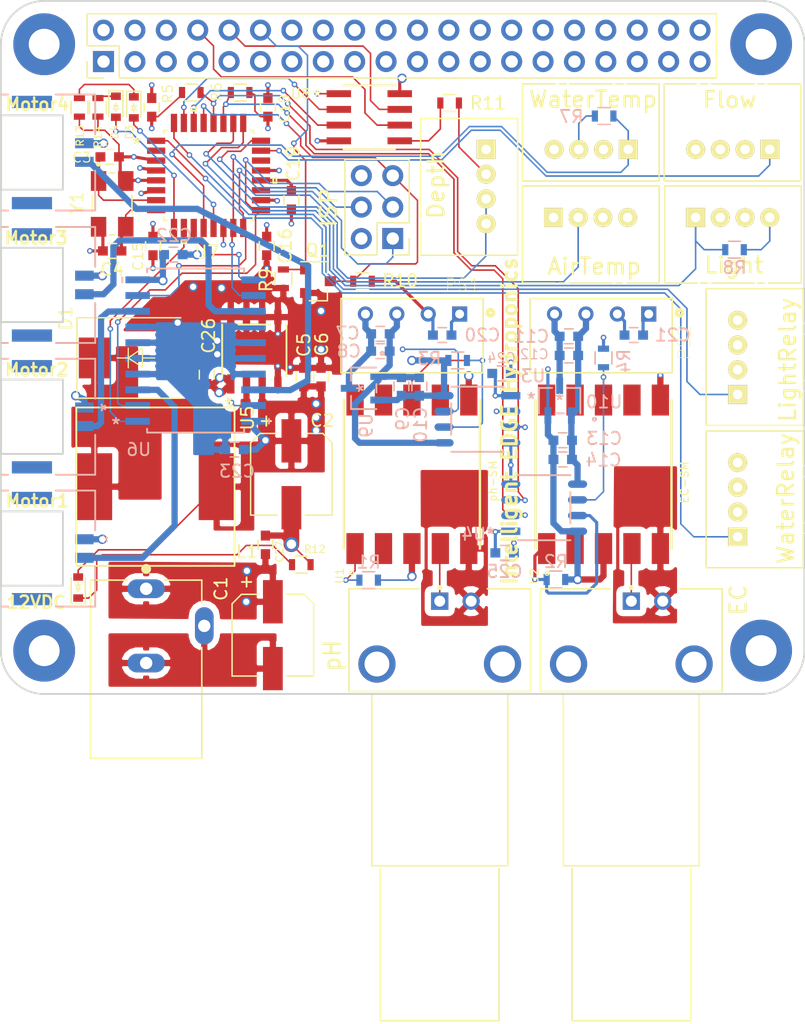
<source format=kicad_pcb>
(kicad_pcb (version 4) (host pcbnew 4.0.5)

  (general
    (links 214)
    (no_connects 0)
    (area 66.424999 66.424999 131.575001 122.575001)
    (thickness 1.6)
    (drawings 24)
    (tracks 756)
    (zones 0)
    (modules 80)
    (nets 93)
  )

  (page A4)
  (layers
    (0 F.Cu signal)
    (1 GND.Cu power hide)
    (2 PWR.Cu power hide)
    (31 B.Cu signal hide)
    (34 B.Paste user)
    (35 F.Paste user)
    (36 B.SilkS user)
    (37 F.SilkS user)
    (38 B.Mask user)
    (39 F.Mask user)
    (44 Edge.Cuts user)
    (45 Margin user)
    (46 B.CrtYd user)
    (47 F.CrtYd user)
  )

  (setup
    (last_trace_width 0.508)
    (user_trace_width 0.127)
    (user_trace_width 0.254)
    (user_trace_width 0.508)
    (user_trace_width 1.27)
    (trace_clearance 0.127)
    (zone_clearance 0.508)
    (zone_45_only no)
    (trace_min 0.127)
    (segment_width 0.2)
    (edge_width 0.15)
    (via_size 0.4572)
    (via_drill 0.254)
    (via_min_size 0.4572)
    (via_min_drill 0.254)
    (user_via 0.762 0.508)
    (user_via 1.143 0.762)
    (uvia_size 0.4572)
    (uvia_drill 0.254)
    (uvias_allowed no)
    (uvia_min_size 0.2)
    (uvia_min_drill 0.1)
    (pcb_text_width 0.3)
    (pcb_text_size 1.5 1.5)
    (mod_edge_width 0.15)
    (mod_text_size 1 1)
    (mod_text_width 0.15)
    (pad_size 5 5)
    (pad_drill 2.5)
    (pad_to_mask_clearance 0.0508)
    (aux_axis_origin 70 70)
    (grid_origin 68 69.5)
    (visible_elements 7FFEFF7F)
    (pcbplotparams
      (layerselection 0x00030_80000001)
      (usegerberextensions false)
      (excludeedgelayer true)
      (linewidth 0.100000)
      (plotframeref false)
      (viasonmask false)
      (mode 1)
      (useauxorigin false)
      (hpglpennumber 1)
      (hpglpenspeed 20)
      (hpglpendiameter 15)
      (hpglpenoverlay 2)
      (psnegative false)
      (psa4output false)
      (plotreference true)
      (plotvalue true)
      (plotinvisibletext false)
      (padsonsilk false)
      (subtractmaskfromsilk false)
      (outputformat 1)
      (mirror false)
      (drillshape 1)
      (scaleselection 1)
      (outputdirectory ""))
  )

  (net 0 "")
  (net 1 "Net-(P2-Pad2)")
  (net 2 GND)
  (net 3 +5V)
  (net 4 Depth)
  (net 5 WaterTemp)
  (net 6 Flow)
  (net 7 "Net-(P3-Pad2)")
  (net 8 AirTemp)
  (net 9 "Net-(J2-Pad2)")
  (net 10 "Net-(J2-Pad1)")
  (net 11 "Net-(J3-Pad2)")
  (net 12 "Net-(J3-Pad1)")
  (net 13 "Net-(U1-Pad10)")
  (net 14 "Net-(U1-Pad2)")
  (net 15 "Net-(U1-Pad9)")
  (net 16 "Net-(U1-Pad7)")
  (net 17 "Net-(U2-Pad10)")
  (net 18 "Net-(U2-Pad2)")
  (net 19 "Net-(U2-Pad9)")
  (net 20 "Net-(U2-Pad7)")
  (net 21 "Net-(P5-Pad3)")
  (net 22 "Net-(P5-Pad5)")
  (net 23 "Net-(P5-Pad7)")
  (net 24 "Net-(P5-Pad11)")
  (net 25 "Net-(P5-Pad12)")
  (net 26 "Net-(P5-Pad13)")
  (net 27 "Net-(P5-Pad15)")
  (net 28 "Net-(P5-Pad16)")
  (net 29 "Net-(P5-Pad18)")
  (net 30 "Net-(P5-Pad19)")
  (net 31 "Net-(P5-Pad21)")
  (net 32 "Net-(P5-Pad22)")
  (net 33 "Net-(P5-Pad23)")
  (net 34 "Net-(P5-Pad24)")
  (net 35 "Net-(P5-Pad26)")
  (net 36 "Net-(P5-Pad27)")
  (net 37 "Net-(P5-Pad28)")
  (net 38 "Net-(P5-Pad29)")
  (net 39 "Net-(P5-Pad31)")
  (net 40 "Net-(P5-Pad32)")
  (net 41 "Net-(P5-Pad33)")
  (net 42 "Net-(P5-Pad35)")
  (net 43 "Net-(P5-Pad36)")
  (net 44 "Net-(P5-Pad37)")
  (net 45 "Net-(P5-Pad38)")
  (net 46 "Net-(P5-Pad40)")
  (net 47 "Net-(D1-Pad1)")
  (net 48 "Net-(U7-Pad2)")
  (net 49 "Net-(U7-Pad19)")
  (net 50 "Net-(U7-Pad22)")
  (net 51 "Net-(U7-Pad30)")
  (net 52 "Net-(U7-Pad31)")
  (net 53 "Net-(P7-Pad3)")
  (net 54 "Net-(C3-Pad1)")
  (net 55 "Net-(C4-Pad1)")
  (net 56 "Net-(C7-Pad1)")
  (net 57 "Net-(C11-Pad1)")
  (net 58 "Net-(C19-Pad1)")
  (net 59 "Net-(R1-Pad2)")
  (net 60 "Net-(R2-Pad2)")
  (net 61 "Net-(R3-Pad2)")
  (net 62 "Net-(R4-Pad2)")
  (net 63 +12V)
  (net 64 GND-pH)
  (net 65 3V3-pH)
  (net 66 GND-EC)
  (net 67 3V3-EC)
  (net 68 Motor1-out)
  (net 69 Motor2-out)
  (net 70 Motor3-out)
  (net 71 Motor4-out)
  (net 72 Light)
  (net 73 LightRelay)
  (net 74 WaterRelay)
  (net 75 Motor1)
  (net 76 Motor2)
  (net 77 Motor3)
  (net 78 Motor4)
  (net 79 Reset-5V)
  (net 80 SCL)
  (net 81 SDA)
  (net 82 Motor12-en)
  (net 83 Motor34-en)
  (net 84 RXD)
  (net 85 TXD)
  (net 86 +3V3)
  (net 87 "Net-(R11-Pad2)")
  (net 88 "Net-(D2-Pad1)")
  (net 89 "Net-(D3-Pad1)")
  (net 90 LED1)
  (net 91 "Net-(D4-Pad1)")
  (net 92 LED2)

  (net_class Default "This is the default net class."
    (clearance 0.127)
    (trace_width 0.127)
    (via_dia 0.4572)
    (via_drill 0.254)
    (uvia_dia 0.4572)
    (uvia_drill 0.254)
    (add_net +12V)
    (add_net +3V3)
    (add_net +5V)
    (add_net 3V3-EC)
    (add_net 3V3-pH)
    (add_net AirTemp)
    (add_net Depth)
    (add_net Flow)
    (add_net GND)
    (add_net GND-EC)
    (add_net GND-pH)
    (add_net LED1)
    (add_net LED2)
    (add_net Light)
    (add_net LightRelay)
    (add_net Motor1)
    (add_net Motor1-out)
    (add_net Motor12-en)
    (add_net Motor2)
    (add_net Motor2-out)
    (add_net Motor3)
    (add_net Motor3-out)
    (add_net Motor34-en)
    (add_net Motor4)
    (add_net Motor4-out)
    (add_net "Net-(C11-Pad1)")
    (add_net "Net-(C19-Pad1)")
    (add_net "Net-(C3-Pad1)")
    (add_net "Net-(C4-Pad1)")
    (add_net "Net-(C7-Pad1)")
    (add_net "Net-(D1-Pad1)")
    (add_net "Net-(D2-Pad1)")
    (add_net "Net-(D3-Pad1)")
    (add_net "Net-(D4-Pad1)")
    (add_net "Net-(J2-Pad1)")
    (add_net "Net-(J2-Pad2)")
    (add_net "Net-(J3-Pad1)")
    (add_net "Net-(J3-Pad2)")
    (add_net "Net-(P2-Pad2)")
    (add_net "Net-(P3-Pad2)")
    (add_net "Net-(P5-Pad11)")
    (add_net "Net-(P5-Pad12)")
    (add_net "Net-(P5-Pad13)")
    (add_net "Net-(P5-Pad15)")
    (add_net "Net-(P5-Pad16)")
    (add_net "Net-(P5-Pad18)")
    (add_net "Net-(P5-Pad19)")
    (add_net "Net-(P5-Pad21)")
    (add_net "Net-(P5-Pad22)")
    (add_net "Net-(P5-Pad23)")
    (add_net "Net-(P5-Pad24)")
    (add_net "Net-(P5-Pad26)")
    (add_net "Net-(P5-Pad27)")
    (add_net "Net-(P5-Pad28)")
    (add_net "Net-(P5-Pad29)")
    (add_net "Net-(P5-Pad3)")
    (add_net "Net-(P5-Pad31)")
    (add_net "Net-(P5-Pad32)")
    (add_net "Net-(P5-Pad33)")
    (add_net "Net-(P5-Pad35)")
    (add_net "Net-(P5-Pad36)")
    (add_net "Net-(P5-Pad37)")
    (add_net "Net-(P5-Pad38)")
    (add_net "Net-(P5-Pad40)")
    (add_net "Net-(P5-Pad5)")
    (add_net "Net-(P5-Pad7)")
    (add_net "Net-(P7-Pad3)")
    (add_net "Net-(R1-Pad2)")
    (add_net "Net-(R11-Pad2)")
    (add_net "Net-(R2-Pad2)")
    (add_net "Net-(R3-Pad2)")
    (add_net "Net-(R4-Pad2)")
    (add_net "Net-(U1-Pad10)")
    (add_net "Net-(U1-Pad2)")
    (add_net "Net-(U1-Pad7)")
    (add_net "Net-(U1-Pad9)")
    (add_net "Net-(U2-Pad10)")
    (add_net "Net-(U2-Pad2)")
    (add_net "Net-(U2-Pad7)")
    (add_net "Net-(U2-Pad9)")
    (add_net "Net-(U7-Pad19)")
    (add_net "Net-(U7-Pad2)")
    (add_net "Net-(U7-Pad22)")
    (add_net "Net-(U7-Pad30)")
    (add_net "Net-(U7-Pad31)")
    (add_net RXD)
    (add_net Reset-5V)
    (add_net SCL)
    (add_net SDA)
    (add_net TXD)
    (add_net WaterRelay)
    (add_net WaterTemp)
  )

  (module Mounting_Holes:MountingHole_2.5mm_Pad (layer F.Cu) (tedit 5C5AA197) (tstamp 5C5A8FE8)
    (at 70 70)
    (descr "Mounting Hole 2.5mm")
    (tags "mounting hole 2.5mm")
    (path /5C5A7A2F/5C5A8F3E)
    (attr virtual)
    (fp_text reference MK1 (at 0 -3.5) (layer F.SilkS) hide
      (effects (font (size 1 1) (thickness 0.15)))
    )
    (fp_text value Mounting_Hole (at 0 3.5) (layer F.Fab) hide
      (effects (font (size 1 1) (thickness 0.15)))
    )
    (fp_text user %R (at 0.3 0) (layer F.Fab)
      (effects (font (size 1 1) (thickness 0.15)))
    )
    (fp_circle (center 0 0) (end 2.5 0) (layer Cmts.User) (width 0.15))
    (fp_circle (center 0 0) (end 2.75 0) (layer F.CrtYd) (width 0.05))
    (pad 1 thru_hole circle (at 0 0) (size 5 5) (drill 2.5) (layers *.Cu *.Mask))
  )

  (module Mounting_Holes:MountingHole_2.5mm_Pad (layer F.Cu) (tedit 5C5AA1D8) (tstamp 5C5A94AF)
    (at 70 119)
    (descr "Mounting Hole 2.5mm")
    (tags "mounting hole 2.5mm")
    (path /5C5A7A2F/5C5A97DA)
    (attr virtual)
    (fp_text reference MK2 (at 0 -3.5) (layer F.SilkS) hide
      (effects (font (size 1 1) (thickness 0.15)))
    )
    (fp_text value Mounting_Hole (at 0 3.5) (layer F.Fab) hide
      (effects (font (size 1 1) (thickness 0.15)))
    )
    (fp_text user %R (at 0.3 0) (layer F.Fab)
      (effects (font (size 1 1) (thickness 0.15)))
    )
    (fp_circle (center 0 0) (end 2.5 0) (layer Cmts.User) (width 0.15))
    (fp_circle (center 0 0) (end 2.75 0) (layer F.CrtYd) (width 0.05))
    (pad 1 thru_hole circle (at 0 0) (size 5 5) (drill 2.5) (layers *.Cu *.Mask))
  )

  (module Mounting_Holes:MountingHole_2.5mm_Pad (layer F.Cu) (tedit 5C5AA1BC) (tstamp 5C5A94B4)
    (at 128 70)
    (descr "Mounting Hole 2.5mm")
    (tags "mounting hole 2.5mm")
    (path /5C5A7A2F/5C5A97A8)
    (attr virtual)
    (fp_text reference MK3 (at 0 -3.5) (layer F.SilkS) hide
      (effects (font (size 1 1) (thickness 0.15)))
    )
    (fp_text value Mounting_Hole (at 0 3.5) (layer F.Fab) hide
      (effects (font (size 1 1) (thickness 0.15)))
    )
    (fp_text user %R (at 0.3 0) (layer F.Fab)
      (effects (font (size 1 1) (thickness 0.15)))
    )
    (fp_circle (center 0 0) (end 2.5 0) (layer Cmts.User) (width 0.15))
    (fp_circle (center 0 0) (end 2.75 0) (layer F.CrtYd) (width 0.05))
    (pad 1 thru_hole circle (at 0 0) (size 5 5) (drill 2.5) (layers *.Cu *.Mask))
  )

  (module Mounting_Holes:MountingHole_2.5mm_Pad (layer F.Cu) (tedit 5C5AA1CC) (tstamp 5C5A94B9)
    (at 128 119)
    (descr "Mounting Hole 2.5mm")
    (tags "mounting hole 2.5mm")
    (path /5C5A7A2F/5C5A981D)
    (attr virtual)
    (fp_text reference MK4 (at 0 -3.5) (layer F.SilkS) hide
      (effects (font (size 1 1) (thickness 0.15)))
    )
    (fp_text value Mounting_Hole (at 0 3.5) (layer F.Fab) hide
      (effects (font (size 1 1) (thickness 0.15)))
    )
    (fp_text user %R (at 0.3 0) (layer F.Fab)
      (effects (font (size 1 1) (thickness 0.15)))
    )
    (fp_circle (center 0 0) (end 2.5 0) (layer Cmts.User) (width 0.15))
    (fp_circle (center 0 0) (end 2.75 0) (layer F.CrtYd) (width 0.05))
    (pad 1 thru_hole circle (at 0 0) (size 5 5) (drill 2.5) (layers *.Cu *.Mask))
  )

  (module CloudHydroponics:CUI_PJ-102A (layer F.Cu) (tedit 5C623370) (tstamp 5C5AA8BF)
    (at 78.25 120.5 270)
    (path /5C5A7A2F/5C5AA2FE)
    (fp_text reference J1 (at -5.4 5.85 270) (layer F.SilkS) hide
      (effects (font (size 1.00069 1.00069) (thickness 0.05)))
    )
    (fp_text value PJ-102A (at -4.01634 5.77692 270) (layer F.SilkS) hide
      (effects (font (size 1.00033 1.00033) (thickness 0.05)))
    )
    (fp_line (start 7.2 -4.5) (end 7.2 4.5) (layer Dwgs.User) (width 0.127))
    (fp_line (start -7.55 2.35) (end -7.45 2.35) (layer Eco1.User) (width 0.05))
    (fp_line (start -7.55 -2.25) (end -7.55 2.35) (layer Eco1.User) (width 0.05))
    (fp_line (start -7.45 -2.25) (end -7.55 -2.25) (layer Eco1.User) (width 0.05))
    (fp_line (start -7.45 -2.25) (end -7.45 -4.75) (layer Eco1.User) (width 0.05))
    (fp_circle (center -8.1 0) (end -7.9 0) (layer F.SilkS) (width 0.4))
    (fp_line (start -7.45 4.75) (end -7.45 2.35) (layer Eco1.User) (width 0.05))
    (fp_line (start 7.5 4.75) (end -7.45 4.75) (layer Eco1.User) (width 0.05))
    (fp_line (start 7.5 -4.75) (end 7.5 4.75) (layer Eco1.User) (width 0.05))
    (fp_line (start -1.65 -4.75) (end 7.5 -4.75) (layer Eco1.User) (width 0.05))
    (fp_line (start -1.65 -5.8) (end -1.65 -4.75) (layer Eco1.User) (width 0.05))
    (fp_line (start -5.35 -5.8) (end -1.65 -5.8) (layer Eco1.User) (width 0.05))
    (fp_line (start -5.35 -4.75) (end -5.35 -5.8) (layer Eco1.User) (width 0.05))
    (fp_line (start -7.45 -4.75) (end -5.35 -4.75) (layer Eco1.User) (width 0.05))
    (fp_line (start -7.2 -1.45) (end -7.2 -4.5) (layer F.SilkS) (width 0.127))
    (fp_line (start -1.75 -4.5) (end 7.2 -4.5) (layer F.SilkS) (width 0.127))
    (fp_line (start -7.2 4.5) (end -7.2 1.55) (layer F.SilkS) (width 0.127))
    (fp_line (start -7.2 -4.5) (end -5.35 -4.5) (layer F.SilkS) (width 0.127))
    (fp_line (start 7.2 4.5) (end -7.2 4.5) (layer F.SilkS) (width 0.127))
    (fp_line (start 7.2 -4.5) (end 7.2 4.5) (layer F.SilkS) (width 0.127))
    (fp_line (start -7.2 4.5) (end -7.2 -4.5) (layer Dwgs.User) (width 0.127))
    (fp_line (start 7.2 4.5) (end -7.2 4.5) (layer Dwgs.User) (width 0.127))
    (fp_line (start -7.2 -4.5) (end 7.2 -4.5) (layer Dwgs.User) (width 0.127))
    (fp_line (start -2.7 -4.2) (end -4.3 -4.2) (layer Edge.Cuts) (width 0.0001))
    (fp_line (start -2.7 -5.2) (end -2.7 -4.2) (layer Edge.Cuts) (width 0.0001))
    (fp_line (start -4.3 -5.2) (end -2.7 -5.2) (layer Edge.Cuts) (width 0.0001))
    (fp_line (start -4.3 -4.2) (end -4.3 -5.2) (layer Edge.Cuts) (width 0.0001))
    (fp_line (start 0 -0.8) (end 0 0.8) (layer Edge.Cuts) (width 0.0001))
    (fp_line (start -1 -0.8) (end 0 -0.8) (layer Edge.Cuts) (width 0.0001))
    (fp_line (start -1 0.8) (end -1 -0.8) (layer Edge.Cuts) (width 0.0001))
    (fp_line (start 0 0.8) (end -1 0.8) (layer Edge.Cuts) (width 0.0001))
    (fp_line (start -6 -0.8) (end -6 0.8) (layer Edge.Cuts) (width 0.0001))
    (fp_line (start -7 -0.8) (end -6 -0.8) (layer Edge.Cuts) (width 0.0001))
    (fp_line (start -7 0.8) (end -7 -0.8) (layer Edge.Cuts) (width 0.0001))
    (fp_line (start -6 0.8) (end -7 0.8) (layer Edge.Cuts) (width 0.0001))
    (pad 3 thru_hole oval (at -3.5 -4.7 90) (size 3.016 1.508) (drill 1) (layers *.Cu *.Mask)
      (net 2 GND))
    (pad 2 thru_hole oval (at -0.5 0) (size 3.016 1.508) (drill 1) (layers *.Cu *.Mask)
      (net 2 GND))
    (pad 1 thru_hole oval (at -6.5 0) (size 3.016 1.508) (drill 1) (layers *.Cu *.Mask)
      (net 63 +12V))
  )

  (module CloudHydroponics:TE_1-1634612-0 (layer F.Cu) (tedit 5C61FA72) (tstamp 5C5B0430)
    (at 102 115 270)
    (path /5C5A7A4D/5C5B0013)
    (fp_text reference J2 (at 1.9 8.6 270) (layer F.SilkS) hide
      (effects (font (size 1.00199 1.00199) (thickness 0.05)))
    )
    (fp_text value 1-1634612-0 (at 2.1787 8.62968 270) (layer F.SilkS) hide
      (effects (font (size 1.0017 1.0017) (thickness 0.05)))
    )
    (fp_line (start -1.25 -7.6) (end -1.25 7.6) (layer Eco1.User) (width 0.05))
    (fp_line (start 7.55 -7.6) (end -1.25 -7.6) (layer Eco1.User) (width 0.05))
    (fp_line (start 7.55 -5.75) (end 7.55 -7.6) (layer Eco1.User) (width 0.05))
    (fp_line (start 34.15 -5.75) (end 7.55 -5.75) (layer Eco1.User) (width 0.05))
    (fp_line (start 34.15 5.75) (end 34.15 -5.75) (layer Eco1.User) (width 0.05))
    (fp_line (start 7.55 5.75) (end 34.15 5.75) (layer Eco1.User) (width 0.05))
    (fp_line (start 7.55 7.6) (end 7.55 5.75) (layer Eco1.User) (width 0.05))
    (fp_line (start -1.25 7.6) (end 7.55 7.6) (layer Eco1.User) (width 0.05))
    (fp_circle (center -1.1 0) (end -1 0) (layer F.SilkS) (width 0.2))
    (fp_line (start -1 -7.35) (end -1 -3.85) (layer F.SilkS) (width 0.127))
    (fp_line (start -1 7.35) (end -1 1.65) (layer F.SilkS) (width 0.127))
    (fp_line (start 33.9 4.8) (end 21.59 4.8) (layer F.SilkS) (width 0.127))
    (fp_line (start 33.9 -4.8) (end 33.9 4.8) (layer F.SilkS) (width 0.127))
    (fp_line (start 21.59 -4.8) (end 33.9 -4.8) (layer F.SilkS) (width 0.127))
    (fp_line (start 21.38 5.5) (end 7.62 5.5) (layer F.SilkS) (width 0.127))
    (fp_line (start 21.38 -5.5) (end 21.38 5.5) (layer F.SilkS) (width 0.127))
    (fp_line (start 7.62 -5.5) (end 21.38 -5.5) (layer F.SilkS) (width 0.127))
    (fp_line (start 7.3 7.35) (end -1 7.35) (layer F.SilkS) (width 0.127))
    (fp_line (start 7.3 -7.35) (end 7.3 7.35) (layer F.SilkS) (width 0.127))
    (fp_line (start -1 -7.35) (end 7.3 -7.35) (layer F.SilkS) (width 0.127))
    (fp_line (start 33.9 4.8) (end 21.59 4.8) (layer Dwgs.User) (width 0.127))
    (fp_line (start 33.9 -4.8) (end 33.9 4.8) (layer Dwgs.User) (width 0.127))
    (fp_line (start 21.59 -4.8) (end 33.9 -4.8) (layer Dwgs.User) (width 0.127))
    (fp_line (start 21.38 5.5) (end 7.62 5.5) (layer Dwgs.User) (width 0.127))
    (fp_line (start 21.38 -5.5) (end 21.38 5.5) (layer Dwgs.User) (width 0.127))
    (fp_line (start 7.62 -5.5) (end 21.38 -5.5) (layer Dwgs.User) (width 0.127))
    (fp_line (start 7.3 7.35) (end -1 7.35) (layer Dwgs.User) (width 0.127))
    (fp_line (start 7.3 -7.35) (end 7.3 7.35) (layer Dwgs.User) (width 0.127))
    (fp_line (start -1 -7.35) (end 7.3 -7.35) (layer Dwgs.User) (width 0.127))
    (fp_line (start -1 7.35) (end -1 -7.35) (layer Dwgs.User) (width 0.127))
    (pad S2 thru_hole circle (at 5.08 5.08 180) (size 3.015 3.015) (drill 2.01) (layers *.Cu *.Mask))
    (pad S1 thru_hole circle (at 5.08 -5.08 180) (size 3.015 3.015) (drill 2.01) (layers *.Cu *.Mask))
    (pad 2 thru_hole circle (at 0 -2.54 180) (size 1.398 1.398) (drill 0.89) (layers *.Cu *.Mask)
      (net 9 "Net-(J2-Pad2)"))
    (pad 1 thru_hole rect (at 0 0 180) (size 1.398 1.398) (drill 0.89) (layers *.Cu *.Mask)
      (net 10 "Net-(J2-Pad1)"))
  )

  (module CloudHydroponics:TE_1-1634612-0 (layer F.Cu) (tedit 5C61FABE) (tstamp 5C5B0456)
    (at 117.5 115 270)
    (path /5C5A7A4D/5C5B0079)
    (fp_text reference J3 (at 0.4 -8.7 270) (layer F.SilkS) hide
      (effects (font (size 1.00199 1.00199) (thickness 0.05)))
    )
    (fp_text value 1-1634612-0 (at 2.1787 8.62968 270) (layer F.SilkS) hide
      (effects (font (size 1.0017 1.0017) (thickness 0.05)))
    )
    (fp_line (start -1.25 -7.6) (end -1.25 7.6) (layer Eco1.User) (width 0.05))
    (fp_line (start 7.55 -7.6) (end -1.25 -7.6) (layer Eco1.User) (width 0.05))
    (fp_line (start 7.55 -5.75) (end 7.55 -7.6) (layer Eco1.User) (width 0.05))
    (fp_line (start 34.15 -5.75) (end 7.55 -5.75) (layer Eco1.User) (width 0.05))
    (fp_line (start 34.15 5.75) (end 34.15 -5.75) (layer Eco1.User) (width 0.05))
    (fp_line (start 7.55 5.75) (end 34.15 5.75) (layer Eco1.User) (width 0.05))
    (fp_line (start 7.55 7.6) (end 7.55 5.75) (layer Eco1.User) (width 0.05))
    (fp_line (start -1.25 7.6) (end 7.55 7.6) (layer Eco1.User) (width 0.05))
    (fp_circle (center -1.1 0) (end -1 0) (layer F.SilkS) (width 0.2))
    (fp_line (start -1 -7.35) (end -1 -3.85) (layer F.SilkS) (width 0.127))
    (fp_line (start -1 7.35) (end -1 1.65) (layer F.SilkS) (width 0.127))
    (fp_line (start 33.9 4.8) (end 21.59 4.8) (layer F.SilkS) (width 0.127))
    (fp_line (start 33.9 -4.8) (end 33.9 4.8) (layer F.SilkS) (width 0.127))
    (fp_line (start 21.59 -4.8) (end 33.9 -4.8) (layer F.SilkS) (width 0.127))
    (fp_line (start 21.38 5.5) (end 7.62 5.5) (layer F.SilkS) (width 0.127))
    (fp_line (start 21.38 -5.5) (end 21.38 5.5) (layer F.SilkS) (width 0.127))
    (fp_line (start 7.62 -5.5) (end 21.38 -5.5) (layer F.SilkS) (width 0.127))
    (fp_line (start 7.3 7.35) (end -1 7.35) (layer F.SilkS) (width 0.127))
    (fp_line (start 7.3 -7.35) (end 7.3 7.35) (layer F.SilkS) (width 0.127))
    (fp_line (start -1 -7.35) (end 7.3 -7.35) (layer F.SilkS) (width 0.127))
    (fp_line (start 33.9 4.8) (end 21.59 4.8) (layer Dwgs.User) (width 0.127))
    (fp_line (start 33.9 -4.8) (end 33.9 4.8) (layer Dwgs.User) (width 0.127))
    (fp_line (start 21.59 -4.8) (end 33.9 -4.8) (layer Dwgs.User) (width 0.127))
    (fp_line (start 21.38 5.5) (end 7.62 5.5) (layer Dwgs.User) (width 0.127))
    (fp_line (start 21.38 -5.5) (end 21.38 5.5) (layer Dwgs.User) (width 0.127))
    (fp_line (start 7.62 -5.5) (end 21.38 -5.5) (layer Dwgs.User) (width 0.127))
    (fp_line (start 7.3 7.35) (end -1 7.35) (layer Dwgs.User) (width 0.127))
    (fp_line (start 7.3 -7.35) (end 7.3 7.35) (layer Dwgs.User) (width 0.127))
    (fp_line (start -1 -7.35) (end 7.3 -7.35) (layer Dwgs.User) (width 0.127))
    (fp_line (start -1 7.35) (end -1 -7.35) (layer Dwgs.User) (width 0.127))
    (pad S2 thru_hole circle (at 5.08 5.08 180) (size 3.015 3.015) (drill 2.01) (layers *.Cu *.Mask))
    (pad S1 thru_hole circle (at 5.08 -5.08 180) (size 3.015 3.015) (drill 2.01) (layers *.Cu *.Mask))
    (pad 2 thru_hole circle (at 0 -2.54 180) (size 1.398 1.398) (drill 0.89) (layers *.Cu *.Mask)
      (net 11 "Net-(J3-Pad2)"))
    (pad 1 thru_hole rect (at 0 0 180) (size 1.398 1.398) (drill 0.89) (layers *.Cu *.Mask)
      (net 12 "Net-(J3-Pad1)"))
  )

  (module CloudHydroponics:Atlas (layer F.Cu) (tedit 5C62333F) (tstamp 5C5B0BF6)
    (at 99.75 104.75 90)
    (descr "Atlas Scientific Pads")
    (tags "HDR DIL")
    (path /5C5A7A4D/5C5B0969)
    (attr smd)
    (fp_text reference U1 (at -8.2 -5.85 270) (layer F.SilkS)
      (effects (font (size 0.65 0.65) (thickness 0.0975)))
    )
    (fp_text value ph-SM (at -0.55 6.55 270) (layer F.SilkS)
      (effects (font (size 0.65 0.65) (thickness 0.0975)))
    )
    (fp_text user ○ (at -7.95 -4.9 90) (layer F.SilkS)
      (effects (font (size 0.4 0.4) (thickness 0.1)))
    )
    (fp_line (start -6 -5.5) (end 6 -5.5) (layer F.SilkS) (width 0.2))
    (fp_line (start -6 -5.5) (end -6 -5.5) (layer F.SilkS) (width 0.2))
    (fp_line (start 6 -5.5) (end 6 -5.5) (layer F.SilkS) (width 0.2))
    (fp_line (start -6 5.5) (end 6 5.5) (layer F.SilkS) (width 0.2))
    (fp_line (start -6 5.5) (end -6 5.5) (layer F.SilkS) (width 0.2))
    (fp_line (start 6 5.5) (end 6 5.5) (layer F.SilkS) (width 0.2))
    (pad 1 smd rect (at -6 -4.6 90) (size 2.5 1.4) (layers F.Cu F.Paste F.Mask)
      (net 59 "Net-(R1-Pad2)"))
    (pad 10 smd rect (at 6 -4.6 90) (size 2.5 1.4) (layers F.Cu F.Paste F.Mask)
      (net 13 "Net-(U1-Pad10)"))
    (pad 2 smd rect (at -6 -2.3 90) (size 2.5 1.4) (layers F.Cu F.Paste F.Mask)
      (net 14 "Net-(U1-Pad2)"))
    (pad 9 smd rect (at 6 -2.3 90) (size 2.5 1.4) (layers F.Cu F.Paste F.Mask)
      (net 15 "Net-(U1-Pad9)"))
    (pad 3 smd rect (at -6 0 90) (size 2.5 1.4) (layers F.Cu F.Paste F.Mask)
      (net 65 3V3-pH))
    (pad 8 smd rect (at 6 0 90) (size 2.5 1.4) (layers F.Cu F.Paste F.Mask)
      (net 61 "Net-(R3-Pad2)"))
    (pad 4 smd rect (at -6 2.3 90) (size 2.5 1.4) (layers F.Cu F.Paste F.Mask)
      (net 10 "Net-(J2-Pad1)"))
    (pad 7 smd rect (at 6 2.3 90) (size 2.5 1.4) (layers F.Cu F.Paste F.Mask)
      (net 16 "Net-(U1-Pad7)"))
    (pad 5 smd rect (at -6 4.6 90) (size 2.5 1.4) (layers F.Cu F.Paste F.Mask)
      (net 9 "Net-(J2-Pad2)"))
    (pad 6 smd rect (at 6 4.6 90) (size 2.5 1.4) (layers F.Cu F.Paste F.Mask)
      (net 64 GND-pH))
    (model Atlas.wrl
      (at (xyz 0 0 0))
      (scale (xyz 0.3937 0.3937 0.3937))
      (rotate (xyz 0 0 0))
    )
  )

  (module CloudHydroponics:Atlas (layer F.Cu) (tedit 5C623323) (tstamp 5C5B0FF2)
    (at 115.25 104.75 90)
    (descr "Atlas Scientific Pads")
    (tags "HDR DIL")
    (path /5C5A7A4D/5C5B0F4E)
    (attr smd)
    (fp_text reference U2 (at -8.25 -5.6 270) (layer F.SilkS)
      (effects (font (size 0.65 0.65) (thickness 0.0975)))
    )
    (fp_text value EC-SM (at -0.65 6.55 270) (layer F.SilkS)
      (effects (font (size 0.65 0.65) (thickness 0.0975)))
    )
    (fp_text user ○ (at -8 -4.6 90) (layer F.SilkS)
      (effects (font (size 0.4 0.4) (thickness 0.1)))
    )
    (fp_line (start -6 -5.5) (end 6 -5.5) (layer F.SilkS) (width 0.2))
    (fp_line (start -6 -5.5) (end -6 -5.5) (layer F.SilkS) (width 0.2))
    (fp_line (start 6 -5.5) (end 6 -5.5) (layer F.SilkS) (width 0.2))
    (fp_line (start -6 5.5) (end 6 5.5) (layer F.SilkS) (width 0.2))
    (fp_line (start -6 5.5) (end -6 5.5) (layer F.SilkS) (width 0.2))
    (fp_line (start 6 5.5) (end 6 5.5) (layer F.SilkS) (width 0.2))
    (pad 1 smd rect (at -6 -4.6 90) (size 2.5 1.4) (layers F.Cu F.Paste F.Mask)
      (net 60 "Net-(R2-Pad2)"))
    (pad 10 smd rect (at 6 -4.6 90) (size 2.5 1.4) (layers F.Cu F.Paste F.Mask)
      (net 17 "Net-(U2-Pad10)"))
    (pad 2 smd rect (at -6 -2.3 90) (size 2.5 1.4) (layers F.Cu F.Paste F.Mask)
      (net 18 "Net-(U2-Pad2)"))
    (pad 9 smd rect (at 6 -2.3 90) (size 2.5 1.4) (layers F.Cu F.Paste F.Mask)
      (net 19 "Net-(U2-Pad9)"))
    (pad 3 smd rect (at -6 0 90) (size 2.5 1.4) (layers F.Cu F.Paste F.Mask)
      (net 67 3V3-EC))
    (pad 8 smd rect (at 6 0 90) (size 2.5 1.4) (layers F.Cu F.Paste F.Mask)
      (net 62 "Net-(R4-Pad2)"))
    (pad 4 smd rect (at -6 2.3 90) (size 2.5 1.4) (layers F.Cu F.Paste F.Mask)
      (net 12 "Net-(J3-Pad1)"))
    (pad 7 smd rect (at 6 2.3 90) (size 2.5 1.4) (layers F.Cu F.Paste F.Mask)
      (net 20 "Net-(U2-Pad7)"))
    (pad 5 smd rect (at -6 4.6 90) (size 2.5 1.4) (layers F.Cu F.Paste F.Mask)
      (net 11 "Net-(J3-Pad2)"))
    (pad 6 smd rect (at 6 4.6 90) (size 2.5 1.4) (layers F.Cu F.Paste F.Mask)
      (net 66 GND-EC))
    (model Atlas.wrl
      (at (xyz 0 0 0))
      (scale (xyz 0.3937 0.3937 0.3937))
      (rotate (xyz 0 0 0))
    )
  )

  (module CloudHydroponics:SI8600AC-B-IS (layer B.Cu) (tedit 5C623044) (tstamp 5C5B1655)
    (at 105.05 100.3 180)
    (path /5C5A7A4D/5C5B130B)
    (fp_text reference U3 (at -4.5 3.5 180) (layer B.SilkS)
      (effects (font (size 1 1) (thickness 0.15)) (justify mirror))
    )
    (fp_text value SI8600AC-B-IS (at 0 0 180) (layer B.SilkS) hide
      (effects (font (size 1 1) (thickness 0.15)) (justify mirror))
    )
    (fp_text user "Copyright 2016 Accelerated Designs. All rights reserved." (at 0 0 180) (layer Cmts.User)
      (effects (font (size 0.127 0.127) (thickness 0.002)))
    )
    (fp_text user * (at -4.35 1.6 180) (layer B.SilkS)
      (effects (font (size 1 1) (thickness 0.15)) (justify mirror))
    )
    (fp_text user * (at 0 0 180) (layer B.Fab)
      (effects (font (size 1 1) (thickness 0.15)) (justify mirror))
    )
    (fp_line (start -2.1209 -2.6289) (end 2.1209 -2.6289) (layer B.SilkS) (width 0.1524))
    (fp_line (start 2.1209 -1.259118) (end 2.1209 0.010882) (layer B.SilkS) (width 0.1524))
    (fp_line (start 2.1209 2.6289) (end -2.1209 2.6289) (layer B.SilkS) (width 0.1524))
    (fp_line (start -1.9939 -2.5019) (end 1.9939 -2.5019) (layer B.Fab) (width 0.1524))
    (fp_line (start 1.9939 -2.5019) (end 1.9939 2.5019) (layer B.Fab) (width 0.1524))
    (fp_line (start 1.9939 2.5019) (end -1.9939 2.5019) (layer B.Fab) (width 0.1524))
    (fp_line (start -1.9939 2.5019) (end -1.9939 -2.5019) (layer B.Fab) (width 0.1524))
    (fp_line (start 2.1209 0.010882) (end 2.1209 1.280882) (layer B.SilkS) (width 0.1524))
    (fp_line (start -3.729 -2.5908) (end -3.729 2.5908) (layer B.CrtYd) (width 0.1524))
    (fp_line (start -3.729 2.5908) (end -2.2479 2.5908) (layer B.CrtYd) (width 0.1524))
    (fp_line (start -2.2479 2.5908) (end -2.2479 2.7559) (layer B.CrtYd) (width 0.1524))
    (fp_line (start -2.2479 2.7559) (end 2.2479 2.7559) (layer B.CrtYd) (width 0.1524))
    (fp_line (start 2.2479 2.7559) (end 2.2479 2.5908) (layer B.CrtYd) (width 0.1524))
    (fp_line (start 2.2479 2.5908) (end 3.729 2.5908) (layer B.CrtYd) (width 0.1524))
    (fp_line (start 3.729 2.5908) (end 3.729 -2.5908) (layer B.CrtYd) (width 0.1524))
    (fp_line (start 3.729 -2.5908) (end 2.2479 -2.5908) (layer B.CrtYd) (width 0.1524))
    (fp_line (start 2.2479 -2.5908) (end 2.2479 -2.7559) (layer B.CrtYd) (width 0.1524))
    (fp_line (start 2.2479 -2.7559) (end -2.2479 -2.7559) (layer B.CrtYd) (width 0.1524))
    (fp_line (start -2.2479 -2.7559) (end -2.2479 -2.5908) (layer B.CrtYd) (width 0.1524))
    (fp_line (start -2.2479 -2.5908) (end -3.729 -2.5908) (layer B.CrtYd) (width 0.1524))
    (fp_arc (start 0 2.5019) (end 0.3048 2.5019) (angle -180) (layer B.Fab) (width 0.1524))
    (fp_circle (center -4.364 1.905) (end -4.2878 1.905) (layer B.SilkS) (width 0.1524))
    (fp_circle (center -1.7399 1.905) (end -1.6637 1.905) (layer B.Fab) (width 0.1524))
    (pad 1 smd rect (at -2.7 1.905 180) (size 1.55 0.6) (layers B.Cu B.Paste B.Mask)
      (net 3 +5V))
    (pad 2 smd oval (at -2.7 0.635 180) (size 1.55 0.6) (layers B.Cu B.Paste B.Mask)
      (net 81 SDA))
    (pad 3 smd oval (at -2.7 -0.635 180) (size 1.55 0.6) (layers B.Cu B.Paste B.Mask)
      (net 80 SCL))
    (pad 4 smd oval (at -2.7 -1.905 180) (size 1.55 0.6) (layers B.Cu B.Paste B.Mask)
      (net 2 GND))
    (pad 5 smd oval (at 2.7 -1.905 180) (size 1.55 0.6) (layers B.Cu B.Paste B.Mask)
      (net 64 GND-pH))
    (pad 6 smd oval (at 2.7 -0.635 180) (size 1.55 0.6) (layers B.Cu B.Paste B.Mask)
      (net 61 "Net-(R3-Pad2)"))
    (pad 7 smd oval (at 2.7 0.635 180) (size 1.55 0.6) (layers B.Cu B.Paste B.Mask)
      (net 59 "Net-(R1-Pad2)"))
    (pad 8 smd oval (at 2.7 1.905 180) (size 1.55 0.6) (layers B.Cu B.Paste B.Mask)
      (net 65 3V3-pH))
  )

  (module CloudHydroponics:SI8600AC-B-IS (layer B.Cu) (tedit 5C62324A) (tstamp 5C5B167B)
    (at 110.45 107.45)
    (path /5C5A7A4D/5C5B1530)
    (fp_text reference U4 (at -5.7 2.15) (layer B.SilkS)
      (effects (font (size 1 1) (thickness 0.15)) (justify mirror))
    )
    (fp_text value SI8600AC-B-IS (at 0 0) (layer B.SilkS) hide
      (effects (font (size 1 1) (thickness 0.15)) (justify mirror))
    )
    (fp_text user "Copyright 2016 Accelerated Designs. All rights reserved." (at 0 0) (layer Cmts.User)
      (effects (font (size 0.127 0.127) (thickness 0.002)))
    )
    (fp_text user * (at -4.35 2.15) (layer B.SilkS)
      (effects (font (size 1 1) (thickness 0.15)) (justify mirror))
    )
    (fp_text user * (at 0 0) (layer B.Fab)
      (effects (font (size 1 1) (thickness 0.15)) (justify mirror))
    )
    (fp_line (start -2.1209 -2.6289) (end 2.1209 -2.6289) (layer B.SilkS) (width 0.1524))
    (fp_line (start 2.1209 -1.259118) (end 2.1209 0.010882) (layer B.SilkS) (width 0.1524))
    (fp_line (start 2.1209 2.6289) (end -2.1209 2.6289) (layer B.SilkS) (width 0.1524))
    (fp_line (start -1.9939 -2.5019) (end 1.9939 -2.5019) (layer B.Fab) (width 0.1524))
    (fp_line (start 1.9939 -2.5019) (end 1.9939 2.5019) (layer B.Fab) (width 0.1524))
    (fp_line (start 1.9939 2.5019) (end -1.9939 2.5019) (layer B.Fab) (width 0.1524))
    (fp_line (start -1.9939 2.5019) (end -1.9939 -2.5019) (layer B.Fab) (width 0.1524))
    (fp_line (start 2.1209 0.010882) (end 2.1209 1.280882) (layer B.SilkS) (width 0.1524))
    (fp_line (start -3.729 -2.5908) (end -3.729 2.5908) (layer B.CrtYd) (width 0.1524))
    (fp_line (start -3.729 2.5908) (end -2.2479 2.5908) (layer B.CrtYd) (width 0.1524))
    (fp_line (start -2.2479 2.5908) (end -2.2479 2.7559) (layer B.CrtYd) (width 0.1524))
    (fp_line (start -2.2479 2.7559) (end 2.2479 2.7559) (layer B.CrtYd) (width 0.1524))
    (fp_line (start 2.2479 2.7559) (end 2.2479 2.5908) (layer B.CrtYd) (width 0.1524))
    (fp_line (start 2.2479 2.5908) (end 3.729 2.5908) (layer B.CrtYd) (width 0.1524))
    (fp_line (start 3.729 2.5908) (end 3.729 -2.5908) (layer B.CrtYd) (width 0.1524))
    (fp_line (start 3.729 -2.5908) (end 2.2479 -2.5908) (layer B.CrtYd) (width 0.1524))
    (fp_line (start 2.2479 -2.5908) (end 2.2479 -2.7559) (layer B.CrtYd) (width 0.1524))
    (fp_line (start 2.2479 -2.7559) (end -2.2479 -2.7559) (layer B.CrtYd) (width 0.1524))
    (fp_line (start -2.2479 -2.7559) (end -2.2479 -2.5908) (layer B.CrtYd) (width 0.1524))
    (fp_line (start -2.2479 -2.5908) (end -3.729 -2.5908) (layer B.CrtYd) (width 0.1524))
    (fp_arc (start 0 2.5019) (end 0.3048 2.5019) (angle -180) (layer B.Fab) (width 0.1524))
    (fp_circle (center -4.364 1.905) (end -4.2878 1.905) (layer B.SilkS) (width 0.1524))
    (fp_circle (center -1.7399 1.905) (end -1.6637 1.905) (layer B.Fab) (width 0.1524))
    (pad 1 smd rect (at -2.7 1.905) (size 1.55 0.6) (layers B.Cu B.Paste B.Mask)
      (net 3 +5V))
    (pad 2 smd oval (at -2.7 0.635) (size 1.55 0.6) (layers B.Cu B.Paste B.Mask)
      (net 81 SDA))
    (pad 3 smd oval (at -2.7 -0.635) (size 1.55 0.6) (layers B.Cu B.Paste B.Mask)
      (net 80 SCL))
    (pad 4 smd oval (at -2.7 -1.905) (size 1.55 0.6) (layers B.Cu B.Paste B.Mask)
      (net 2 GND))
    (pad 5 smd oval (at 2.7 -1.905) (size 1.55 0.6) (layers B.Cu B.Paste B.Mask)
      (net 66 GND-EC))
    (pad 6 smd oval (at 2.7 -0.635) (size 1.55 0.6) (layers B.Cu B.Paste B.Mask)
      (net 62 "Net-(R4-Pad2)"))
    (pad 7 smd oval (at 2.7 0.635) (size 1.55 0.6) (layers B.Cu B.Paste B.Mask)
      (net 60 "Net-(R2-Pad2)"))
    (pad 8 smd oval (at 2.7 1.905) (size 1.55 0.6) (layers B.Cu B.Paste B.Mask)
      (net 67 3V3-EC))
  )

  (module CloudHydroponics:AP1509-50SG-13 (layer F.Cu) (tedit 5C623818) (tstamp 5C5B1A49)
    (at 87 94.75 90)
    (path /5C5A7A4D/5C5B18B2)
    (fp_text reference U5 (at -5.45 -0.55 90) (layer F.SilkS)
      (effects (font (size 1 1) (thickness 0.15)))
    )
    (fp_text value AP1509-50SG-13 (at 0 0 90) (layer F.SilkS) hide
      (effects (font (size 1 1) (thickness 0.15)))
    )
    (fp_text user "Copyright 2016 Accelerated Designs. All rights reserved." (at 0 0 90) (layer Cmts.User)
      (effects (font (size 0.127 0.127) (thickness 0.002)))
    )
    (fp_text user * (at -4.05 -1.75 90) (layer F.SilkS)
      (effects (font (size 1 1) (thickness 0.15)))
    )
    (fp_text user * (at 0 0 90) (layer F.Fab)
      (effects (font (size 1 1) (thickness 0.15)))
    )
    (fp_line (start -2.102 2.602) (end 2.102 2.602) (layer F.SilkS) (width 0.1524))
    (fp_line (start 2.102 1.25567) (end 2.102 -0.01433) (layer F.SilkS) (width 0.1524))
    (fp_line (start 2.102 -2.602) (end -2.102 -2.602) (layer F.SilkS) (width 0.1524))
    (fp_line (start -1.975 2.475) (end 1.975 2.475) (layer F.Fab) (width 0.1524))
    (fp_line (start 1.975 2.475) (end 1.975 -2.475) (layer F.Fab) (width 0.1524))
    (fp_line (start 1.975 -2.475) (end -1.975 -2.475) (layer F.Fab) (width 0.1524))
    (fp_line (start -1.975 -2.475) (end -1.975 2.475) (layer F.Fab) (width 0.1524))
    (fp_line (start 2.102 -0.01433) (end 2.102 -1.28433) (layer F.SilkS) (width 0.1524))
    (fp_line (start -3.729 2.5908) (end -3.729 -2.5908) (layer F.CrtYd) (width 0.1524))
    (fp_line (start -3.729 -2.5908) (end -2.229 -2.5908) (layer F.CrtYd) (width 0.1524))
    (fp_line (start -2.229 -2.5908) (end -2.229 -2.729) (layer F.CrtYd) (width 0.1524))
    (fp_line (start -2.229 -2.729) (end 2.229 -2.729) (layer F.CrtYd) (width 0.1524))
    (fp_line (start 2.229 -2.729) (end 2.229 -2.5908) (layer F.CrtYd) (width 0.1524))
    (fp_line (start 2.229 -2.5908) (end 3.729 -2.5908) (layer F.CrtYd) (width 0.1524))
    (fp_line (start 3.729 -2.5908) (end 3.729 2.5908) (layer F.CrtYd) (width 0.1524))
    (fp_line (start 3.729 2.5908) (end 2.229 2.5908) (layer F.CrtYd) (width 0.1524))
    (fp_line (start 2.229 2.5908) (end 2.229 2.729) (layer F.CrtYd) (width 0.1524))
    (fp_line (start 2.229 2.729) (end -2.229 2.729) (layer F.CrtYd) (width 0.1524))
    (fp_line (start -2.229 2.729) (end -2.229 2.5908) (layer F.CrtYd) (width 0.1524))
    (fp_line (start -2.229 2.5908) (end -3.729 2.5908) (layer F.CrtYd) (width 0.1524))
    (fp_arc (start 0 -2.475) (end 0.3048 -2.475) (angle 180) (layer F.Fab) (width 0.1524))
    (fp_circle (center -4.364 -1.905) (end -4.2878 -1.905) (layer F.SilkS) (width 0.1524))
    (fp_circle (center -1.721 -1.905) (end -1.6448 -1.905) (layer F.Fab) (width 0.1524))
    (pad 1 smd rect (at -2.7 -1.905 90) (size 1.55 0.6) (layers F.Cu F.Paste F.Mask)
      (net 63 +12V))
    (pad 2 smd oval (at -2.7 -0.635 90) (size 1.55 0.6) (layers F.Cu F.Paste F.Mask)
      (net 47 "Net-(D1-Pad1)"))
    (pad 3 smd oval (at -2.7 0.635 90) (size 1.55 0.6) (layers F.Cu F.Paste F.Mask)
      (net 3 +5V))
    (pad 4 smd oval (at -2.7 1.905 90) (size 1.55 0.6) (layers F.Cu F.Paste F.Mask)
      (net 2 GND))
    (pad 5 smd oval (at 2.7 1.905 90) (size 1.55 0.6) (layers F.Cu F.Paste F.Mask)
      (net 2 GND))
    (pad 6 smd oval (at 2.7 0.635 90) (size 1.55 0.6) (layers F.Cu F.Paste F.Mask)
      (net 2 GND))
    (pad 7 smd oval (at 2.7 -0.635 90) (size 1.55 0.6) (layers F.Cu F.Paste F.Mask)
      (net 2 GND))
    (pad 8 smd oval (at 2.7 -1.905 90) (size 1.55 0.6) (layers F.Cu F.Paste F.Mask)
      (net 2 GND))
  )

  (module CloudHydroponics:CONV_RM-0505S (layer F.Cu) (tedit 5C621787) (tstamp 5C5B1F6A)
    (at 115.1 91.8 180)
    (path /5C5A7A4D/5C5B1E43)
    (fp_text reference PS2 (at -6.7 -2.3 270) (layer F.SilkS)
      (effects (font (size 1 1) (thickness 0.05)))
    )
    (fp_text value RM-0505S (at -3.175 2.286 180) (layer F.SilkS) hide
      (effects (font (size 1 1) (thickness 0.05)))
    )
    (fp_line (start -5.96 1.5) (end -5.96 -5) (layer Eco1.User) (width 0.05))
    (fp_line (start 6.05 1.5) (end -5.96 1.5) (layer Eco1.User) (width 0.05))
    (fp_line (start 6.05 -5) (end 6.05 1.5) (layer Eco1.User) (width 0.05))
    (fp_line (start -5.96 -5) (end 6.05 -5) (layer Eco1.User) (width 0.05))
    (fp_line (start 5.79 -4.75) (end 5.79 1.25) (layer F.SilkS) (width 0.127))
    (fp_line (start 5.79 1.25) (end -5.71 1.25) (layer F.SilkS) (width 0.127))
    (fp_line (start -5.71 1.25) (end -5.71 -4.75) (layer F.SilkS) (width 0.127))
    (fp_line (start -5.71 -4.75) (end 5.79 -4.75) (layer F.SilkS) (width 0.127))
    (fp_circle (center -6.3 0.1) (end -6.2 0.1) (layer Dwgs.User) (width 0.3))
    (fp_circle (center -6.3 0.1) (end -6.2 0.1) (layer F.SilkS) (width 0.3))
    (fp_line (start -5.71 1.25) (end -5.71 -4.75) (layer Dwgs.User) (width 0.127))
    (fp_line (start 5.79 1.25) (end -5.71 1.25) (layer Dwgs.User) (width 0.127))
    (fp_line (start 5.79 -4.75) (end 5.79 1.25) (layer Dwgs.User) (width 0.127))
    (fp_line (start -5.71 -4.75) (end 5.79 -4.75) (layer Dwgs.User) (width 0.127))
    (pad 4 thru_hole circle (at 3.81 0 180) (size 1.228 1.228) (drill 0.72) (layers *.Cu *.Mask)
      (net 57 "Net-(C11-Pad1)"))
    (pad 1 thru_hole rect (at -3.81 0 180) (size 1.228 1.228) (drill 0.72) (layers *.Cu *.Mask)
      (net 2 GND))
    (pad 3 thru_hole circle (at 1.27 0 180) (size 1.228 1.228) (drill 0.72) (layers *.Cu *.Mask)
      (net 66 GND-EC))
    (pad 2 thru_hole circle (at -1.27 0 180) (size 1.228 1.228) (drill 0.72) (layers *.Cu *.Mask)
      (net 3 +5V))
  )

  (module Capacitors_SMD:CP_Elec_6.3x7.7 (layer F.Cu) (tedit 5C62335D) (tstamp 5C5B56CB)
    (at 88.5 117.75 270)
    (descr "SMT capacitor, aluminium electrolytic, 6.3x7.7")
    (path /5C5A7A4D/5C5B46E4)
    (attr smd)
    (fp_text reference C1 (at -3.75 4.2 270) (layer F.SilkS)
      (effects (font (size 1 1) (thickness 0.15)))
    )
    (fp_text value "220uF 35V" (at 0 -4.43 270) (layer F.Fab) hide
      (effects (font (size 1 1) (thickness 0.15)))
    )
    (fp_circle (center 0 0) (end 0.5 3) (layer F.Fab) (width 0.1))
    (fp_text user + (at -1.73 -0.08 270) (layer F.Fab)
      (effects (font (size 1 1) (thickness 0.15)))
    )
    (fp_text user + (at -4.3 2.2 270) (layer F.SilkS)
      (effects (font (size 1 1) (thickness 0.15)))
    )
    (fp_text user %R (at 0 4.43 270) (layer F.Fab) hide
      (effects (font (size 1 1) (thickness 0.15)))
    )
    (fp_line (start 3.15 3.15) (end 3.15 -3.15) (layer F.Fab) (width 0.1))
    (fp_line (start -2.48 3.15) (end 3.15 3.15) (layer F.Fab) (width 0.1))
    (fp_line (start -3.15 2.48) (end -2.48 3.15) (layer F.Fab) (width 0.1))
    (fp_line (start -3.15 -2.48) (end -3.15 2.48) (layer F.Fab) (width 0.1))
    (fp_line (start -2.48 -3.15) (end -3.15 -2.48) (layer F.Fab) (width 0.1))
    (fp_line (start 3.15 -3.15) (end -2.48 -3.15) (layer F.Fab) (width 0.1))
    (fp_line (start -3.3 2.54) (end -3.3 1.12) (layer F.SilkS) (width 0.12))
    (fp_line (start 3.3 3.3) (end 3.3 1.12) (layer F.SilkS) (width 0.12))
    (fp_line (start 3.3 -3.3) (end 3.3 -1.12) (layer F.SilkS) (width 0.12))
    (fp_line (start -3.3 -2.54) (end -3.3 -1.12) (layer F.SilkS) (width 0.12))
    (fp_line (start 3.3 3.3) (end -2.54 3.3) (layer F.SilkS) (width 0.12))
    (fp_line (start -2.54 3.3) (end -3.3 2.54) (layer F.SilkS) (width 0.12))
    (fp_line (start -3.3 -2.54) (end -2.54 -3.3) (layer F.SilkS) (width 0.12))
    (fp_line (start -2.54 -3.3) (end 3.3 -3.3) (layer F.SilkS) (width 0.12))
    (fp_line (start -4.7 -3.4) (end 4.7 -3.4) (layer F.CrtYd) (width 0.05))
    (fp_line (start -4.7 -3.4) (end -4.7 3.4) (layer F.CrtYd) (width 0.05))
    (fp_line (start 4.7 3.4) (end 4.7 -3.4) (layer F.CrtYd) (width 0.05))
    (fp_line (start 4.7 3.4) (end -4.7 3.4) (layer F.CrtYd) (width 0.05))
    (pad 1 smd rect (at -2.7 0 90) (size 3.5 1.6) (layers F.Cu F.Paste F.Mask)
      (net 63 +12V))
    (pad 2 smd rect (at 2.7 0 90) (size 3.5 1.6) (layers F.Cu F.Paste F.Mask)
      (net 2 GND))
    (model Capacitors_SMD.3dshapes/CP_Elec_6.3x7.7.wrl
      (at (xyz 0 0 0))
      (scale (xyz 1 1 1))
      (rotate (xyz 0 0 180))
    )
  )

  (module Capacitors_SMD:CP_Elec_6.3x7.7 (layer F.Cu) (tedit 5C623352) (tstamp 5C5B57D3)
    (at 90 104.75 270)
    (descr "SMT capacitor, aluminium electrolytic, 6.3x7.7")
    (path /5C5A7A4D/5C5B495C)
    (attr smd)
    (fp_text reference C2 (at -4.35 -2.5 360) (layer F.SilkS)
      (effects (font (size 1 1) (thickness 0.15)))
    )
    (fp_text value "470uF 10V" (at 0 -4.43 270) (layer F.Fab) hide
      (effects (font (size 1 1) (thickness 0.15)))
    )
    (fp_circle (center 0 0) (end 0.5 3) (layer F.Fab) (width 0.1))
    (fp_text user + (at -1.73 -0.08 270) (layer F.Fab)
      (effects (font (size 1 1) (thickness 0.15)))
    )
    (fp_text user + (at -4.3 2.1 270) (layer F.SilkS)
      (effects (font (size 1 1) (thickness 0.15)))
    )
    (fp_text user %R (at 0 4.43 270) (layer F.Fab)
      (effects (font (size 1 1) (thickness 0.15)))
    )
    (fp_line (start 3.15 3.15) (end 3.15 -3.15) (layer F.Fab) (width 0.1))
    (fp_line (start -2.48 3.15) (end 3.15 3.15) (layer F.Fab) (width 0.1))
    (fp_line (start -3.15 2.48) (end -2.48 3.15) (layer F.Fab) (width 0.1))
    (fp_line (start -3.15 -2.48) (end -3.15 2.48) (layer F.Fab) (width 0.1))
    (fp_line (start -2.48 -3.15) (end -3.15 -2.48) (layer F.Fab) (width 0.1))
    (fp_line (start 3.15 -3.15) (end -2.48 -3.15) (layer F.Fab) (width 0.1))
    (fp_line (start -3.3 2.54) (end -3.3 1.12) (layer F.SilkS) (width 0.12))
    (fp_line (start 3.3 3.3) (end 3.3 1.12) (layer F.SilkS) (width 0.12))
    (fp_line (start 3.3 -3.3) (end 3.3 -1.12) (layer F.SilkS) (width 0.12))
    (fp_line (start -3.3 -2.54) (end -3.3 -1.12) (layer F.SilkS) (width 0.12))
    (fp_line (start 3.3 3.3) (end -2.54 3.3) (layer F.SilkS) (width 0.12))
    (fp_line (start -2.54 3.3) (end -3.3 2.54) (layer F.SilkS) (width 0.12))
    (fp_line (start -3.3 -2.54) (end -2.54 -3.3) (layer F.SilkS) (width 0.12))
    (fp_line (start -2.54 -3.3) (end 3.3 -3.3) (layer F.SilkS) (width 0.12))
    (fp_line (start -4.7 -3.4) (end 4.7 -3.4) (layer F.CrtYd) (width 0.05))
    (fp_line (start -4.7 -3.4) (end -4.7 3.4) (layer F.CrtYd) (width 0.05))
    (fp_line (start 4.7 3.4) (end 4.7 -3.4) (layer F.CrtYd) (width 0.05))
    (fp_line (start 4.7 3.4) (end -4.7 3.4) (layer F.CrtYd) (width 0.05))
    (pad 1 smd rect (at -2.7 0 90) (size 3.5 1.6) (layers F.Cu F.Paste F.Mask)
      (net 3 +5V))
    (pad 2 smd rect (at 2.7 0 90) (size 3.5 1.6) (layers F.Cu F.Paste F.Mask)
      (net 2 GND))
    (model Capacitors_SMD.3dshapes/CP_Elec_6.3x7.7.wrl
      (at (xyz 0 0 0))
      (scale (xyz 1 1 1))
      (rotate (xyz 0 0 180))
    )
  )

  (module CloudHydroponics:ATMEGA328P-AUR (layer F.Cu) (tedit 5C624A5C) (tstamp 5C5B769C)
    (at 83.3 80.6)
    (path /5C5A7A2F/5C5B6D8B)
    (fp_text reference U7 (at -0.15 6.2 180) (layer F.SilkS)
      (effects (font (size 1 1) (thickness 0.15)))
    )
    (fp_text value ATMEGA328P-AUR (at 0 0) (layer F.SilkS) hide
      (effects (font (size 1 1) (thickness 0.15)))
    )
    (fp_text user "Copyright 2016 Accelerated Designs. All rights reserved." (at 0 0) (layer Cmts.User)
      (effects (font (size 0.127 0.127) (thickness 0.002)))
    )
    (fp_text user * (at -5.8 -2.5) (layer F.SilkS)
      (effects (font (size 1 1) (thickness 0.15)))
    )
    (fp_text user * (at -2.9972 -2.819) (layer F.Fab)
      (effects (font (size 1 1) (thickness 0.15)))
    )
    (fp_line (start 2.5714 -3.5052) (end 3.0286 -3.5052) (layer F.Fab) (width 0.1524))
    (fp_line (start 3.0286 -3.5052) (end 3.0286 -4.6228) (layer F.Fab) (width 0.1524))
    (fp_line (start 3.0286 -4.6228) (end 2.5714 -4.6228) (layer F.Fab) (width 0.1524))
    (fp_line (start 2.5714 -4.6228) (end 2.5714 -3.5052) (layer F.Fab) (width 0.1524))
    (fp_line (start 1.7714 -3.5052) (end 2.2286 -3.5052) (layer F.Fab) (width 0.1524))
    (fp_line (start 2.2286 -3.5052) (end 2.2286 -4.6228) (layer F.Fab) (width 0.1524))
    (fp_line (start 2.2286 -4.6228) (end 1.7714 -4.6228) (layer F.Fab) (width 0.1524))
    (fp_line (start 1.7714 -4.6228) (end 1.7714 -3.5052) (layer F.Fab) (width 0.1524))
    (fp_line (start 0.9714 -3.5052) (end 1.4286 -3.5052) (layer F.Fab) (width 0.1524))
    (fp_line (start 1.4286 -3.5052) (end 1.4286 -4.6228) (layer F.Fab) (width 0.1524))
    (fp_line (start 1.4286 -4.6228) (end 0.9714 -4.6228) (layer F.Fab) (width 0.1524))
    (fp_line (start 0.9714 -4.6228) (end 0.9714 -3.5052) (layer F.Fab) (width 0.1524))
    (fp_line (start 0.1714 -3.5052) (end 0.6286 -3.5052) (layer F.Fab) (width 0.1524))
    (fp_line (start 0.6286 -3.5052) (end 0.6286 -4.6228) (layer F.Fab) (width 0.1524))
    (fp_line (start 0.6286 -4.6228) (end 0.1714 -4.6228) (layer F.Fab) (width 0.1524))
    (fp_line (start 0.1714 -4.6228) (end 0.1714 -3.5052) (layer F.Fab) (width 0.1524))
    (fp_line (start -0.6286 -3.5052) (end -0.1714 -3.5052) (layer F.Fab) (width 0.1524))
    (fp_line (start -0.1714 -3.5052) (end -0.1714 -4.6228) (layer F.Fab) (width 0.1524))
    (fp_line (start -0.1714 -4.6228) (end -0.6286 -4.6228) (layer F.Fab) (width 0.1524))
    (fp_line (start -0.6286 -4.6228) (end -0.6286 -3.5052) (layer F.Fab) (width 0.1524))
    (fp_line (start -1.4286 -3.5052) (end -0.9714 -3.5052) (layer F.Fab) (width 0.1524))
    (fp_line (start -0.9714 -3.5052) (end -0.9714 -4.6228) (layer F.Fab) (width 0.1524))
    (fp_line (start -0.9714 -4.6228) (end -1.4286 -4.6228) (layer F.Fab) (width 0.1524))
    (fp_line (start -1.4286 -4.6228) (end -1.4286 -3.5052) (layer F.Fab) (width 0.1524))
    (fp_line (start -2.2286 -3.5052) (end -1.7714 -3.5052) (layer F.Fab) (width 0.1524))
    (fp_line (start -1.7714 -3.5052) (end -1.7714 -4.6228) (layer F.Fab) (width 0.1524))
    (fp_line (start -1.7714 -4.6228) (end -2.2286 -4.6228) (layer F.Fab) (width 0.1524))
    (fp_line (start -2.2286 -4.6228) (end -2.2286 -3.5052) (layer F.Fab) (width 0.1524))
    (fp_line (start -3.0286 -3.5052) (end -2.5714 -3.5052) (layer F.Fab) (width 0.1524))
    (fp_line (start -2.5714 -3.5052) (end -2.5714 -4.6228) (layer F.Fab) (width 0.1524))
    (fp_line (start -2.5714 -4.6228) (end -3.0286 -4.6228) (layer F.Fab) (width 0.1524))
    (fp_line (start -3.0286 -4.6228) (end -3.0286 -3.5052) (layer F.Fab) (width 0.1524))
    (fp_line (start -3.5052 -2.5714) (end -3.5052 -3.0286) (layer F.Fab) (width 0.1524))
    (fp_line (start -3.5052 -3.0286) (end -4.6228 -3.0286) (layer F.Fab) (width 0.1524))
    (fp_line (start -4.6228 -3.0286) (end -4.6228 -2.5714) (layer F.Fab) (width 0.1524))
    (fp_line (start -4.6228 -2.5714) (end -3.5052 -2.5714) (layer F.Fab) (width 0.1524))
    (fp_line (start -3.5052 -1.7714) (end -3.5052 -2.2286) (layer F.Fab) (width 0.1524))
    (fp_line (start -3.5052 -2.2286) (end -4.6228 -2.2286) (layer F.Fab) (width 0.1524))
    (fp_line (start -4.6228 -2.2286) (end -4.6228 -1.7714) (layer F.Fab) (width 0.1524))
    (fp_line (start -4.6228 -1.7714) (end -3.5052 -1.7714) (layer F.Fab) (width 0.1524))
    (fp_line (start -3.5052 -0.9714) (end -3.5052 -1.4286) (layer F.Fab) (width 0.1524))
    (fp_line (start -3.5052 -1.4286) (end -4.6228 -1.4286) (layer F.Fab) (width 0.1524))
    (fp_line (start -4.6228 -1.4286) (end -4.6228 -0.9714) (layer F.Fab) (width 0.1524))
    (fp_line (start -4.6228 -0.9714) (end -3.5052 -0.9714) (layer F.Fab) (width 0.1524))
    (fp_line (start -3.5052 -0.1714) (end -3.5052 -0.6286) (layer F.Fab) (width 0.1524))
    (fp_line (start -3.5052 -0.6286) (end -4.6228 -0.6286) (layer F.Fab) (width 0.1524))
    (fp_line (start -4.6228 -0.6286) (end -4.6228 -0.1714) (layer F.Fab) (width 0.1524))
    (fp_line (start -4.6228 -0.1714) (end -3.5052 -0.1714) (layer F.Fab) (width 0.1524))
    (fp_line (start -3.5052 0.6286) (end -3.5052 0.1714) (layer F.Fab) (width 0.1524))
    (fp_line (start -3.5052 0.1714) (end -4.6228 0.1714) (layer F.Fab) (width 0.1524))
    (fp_line (start -4.6228 0.1714) (end -4.6228 0.6286) (layer F.Fab) (width 0.1524))
    (fp_line (start -4.6228 0.6286) (end -3.5052 0.6286) (layer F.Fab) (width 0.1524))
    (fp_line (start -3.5052 1.4286) (end -3.5052 0.9714) (layer F.Fab) (width 0.1524))
    (fp_line (start -3.5052 0.9714) (end -4.6228 0.9714) (layer F.Fab) (width 0.1524))
    (fp_line (start -4.6228 0.9714) (end -4.6228 1.4286) (layer F.Fab) (width 0.1524))
    (fp_line (start -4.6228 1.4286) (end -3.5052 1.4286) (layer F.Fab) (width 0.1524))
    (fp_line (start -3.5052 2.2286) (end -3.5052 1.7714) (layer F.Fab) (width 0.1524))
    (fp_line (start -3.5052 1.7714) (end -4.6228 1.7714) (layer F.Fab) (width 0.1524))
    (fp_line (start -4.6228 1.7714) (end -4.6228 2.2286) (layer F.Fab) (width 0.1524))
    (fp_line (start -4.6228 2.2286) (end -3.5052 2.2286) (layer F.Fab) (width 0.1524))
    (fp_line (start -3.5052 3.0286) (end -3.5052 2.5714) (layer F.Fab) (width 0.1524))
    (fp_line (start -3.5052 2.5714) (end -4.6228 2.5714) (layer F.Fab) (width 0.1524))
    (fp_line (start -4.6228 2.5714) (end -4.6228 3.0286) (layer F.Fab) (width 0.1524))
    (fp_line (start -4.6228 3.0286) (end -3.5052 3.0286) (layer F.Fab) (width 0.1524))
    (fp_line (start -2.5714 3.5052) (end -3.0286 3.5052) (layer F.Fab) (width 0.1524))
    (fp_line (start -3.0286 3.5052) (end -3.0286 4.6228) (layer F.Fab) (width 0.1524))
    (fp_line (start -3.0286 4.6228) (end -2.5714 4.6228) (layer F.Fab) (width 0.1524))
    (fp_line (start -2.5714 4.6228) (end -2.5714 3.5052) (layer F.Fab) (width 0.1524))
    (fp_line (start -1.7714 3.5052) (end -2.2286 3.5052) (layer F.Fab) (width 0.1524))
    (fp_line (start -2.2286 3.5052) (end -2.2286 4.6228) (layer F.Fab) (width 0.1524))
    (fp_line (start -2.2286 4.6228) (end -1.7714 4.6228) (layer F.Fab) (width 0.1524))
    (fp_line (start -1.7714 4.6228) (end -1.7714 3.5052) (layer F.Fab) (width 0.1524))
    (fp_line (start -0.9714 3.5052) (end -1.4286 3.5052) (layer F.Fab) (width 0.1524))
    (fp_line (start -1.4286 3.5052) (end -1.4286 4.6228) (layer F.Fab) (width 0.1524))
    (fp_line (start -1.4286 4.6228) (end -0.9714 4.6228) (layer F.Fab) (width 0.1524))
    (fp_line (start -0.9714 4.6228) (end -0.9714 3.5052) (layer F.Fab) (width 0.1524))
    (fp_line (start -0.1714 3.5052) (end -0.6286 3.5052) (layer F.Fab) (width 0.1524))
    (fp_line (start -0.6286 3.5052) (end -0.6286 4.6228) (layer F.Fab) (width 0.1524))
    (fp_line (start -0.6286 4.6228) (end -0.1714 4.6228) (layer F.Fab) (width 0.1524))
    (fp_line (start -0.1714 4.6228) (end -0.1714 3.5052) (layer F.Fab) (width 0.1524))
    (fp_line (start 0.6286 3.5052) (end 0.1714 3.5052) (layer F.Fab) (width 0.1524))
    (fp_line (start 0.1714 3.5052) (end 0.1714 4.6228) (layer F.Fab) (width 0.1524))
    (fp_line (start 0.1714 4.6228) (end 0.6286 4.6228) (layer F.Fab) (width 0.1524))
    (fp_line (start 0.6286 4.6228) (end 0.6286 3.5052) (layer F.Fab) (width 0.1524))
    (fp_line (start 1.4286 3.5052) (end 0.9714 3.5052) (layer F.Fab) (width 0.1524))
    (fp_line (start 0.9714 3.5052) (end 0.9714 4.6228) (layer F.Fab) (width 0.1524))
    (fp_line (start 0.9714 4.6228) (end 1.4286 4.6228) (layer F.Fab) (width 0.1524))
    (fp_line (start 1.4286 4.6228) (end 1.4286 3.5052) (layer F.Fab) (width 0.1524))
    (fp_line (start 2.2286 3.5052) (end 1.7714 3.5052) (layer F.Fab) (width 0.1524))
    (fp_line (start 1.7714 3.5052) (end 1.7714 4.6228) (layer F.Fab) (width 0.1524))
    (fp_line (start 1.7714 4.6228) (end 2.2286 4.6228) (layer F.Fab) (width 0.1524))
    (fp_line (start 2.2286 4.6228) (end 2.2286 3.5052) (layer F.Fab) (width 0.1524))
    (fp_line (start 3.0286 3.5052) (end 2.5714 3.5052) (layer F.Fab) (width 0.1524))
    (fp_line (start 2.5714 3.5052) (end 2.5714 4.6228) (layer F.Fab) (width 0.1524))
    (fp_line (start 2.5714 4.6228) (end 3.0286 4.6228) (layer F.Fab) (width 0.1524))
    (fp_line (start 3.0286 4.6228) (end 3.0286 3.5052) (layer F.Fab) (width 0.1524))
    (fp_line (start 3.5052 2.5714) (end 3.5052 3.0286) (layer F.Fab) (width 0.1524))
    (fp_line (start 3.5052 3.0286) (end 4.6228 3.0286) (layer F.Fab) (width 0.1524))
    (fp_line (start 4.6228 3.0286) (end 4.6228 2.5714) (layer F.Fab) (width 0.1524))
    (fp_line (start 4.6228 2.5714) (end 3.5052 2.5714) (layer F.Fab) (width 0.1524))
    (fp_line (start 3.5052 1.7714) (end 3.5052 2.2286) (layer F.Fab) (width 0.1524))
    (fp_line (start 3.5052 2.2286) (end 4.6228 2.2286) (layer F.Fab) (width 0.1524))
    (fp_line (start 4.6228 2.2286) (end 4.6228 1.7714) (layer F.Fab) (width 0.1524))
    (fp_line (start 4.6228 1.7714) (end 3.5052 1.7714) (layer F.Fab) (width 0.1524))
    (fp_line (start 3.5052 0.9714) (end 3.5052 1.4286) (layer F.Fab) (width 0.1524))
    (fp_line (start 3.5052 1.4286) (end 4.6228 1.4286) (layer F.Fab) (width 0.1524))
    (fp_line (start 4.6228 1.4286) (end 4.6228 0.9714) (layer F.Fab) (width 0.1524))
    (fp_line (start 4.6228 0.9714) (end 3.5052 0.9714) (layer F.Fab) (width 0.1524))
    (fp_line (start 3.5052 0.1714) (end 3.5052 0.6286) (layer F.Fab) (width 0.1524))
    (fp_line (start 3.5052 0.6286) (end 4.6228 0.6286) (layer F.Fab) (width 0.1524))
    (fp_line (start 4.6228 0.6286) (end 4.6228 0.1714) (layer F.Fab) (width 0.1524))
    (fp_line (start 4.6228 0.1714) (end 3.5052 0.1714) (layer F.Fab) (width 0.1524))
    (fp_line (start 3.5052 -0.6286) (end 3.5052 -0.1714) (layer F.Fab) (width 0.1524))
    (fp_line (start 3.5052 -0.1714) (end 4.6228 -0.1714) (layer F.Fab) (width 0.1524))
    (fp_line (start 4.6228 -0.1714) (end 4.6228 -0.6286) (layer F.Fab) (width 0.1524))
    (fp_line (start 4.6228 -0.6286) (end 3.5052 -0.6286) (layer F.Fab) (width 0.1524))
    (fp_line (start 3.5052 -1.4286) (end 3.5052 -0.9714) (layer F.Fab) (width 0.1524))
    (fp_line (start 3.5052 -0.9714) (end 4.6228 -0.9714) (layer F.Fab) (width 0.1524))
    (fp_line (start 4.6228 -0.9714) (end 4.6228 -1.4286) (layer F.Fab) (width 0.1524))
    (fp_line (start 4.6228 -1.4286) (end 3.5052 -1.4286) (layer F.Fab) (width 0.1524))
    (fp_line (start 3.5052 -2.2286) (end 3.5052 -1.7714) (layer F.Fab) (width 0.1524))
    (fp_line (start 3.5052 -1.7714) (end 4.6228 -1.7714) (layer F.Fab) (width 0.1524))
    (fp_line (start 4.6228 -1.7714) (end 4.6228 -2.2286) (layer F.Fab) (width 0.1524))
    (fp_line (start 4.6228 -2.2286) (end 3.5052 -2.2286) (layer F.Fab) (width 0.1524))
    (fp_line (start 3.5052 -3.0286) (end 3.5052 -2.5714) (layer F.Fab) (width 0.1524))
    (fp_line (start 3.5052 -2.5714) (end 4.6228 -2.5714) (layer F.Fab) (width 0.1524))
    (fp_line (start 4.6228 -2.5714) (end 4.6228 -3.0286) (layer F.Fab) (width 0.1524))
    (fp_line (start 4.6228 -3.0286) (end 3.5052 -3.0286) (layer F.Fab) (width 0.1524))
    (fp_line (start -3.5052 -2.2352) (end -2.2352 -3.5052) (layer F.Fab) (width 0.1524))
    (fp_line (start -3.6322 3.6322) (end -3.386739 3.6322) (layer F.SilkS) (width 0.1524))
    (fp_line (start 3.6322 3.6322) (end 3.6322 3.386739) (layer F.SilkS) (width 0.1524))
    (fp_line (start 3.6322 -3.6322) (end 3.386739 -3.6322) (layer F.SilkS) (width 0.1524))
    (fp_line (start -3.6322 -3.6322) (end -3.6322 -3.386739) (layer F.SilkS) (width 0.1524))
    (fp_line (start -3.5052 3.5052) (end 3.5052 3.5052) (layer F.Fab) (width 0.1524))
    (fp_line (start 3.5052 3.5052) (end 3.5052 -3.5052) (layer F.Fab) (width 0.1524))
    (fp_line (start 3.5052 -3.5052) (end -3.5052 -3.5052) (layer F.Fab) (width 0.1524))
    (fp_line (start -3.5052 -3.5052) (end -3.5052 3.5052) (layer F.Fab) (width 0.1524))
    (fp_line (start -3.6322 3.386739) (end -3.6322 3.6322) (layer F.SilkS) (width 0.1524))
    (fp_line (start 3.386739 3.6322) (end 3.6322 3.6322) (layer F.SilkS) (width 0.1524))
    (fp_line (start 3.6322 -3.386739) (end 3.6322 -3.6322) (layer F.SilkS) (width 0.1524))
    (fp_line (start -3.386739 -3.6322) (end -3.6322 -3.6322) (layer F.SilkS) (width 0.1524))
    (fp_line (start -2.190501 5.2324) (end -2.190501 5.4864) (layer F.SilkS) (width 0.1524))
    (fp_line (start -2.190501 5.4864) (end -1.809501 5.4864) (layer F.SilkS) (width 0.1524))
    (fp_line (start -1.809501 5.4864) (end -1.809501 5.2324) (layer F.SilkS) (width 0.1524))
    (fp_line (start -1.809501 5.2324) (end -2.190501 5.2324) (layer F.SilkS) (width 0.1524))
    (fp_line (start 5.4864 0.209499) (end 5.4864 0.590499) (layer F.SilkS) (width 0.1524))
    (fp_line (start 5.4864 0.590499) (end 5.2324 0.590499) (layer F.SilkS) (width 0.1524))
    (fp_line (start 5.2324 0.590499) (end 5.2324 0.209499) (layer F.SilkS) (width 0.1524))
    (fp_line (start 5.2324 0.209499) (end 5.4864 0.209499) (layer F.SilkS) (width 0.1524))
    (fp_line (start -1.3905 -5.2324) (end -1.3905 -5.4864) (layer F.SilkS) (width 0.1524))
    (fp_line (start -1.3905 -5.4864) (end -1.0095 -5.4864) (layer F.SilkS) (width 0.1524))
    (fp_line (start -1.0095 -5.4864) (end -1.0095 -5.2324) (layer F.SilkS) (width 0.1524))
    (fp_line (start -1.0095 -5.2324) (end -1.3905 -5.2324) (layer F.SilkS) (width 0.1524))
    (fp_line (start -3.7592 3.7592) (end -3.7592 3.308) (layer F.CrtYd) (width 0.1524))
    (fp_line (start -3.7592 3.308) (end -5.2324 3.308) (layer F.CrtYd) (width 0.1524))
    (fp_line (start -5.2324 3.308) (end -5.2324 -3.308) (layer F.CrtYd) (width 0.1524))
    (fp_line (start -5.2324 -3.308) (end -3.7592 -3.308) (layer F.CrtYd) (width 0.1524))
    (fp_line (start -3.7592 -3.308) (end -3.7592 -3.7592) (layer F.CrtYd) (width 0.1524))
    (fp_line (start -3.7592 -3.7592) (end -3.308 -3.7592) (layer F.CrtYd) (width 0.1524))
    (fp_line (start -3.308 -3.7592) (end -3.308 -5.2324) (layer F.CrtYd) (width 0.1524))
    (fp_line (start -3.308 -5.2324) (end 3.308 -5.2324) (layer F.CrtYd) (width 0.1524))
    (fp_line (start 3.308 -5.2324) (end 3.308 -3.7592) (layer F.CrtYd) (width 0.1524))
    (fp_line (start 3.308 -3.7592) (end 3.7592 -3.7592) (layer F.CrtYd) (width 0.1524))
    (fp_line (start 3.7592 -3.7592) (end 3.7592 -3.308) (layer F.CrtYd) (width 0.1524))
    (fp_line (start 3.7592 -3.308) (end 5.2324 -3.308) (layer F.CrtYd) (width 0.1524))
    (fp_line (start 5.2324 -3.308) (end 5.2324 3.308) (layer F.CrtYd) (width 0.1524))
    (fp_line (start 5.2324 3.308) (end 3.7592 3.308) (layer F.CrtYd) (width 0.1524))
    (fp_line (start 3.7592 3.308) (end 3.7592 3.7592) (layer F.CrtYd) (width 0.1524))
    (fp_line (start 3.7592 3.7592) (end 3.308 3.7592) (layer F.CrtYd) (width 0.1524))
    (fp_line (start 3.308 3.7592) (end 3.308 5.2324) (layer F.CrtYd) (width 0.1524))
    (fp_line (start 3.308 5.2324) (end -3.308 5.2324) (layer F.CrtYd) (width 0.1524))
    (fp_line (start -3.308 5.2324) (end -3.308 3.7592) (layer F.CrtYd) (width 0.1524))
    (fp_line (start -3.308 3.7592) (end -3.7592 3.7592) (layer F.CrtYd) (width 0.1524))
    (pad 1 smd rect (at -4.2418 -2.799999 90) (size 0.508 1.4732) (layers F.Cu F.Paste F.Mask)
      (net 74 WaterRelay))
    (pad 2 smd rect (at -4.2418 -2.000001 90) (size 0.508 1.4732) (layers F.Cu F.Paste F.Mask)
      (net 48 "Net-(U7-Pad2)"))
    (pad 3 smd rect (at -4.2418 -1.2 90) (size 0.508 1.4732) (layers F.Cu F.Paste F.Mask)
      (net 2 GND))
    (pad 4 smd rect (at -4.2418 -0.399999 90) (size 0.508 1.4732) (layers F.Cu F.Paste F.Mask)
      (net 3 +5V))
    (pad 5 smd rect (at -4.2418 0.399999 90) (size 0.508 1.4732) (layers F.Cu F.Paste F.Mask)
      (net 2 GND))
    (pad 6 smd rect (at -4.2418 1.2 90) (size 0.508 1.4732) (layers F.Cu F.Paste F.Mask)
      (net 3 +5V))
    (pad 7 smd rect (at -4.2418 1.999999 90) (size 0.508 1.4732) (layers F.Cu F.Paste F.Mask)
      (net 54 "Net-(C3-Pad1)"))
    (pad 8 smd rect (at -4.2418 2.799999 90) (size 0.508 1.4732) (layers F.Cu F.Paste F.Mask)
      (net 55 "Net-(C4-Pad1)"))
    (pad 9 smd rect (at -2.799999 4.2418) (size 0.508 1.4732) (layers F.Cu F.Paste F.Mask)
      (net 92 LED2))
    (pad 10 smd rect (at -2.000001 4.2418) (size 0.508 1.4732) (layers F.Cu F.Paste F.Mask)
      (net 82 Motor12-en))
    (pad 11 smd rect (at -1.2 4.2418) (size 0.508 1.4732) (layers F.Cu F.Paste F.Mask)
      (net 83 Motor34-en))
    (pad 12 smd rect (at -0.399999 4.2418) (size 0.508 1.4732) (layers F.Cu F.Paste F.Mask)
      (net 5 WaterTemp))
    (pad 13 smd rect (at 0.399999 4.2418) (size 0.508 1.4732) (layers F.Cu F.Paste F.Mask)
      (net 90 LED1))
    (pad 14 smd rect (at 1.2 4.2418) (size 0.508 1.4732) (layers F.Cu F.Paste F.Mask)
      (net 78 Motor4))
    (pad 15 smd rect (at 1.999999 4.2418) (size 0.508 1.4732) (layers F.Cu F.Paste F.Mask)
      (net 77 Motor3))
    (pad 16 smd rect (at 2.799999 4.2418) (size 0.508 1.4732) (layers F.Cu F.Paste F.Mask)
      (net 76 Motor2))
    (pad 17 smd rect (at 4.2418 2.799999 90) (size 0.508 1.4732) (layers F.Cu F.Paste F.Mask)
      (net 75 Motor1))
    (pad 18 smd rect (at 4.2418 2.000001 90) (size 0.508 1.4732) (layers F.Cu F.Paste F.Mask)
      (net 3 +5V))
    (pad 19 smd rect (at 4.2418 1.2 90) (size 0.508 1.4732) (layers F.Cu F.Paste F.Mask)
      (net 49 "Net-(U7-Pad19)"))
    (pad 20 smd rect (at 4.2418 0.399999 90) (size 0.508 1.4732) (layers F.Cu F.Paste F.Mask)
      (net 58 "Net-(C19-Pad1)"))
    (pad 21 smd rect (at 4.2418 -0.399999 90) (size 0.508 1.4732) (layers F.Cu F.Paste F.Mask)
      (net 2 GND))
    (pad 22 smd rect (at 4.2418 -1.2 90) (size 0.508 1.4732) (layers F.Cu F.Paste F.Mask)
      (net 50 "Net-(U7-Pad22)"))
    (pad 23 smd rect (at 4.2418 -1.999999 90) (size 0.508 1.4732) (layers F.Cu F.Paste F.Mask)
      (net 6 Flow))
    (pad 24 smd rect (at 4.2418 -2.799999 90) (size 0.508 1.4732) (layers F.Cu F.Paste F.Mask)
      (net 4 Depth))
    (pad 25 smd rect (at 2.799999 -4.2418) (size 0.508 1.4732) (layers F.Cu F.Paste F.Mask)
      (net 72 Light))
    (pad 26 smd rect (at 2.000001 -4.2418) (size 0.508 1.4732) (layers F.Cu F.Paste F.Mask)
      (net 8 AirTemp))
    (pad 27 smd rect (at 1.2 -4.2418) (size 0.508 1.4732) (layers F.Cu F.Paste F.Mask)
      (net 81 SDA))
    (pad 28 smd rect (at 0.399999 -4.2418) (size 0.508 1.4732) (layers F.Cu F.Paste F.Mask)
      (net 80 SCL))
    (pad 29 smd rect (at -0.399999 -4.2418) (size 0.508 1.4732) (layers F.Cu F.Paste F.Mask)
      (net 79 Reset-5V))
    (pad 30 smd rect (at -1.2 -4.2418) (size 0.508 1.4732) (layers F.Cu F.Paste F.Mask)
      (net 51 "Net-(U7-Pad30)"))
    (pad 31 smd rect (at -1.999999 -4.2418) (size 0.508 1.4732) (layers F.Cu F.Paste F.Mask)
      (net 52 "Net-(U7-Pad31)"))
    (pad 32 smd rect (at -2.799999 -4.2418) (size 0.508 1.4732) (layers F.Cu F.Paste F.Mask)
      (net 73 LightRelay))
  )

  (module Pin_Headers:Pin_Header_Straight_2x03_Pitch2.54mm (layer F.Cu) (tedit 5C61F9F6) (tstamp 5C5C8308)
    (at 98.2 85.7 180)
    (descr "Through hole straight pin header, 2x03, 2.54mm pitch, double rows")
    (tags "Through hole pin header THT 2x03 2.54mm double row")
    (path /5C5A7A2F/5C5B7A37)
    (fp_text reference P6 (at 1.27 -2.33 180) (layer F.SilkS) hide
      (effects (font (size 1 1) (thickness 0.15)))
    )
    (fp_text value ISP (at 1.27 7.41 180) (layer F.Fab)
      (effects (font (size 1 1) (thickness 0.15)))
    )
    (fp_line (start 0 -1.27) (end 3.81 -1.27) (layer F.Fab) (width 0.1))
    (fp_line (start 3.81 -1.27) (end 3.81 6.35) (layer F.Fab) (width 0.1))
    (fp_line (start 3.81 6.35) (end -1.27 6.35) (layer F.Fab) (width 0.1))
    (fp_line (start -1.27 6.35) (end -1.27 0) (layer F.Fab) (width 0.1))
    (fp_line (start -1.27 0) (end 0 -1.27) (layer F.Fab) (width 0.1))
    (fp_line (start -1.33 6.41) (end 3.87 6.41) (layer F.SilkS) (width 0.12))
    (fp_line (start -1.33 1.27) (end -1.33 6.41) (layer F.SilkS) (width 0.12))
    (fp_line (start 3.87 -1.33) (end 3.87 6.41) (layer F.SilkS) (width 0.12))
    (fp_line (start -1.33 1.27) (end 1.27 1.27) (layer F.SilkS) (width 0.12))
    (fp_line (start 1.27 1.27) (end 1.27 -1.33) (layer F.SilkS) (width 0.12))
    (fp_line (start 1.27 -1.33) (end 3.87 -1.33) (layer F.SilkS) (width 0.12))
    (fp_line (start -1.33 0) (end -1.33 -1.33) (layer F.SilkS) (width 0.12))
    (fp_line (start -1.33 -1.33) (end 0 -1.33) (layer F.SilkS) (width 0.12))
    (fp_line (start -1.8 -1.8) (end -1.8 6.85) (layer F.CrtYd) (width 0.05))
    (fp_line (start -1.8 6.85) (end 4.35 6.85) (layer F.CrtYd) (width 0.05))
    (fp_line (start 4.35 6.85) (end 4.35 -1.8) (layer F.CrtYd) (width 0.05))
    (fp_line (start 4.35 -1.8) (end -1.8 -1.8) (layer F.CrtYd) (width 0.05))
    (fp_text user %R (at 1.27 2.54 270) (layer F.Fab)
      (effects (font (size 1 1) (thickness 0.15)))
    )
    (pad 1 thru_hole rect (at 0 0 180) (size 1.7 1.7) (drill 1) (layers *.Cu *.Mask)
      (net 76 Motor2))
    (pad 2 thru_hole oval (at 2.54 0 180) (size 1.7 1.7) (drill 1) (layers *.Cu *.Mask)
      (net 3 +5V))
    (pad 3 thru_hole oval (at 0 2.54 180) (size 1.7 1.7) (drill 1) (layers *.Cu *.Mask)
      (net 75 Motor1))
    (pad 4 thru_hole oval (at 2.54 2.54 180) (size 1.7 1.7) (drill 1) (layers *.Cu *.Mask)
      (net 77 Motor3))
    (pad 5 thru_hole oval (at 0 5.08 180) (size 1.7 1.7) (drill 1) (layers *.Cu *.Mask)
      (net 79 Reset-5V))
    (pad 6 thru_hole oval (at 2.54 5.08 180) (size 1.7 1.7) (drill 1) (layers *.Cu *.Mask)
      (net 2 GND))
    (model ${KISYS3DMOD}/Pin_Headers.3dshapes/Pin_Header_Straight_2x03_Pitch2.54mm.wrl
      (at (xyz 0 0 0))
      (scale (xyz 1 1 1))
      (rotate (xyz 0 0 0))
    )
  )

  (module CloudHydroponics:NLSX4373DR2G (layer F.Cu) (tedit 5C621724) (tstamp 5C5CA73B)
    (at 96.3 75.9)
    (path /5C5A7A2F/5C5C969C)
    (fp_text reference U8 (at -5.55 -1.9) (layer F.SilkS)
      (effects (font (size 0.8 0.8) (thickness 0.1)))
    )
    (fp_text value NLSX4373 (at 0 0) (layer F.SilkS) hide
      (effects (font (size 1 1) (thickness 0.15)))
    )
    (fp_text user "Copyright 2016 Accelerated Designs. All rights reserved." (at 0 0) (layer Cmts.User)
      (effects (font (size 0.127 0.127) (thickness 0.002)))
    )
    (fp_text user * (at -4.2 -1.65) (layer F.SilkS)
      (effects (font (size 1 1) (thickness 0.15)))
    )
    (fp_text user * (at -1.5748 -2.3749) (layer F.Fab)
      (effects (font (size 1 1) (thickness 0.15)))
    )
    (fp_line (start -1.9558 -1.651) (end -1.9558 -2.159) (layer F.Fab) (width 0.1524))
    (fp_line (start -1.9558 -2.159) (end -3.0988 -2.159) (layer F.Fab) (width 0.1524))
    (fp_line (start -3.0988 -2.159) (end -3.0988 -1.651) (layer F.Fab) (width 0.1524))
    (fp_line (start -3.0988 -1.651) (end -1.9558 -1.651) (layer F.Fab) (width 0.1524))
    (fp_line (start -1.9558 -0.381) (end -1.9558 -0.889) (layer F.Fab) (width 0.1524))
    (fp_line (start -1.9558 -0.889) (end -3.0988 -0.889) (layer F.Fab) (width 0.1524))
    (fp_line (start -3.0988 -0.889) (end -3.0988 -0.381) (layer F.Fab) (width 0.1524))
    (fp_line (start -3.0988 -0.381) (end -1.9558 -0.381) (layer F.Fab) (width 0.1524))
    (fp_line (start -1.9558 0.889) (end -1.9558 0.381) (layer F.Fab) (width 0.1524))
    (fp_line (start -1.9558 0.381) (end -3.0988 0.381) (layer F.Fab) (width 0.1524))
    (fp_line (start -3.0988 0.381) (end -3.0988 0.889) (layer F.Fab) (width 0.1524))
    (fp_line (start -3.0988 0.889) (end -1.9558 0.889) (layer F.Fab) (width 0.1524))
    (fp_line (start -1.9558 2.159) (end -1.9558 1.651) (layer F.Fab) (width 0.1524))
    (fp_line (start -1.9558 1.651) (end -3.0988 1.651) (layer F.Fab) (width 0.1524))
    (fp_line (start -3.0988 1.651) (end -3.0988 2.159) (layer F.Fab) (width 0.1524))
    (fp_line (start -3.0988 2.159) (end -1.9558 2.159) (layer F.Fab) (width 0.1524))
    (fp_line (start 1.9558 1.651) (end 1.9558 2.159) (layer F.Fab) (width 0.1524))
    (fp_line (start 1.9558 2.159) (end 3.0988 2.159) (layer F.Fab) (width 0.1524))
    (fp_line (start 3.0988 2.159) (end 3.0988 1.651) (layer F.Fab) (width 0.1524))
    (fp_line (start 3.0988 1.651) (end 1.9558 1.651) (layer F.Fab) (width 0.1524))
    (fp_line (start 1.9558 0.381) (end 1.9558 0.889) (layer F.Fab) (width 0.1524))
    (fp_line (start 1.9558 0.889) (end 3.0988 0.889) (layer F.Fab) (width 0.1524))
    (fp_line (start 3.0988 0.889) (end 3.0988 0.381) (layer F.Fab) (width 0.1524))
    (fp_line (start 3.0988 0.381) (end 1.9558 0.381) (layer F.Fab) (width 0.1524))
    (fp_line (start 1.9558 -0.889) (end 1.9558 -0.381) (layer F.Fab) (width 0.1524))
    (fp_line (start 1.9558 -0.381) (end 3.0988 -0.381) (layer F.Fab) (width 0.1524))
    (fp_line (start 3.0988 -0.381) (end 3.0988 -0.889) (layer F.Fab) (width 0.1524))
    (fp_line (start 3.0988 -0.889) (end 1.9558 -0.889) (layer F.Fab) (width 0.1524))
    (fp_line (start 1.9558 -2.159) (end 1.9558 -1.651) (layer F.Fab) (width 0.1524))
    (fp_line (start 1.9558 -1.651) (end 3.0988 -1.651) (layer F.Fab) (width 0.1524))
    (fp_line (start 3.0988 -1.651) (end 3.0988 -2.159) (layer F.Fab) (width 0.1524))
    (fp_line (start 3.0988 -2.159) (end 1.9558 -2.159) (layer F.Fab) (width 0.1524))
    (fp_line (start -2.0828 2.5781) (end 2.0828 2.5781) (layer F.SilkS) (width 0.1524))
    (fp_line (start 2.0828 -2.5781) (end -2.0828 -2.5781) (layer F.SilkS) (width 0.1524))
    (fp_line (start -1.9558 2.4511) (end 1.9558 2.4511) (layer F.Fab) (width 0.1524))
    (fp_line (start 1.9558 2.4511) (end 1.9558 -2.4511) (layer F.Fab) (width 0.1524))
    (fp_line (start 1.9558 -2.4511) (end -1.9558 -2.4511) (layer F.Fab) (width 0.1524))
    (fp_line (start -1.9558 -2.4511) (end -1.9558 2.4511) (layer F.Fab) (width 0.1524))
    (fp_line (start -3.7084 2.4384) (end -3.7084 -2.4384) (layer F.CrtYd) (width 0.1524))
    (fp_line (start -3.7084 -2.4384) (end -2.2098 -2.4384) (layer F.CrtYd) (width 0.1524))
    (fp_line (start -2.2098 -2.4384) (end -2.2098 -2.7051) (layer F.CrtYd) (width 0.1524))
    (fp_line (start -2.2098 -2.7051) (end 2.2098 -2.7051) (layer F.CrtYd) (width 0.1524))
    (fp_line (start 2.2098 -2.7051) (end 2.2098 -2.4384) (layer F.CrtYd) (width 0.1524))
    (fp_line (start 2.2098 -2.4384) (end 3.7084 -2.4384) (layer F.CrtYd) (width 0.1524))
    (fp_line (start 3.7084 -2.4384) (end 3.7084 2.4384) (layer F.CrtYd) (width 0.1524))
    (fp_line (start 3.7084 2.4384) (end 2.2098 2.4384) (layer F.CrtYd) (width 0.1524))
    (fp_line (start 2.2098 2.4384) (end 2.2098 2.7051) (layer F.CrtYd) (width 0.1524))
    (fp_line (start 2.2098 2.7051) (end -2.2098 2.7051) (layer F.CrtYd) (width 0.1524))
    (fp_line (start -2.2098 2.7051) (end -2.2098 2.4384) (layer F.CrtYd) (width 0.1524))
    (fp_line (start -2.2098 2.4384) (end -3.7084 2.4384) (layer F.CrtYd) (width 0.1524))
    (fp_arc (start 0 -2.4511) (end 0.3048 -2.4511) (angle 180) (layer F.Fab) (width 0.1524))
    (pad 1 smd rect (at -2.4638 -1.905) (size 1.9812 0.5588) (layers F.Cu F.Paste F.Mask)
      (net 3 +5V))
    (pad 2 smd rect (at -2.4638 -0.635) (size 1.9812 0.5588) (layers F.Cu F.Paste F.Mask)
      (net 52 "Net-(U7-Pad31)"))
    (pad 3 smd rect (at -2.4638 0.635) (size 1.9812 0.5588) (layers F.Cu F.Paste F.Mask)
      (net 51 "Net-(U7-Pad30)"))
    (pad 4 smd rect (at -2.4638 1.905) (size 1.9812 0.5588) (layers F.Cu F.Paste F.Mask)
      (net 2 GND))
    (pad 5 smd rect (at 2.4638 1.905) (size 1.9812 0.5588) (layers F.Cu F.Paste F.Mask)
      (net 87 "Net-(R11-Pad2)"))
    (pad 6 smd rect (at 2.4638 0.635) (size 1.9812 0.5588) (layers F.Cu F.Paste F.Mask)
      (net 84 RXD))
    (pad 7 smd rect (at 2.4638 -0.635) (size 1.9812 0.5588) (layers F.Cu F.Paste F.Mask)
      (net 85 TXD))
    (pad 8 smd rect (at 2.4638 -1.905) (size 1.9812 0.5588) (layers F.Cu F.Paste F.Mask)
      (net 86 +3V3))
  )

  (module CloudHydroponics:XTAL_ECS-160-18-30B-AGN-TR (layer F.Cu) (tedit 5C624B8E) (tstamp 5C5CC58F)
    (at 75.5 82.9 270)
    (path /5C5A7A2F/5C5CBF19)
    (attr smd)
    (fp_text reference Y1 (at -0.1 2.85 270) (layer F.SilkS)
      (effects (font (size 1 1) (thickness 0.15)))
    )
    (fp_text value "16.0 MHz" (at -0.769903 2.56059 270) (layer F.SilkS) hide
      (effects (font (size 0.64158 0.64158) (thickness 0.05)))
    )
    (fp_line (start 0.7 -1.6) (end -0.7 -1.6) (layer F.SilkS) (width 0.127))
    (fp_line (start 2.5 1.6) (end 2.5 -1.6) (layer Eco2.User) (width 0.127))
    (fp_line (start -0.7 1.6) (end 0.7 1.6) (layer F.SilkS) (width 0.127))
    (fp_line (start -2.5 -1.6) (end -2.5 1.6) (layer Eco2.User) (width 0.127))
    (fp_line (start 2.9 -1.975) (end -2.9 -1.96) (layer Eco1.User) (width 0.05))
    (fp_line (start -2.9 -1.96) (end -2.9 1.975) (layer Eco1.User) (width 0.05))
    (fp_line (start -2.9 1.975) (end 2.9 1.975) (layer Eco1.User) (width 0.05))
    (fp_line (start 2.9 1.975) (end 2.9 -1.975) (layer Eco1.User) (width 0.05))
    (fp_line (start -2.5 1.6) (end 2.5 1.6) (layer Eco2.User) (width 0.127))
    (fp_line (start 2.5 -1.6) (end -2.5 -1.6) (layer Eco2.User) (width 0.127))
    (fp_line (start -2.5 0.2) (end -2.5 -0.2) (layer F.SilkS) (width 0.127))
    (fp_line (start 2.5 0.2) (end 2.5 -0.2) (layer F.SilkS) (width 0.127))
    (fp_circle (center -3.21 1.12) (end -3.11 1.12) (layer F.SilkS) (width 0.2))
    (fp_circle (center -3.21 1.12) (end -3.11 1.12) (layer Eco2.User) (width 0.2))
    (pad 1 smd rect (at -1.85 1.1 90) (size 1.6 1.25) (layers F.Cu F.Paste F.Mask)
      (net 54 "Net-(C3-Pad1)"))
    (pad 2 smd rect (at 1.85 1.1 90) (size 1.6 1.25) (layers F.Cu F.Paste F.Mask)
      (net 2 GND))
    (pad 3 smd rect (at 1.85 -1.1 90) (size 1.6 1.25) (layers F.Cu F.Paste F.Mask)
      (net 55 "Net-(C4-Pad1)"))
    (pad 4 smd rect (at -1.85 -1.1 90) (size 1.6 1.25) (layers F.Cu F.Paste F.Mask)
      (net 2 GND))
  )

  (module CloudHydroponics:MCP1754ST-3302E_CB (layer B.Cu) (tedit 5C61FD4D) (tstamp 5C5CD574)
    (at 95.85 97.8 270)
    (path /5C5A7A4D/5C5CC63A)
    (fp_text reference U9 (at 3 -0.2 270) (layer B.SilkS)
      (effects (font (size 1 1) (thickness 0.15)) (justify mirror))
    )
    (fp_text value MCP1754ST-3302E/CB (at 0 0 270) (layer B.SilkS) hide
      (effects (font (size 1 1) (thickness 0.15)) (justify mirror))
    )
    (fp_text user "Copyright 2016 Accelerated Designs. All rights reserved." (at 0 0 270) (layer Cmts.User)
      (effects (font (size 0.127 0.127) (thickness 0.002)))
    )
    (fp_text user * (at 0 0 270) (layer B.SilkS)
      (effects (font (size 1 1) (thickness 0.15)) (justify mirror))
    )
    (fp_text user * (at 0 0 270) (layer B.Fab)
      (effects (font (size 1 1) (thickness 0.15)) (justify mirror))
    )
    (fp_line (start -0.696 -0.9) (end -1.204 -0.9) (layer B.Fab) (width 0.1524))
    (fp_line (start -1.204 -0.9) (end -1.204 -1.5) (layer B.Fab) (width 0.1524))
    (fp_line (start -1.204 -1.5) (end -0.696 -1.5) (layer B.Fab) (width 0.1524))
    (fp_line (start -0.696 -1.5) (end -0.696 -0.9) (layer B.Fab) (width 0.1524))
    (fp_line (start 1.204 -0.9) (end 0.696 -0.9) (layer B.Fab) (width 0.1524))
    (fp_line (start 0.696 -0.9) (end 0.696 -1.5) (layer B.Fab) (width 0.1524))
    (fp_line (start 0.696 -1.5) (end 1.204 -1.5) (layer B.Fab) (width 0.1524))
    (fp_line (start 1.204 -1.5) (end 1.204 -0.9) (layer B.Fab) (width 0.1524))
    (fp_line (start -0.254 0.9) (end 0.254 0.9) (layer B.Fab) (width 0.1524))
    (fp_line (start 0.254 0.9) (end 0.254 1.5) (layer B.Fab) (width 0.1524))
    (fp_line (start 0.254 1.5) (end -0.254 1.5) (layer B.Fab) (width 0.1524))
    (fp_line (start -0.254 1.5) (end -0.254 0.9) (layer B.Fab) (width 0.1524))
    (fp_line (start -0.337861 -1.027) (end 0.337861 -1.027) (layer B.SilkS) (width 0.1524))
    (fp_line (start 1.676999 -1.027) (end 1.676999 1.027) (layer B.SilkS) (width 0.1524))
    (fp_line (start 1.676999 1.027) (end 0.61214 1.027) (layer B.SilkS) (width 0.1524))
    (fp_line (start -1.676999 1.027) (end -1.676999 -1.027) (layer B.SilkS) (width 0.1524))
    (fp_line (start -1.549999 -0.9) (end 1.549999 -0.9) (layer B.Fab) (width 0.1524))
    (fp_line (start 1.549999 -0.9) (end 1.549999 0.9) (layer B.Fab) (width 0.1524))
    (fp_line (start 1.549999 0.9) (end -1.549999 0.9) (layer B.Fab) (width 0.1524))
    (fp_line (start -1.549999 0.9) (end -1.549999 -0.9) (layer B.Fab) (width 0.1524))
    (fp_line (start -0.61214 1.027) (end -1.676999 1.027) (layer B.SilkS) (width 0.1524))
    (fp_line (start -1.803999 1.154) (end -0.508 1.154) (layer B.CrtYd) (width 0.1524))
    (fp_line (start -0.508 1.154) (end -0.508 2.1096) (layer B.CrtYd) (width 0.1524))
    (fp_line (start -0.508 2.1096) (end 0.508 2.1096) (layer B.CrtYd) (width 0.1524))
    (fp_line (start 0.508 2.1096) (end 0.508 1.154) (layer B.CrtYd) (width 0.1524))
    (fp_line (start 0.508 1.154) (end 1.803999 1.154) (layer B.CrtYd) (width 0.1524))
    (fp_line (start 1.803999 1.154) (end 1.803999 -1.154) (layer B.CrtYd) (width 0.1524))
    (fp_line (start 1.803999 -1.154) (end 1.458 -1.154) (layer B.CrtYd) (width 0.1524))
    (fp_line (start 1.458 -1.154) (end 1.458 -2.1096) (layer B.CrtYd) (width 0.1524))
    (fp_line (start 1.458 -2.1096) (end -1.458 -2.1096) (layer B.CrtYd) (width 0.1524))
    (fp_line (start -1.458 -2.1096) (end -1.458 -1.154) (layer B.CrtYd) (width 0.1524))
    (fp_line (start -1.458 -1.154) (end -1.803999 -1.154) (layer B.CrtYd) (width 0.1524))
    (fp_line (start -1.803999 -1.154) (end -1.803999 1.154) (layer B.CrtYd) (width 0.1524))
    (fp_line (start -1.549999 -0.9) (end -1.549999 0.9) (layer B.CrtYd) (width 0.1524))
    (fp_line (start -1.549999 0.9) (end 1.549999 0.9) (layer B.CrtYd) (width 0.1524))
    (fp_line (start 1.549999 0.9) (end 1.549999 -0.9) (layer B.CrtYd) (width 0.1524))
    (fp_line (start 1.549999 -0.9) (end -1.549999 -0.9) (layer B.CrtYd) (width 0.1524))
    (fp_circle (center -1.295999 -0.646) (end -1.168999 -0.646) (layer B.Fab) (width 0.1524))
    (fp_circle (center -2.819999 -1.5) (end -2.692999 -1.5) (layer B.SilkS) (width 0.1524))
    (pad 1 smd rect (at -0.950001 -1.1952 270) (size 0.5588 1.3208) (layers B.Cu B.Paste B.Mask)
      (net 64 GND-pH))
    (pad 2 smd rect (at 0.950001 -1.1952 270) (size 0.5588 1.3208) (layers B.Cu B.Paste B.Mask)
      (net 65 3V3-pH))
    (pad 3 smd rect (at 0 1.1952 270) (size 0.5588 1.3208) (layers B.Cu B.Paste B.Mask)
      (net 56 "Net-(C7-Pad1)"))
  )

  (module CloudHydroponics:MCP1754ST-3302E_CB (layer B.Cu) (tedit 5C61FCF3) (tstamp 5C5CD5A5)
    (at 111.7 98.8 180)
    (path /5C5A7A4D/5C5CC7E8)
    (fp_text reference U10 (at -3.6 -0.1 180) (layer B.SilkS)
      (effects (font (size 1 1) (thickness 0.15)) (justify mirror))
    )
    (fp_text value MCP1754ST-3302E/CB (at 0 0 180) (layer B.SilkS) hide
      (effects (font (size 1 1) (thickness 0.15)) (justify mirror))
    )
    (fp_text user "Copyright 2016 Accelerated Designs. All rights reserved." (at 0 0 180) (layer Cmts.User)
      (effects (font (size 0.127 0.127) (thickness 0.002)))
    )
    (fp_text user * (at 0 0 180) (layer B.SilkS)
      (effects (font (size 1 1) (thickness 0.15)) (justify mirror))
    )
    (fp_text user * (at 0 0 180) (layer B.Fab)
      (effects (font (size 1 1) (thickness 0.15)) (justify mirror))
    )
    (fp_line (start -0.696 -0.9) (end -1.204 -0.9) (layer B.Fab) (width 0.1524))
    (fp_line (start -1.204 -0.9) (end -1.204 -1.5) (layer B.Fab) (width 0.1524))
    (fp_line (start -1.204 -1.5) (end -0.696 -1.5) (layer B.Fab) (width 0.1524))
    (fp_line (start -0.696 -1.5) (end -0.696 -0.9) (layer B.Fab) (width 0.1524))
    (fp_line (start 1.204 -0.9) (end 0.696 -0.9) (layer B.Fab) (width 0.1524))
    (fp_line (start 0.696 -0.9) (end 0.696 -1.5) (layer B.Fab) (width 0.1524))
    (fp_line (start 0.696 -1.5) (end 1.204 -1.5) (layer B.Fab) (width 0.1524))
    (fp_line (start 1.204 -1.5) (end 1.204 -0.9) (layer B.Fab) (width 0.1524))
    (fp_line (start -0.254 0.9) (end 0.254 0.9) (layer B.Fab) (width 0.1524))
    (fp_line (start 0.254 0.9) (end 0.254 1.5) (layer B.Fab) (width 0.1524))
    (fp_line (start 0.254 1.5) (end -0.254 1.5) (layer B.Fab) (width 0.1524))
    (fp_line (start -0.254 1.5) (end -0.254 0.9) (layer B.Fab) (width 0.1524))
    (fp_line (start -0.337861 -1.027) (end 0.337861 -1.027) (layer B.SilkS) (width 0.1524))
    (fp_line (start 1.676999 -1.027) (end 1.676999 1.027) (layer B.SilkS) (width 0.1524))
    (fp_line (start 1.676999 1.027) (end 0.61214 1.027) (layer B.SilkS) (width 0.1524))
    (fp_line (start -1.676999 1.027) (end -1.676999 -1.027) (layer B.SilkS) (width 0.1524))
    (fp_line (start -1.549999 -0.9) (end 1.549999 -0.9) (layer B.Fab) (width 0.1524))
    (fp_line (start 1.549999 -0.9) (end 1.549999 0.9) (layer B.Fab) (width 0.1524))
    (fp_line (start 1.549999 0.9) (end -1.549999 0.9) (layer B.Fab) (width 0.1524))
    (fp_line (start -1.549999 0.9) (end -1.549999 -0.9) (layer B.Fab) (width 0.1524))
    (fp_line (start -0.61214 1.027) (end -1.676999 1.027) (layer B.SilkS) (width 0.1524))
    (fp_line (start -1.803999 1.154) (end -0.508 1.154) (layer B.CrtYd) (width 0.1524))
    (fp_line (start -0.508 1.154) (end -0.508 2.1096) (layer B.CrtYd) (width 0.1524))
    (fp_line (start -0.508 2.1096) (end 0.508 2.1096) (layer B.CrtYd) (width 0.1524))
    (fp_line (start 0.508 2.1096) (end 0.508 1.154) (layer B.CrtYd) (width 0.1524))
    (fp_line (start 0.508 1.154) (end 1.803999 1.154) (layer B.CrtYd) (width 0.1524))
    (fp_line (start 1.803999 1.154) (end 1.803999 -1.154) (layer B.CrtYd) (width 0.1524))
    (fp_line (start 1.803999 -1.154) (end 1.458 -1.154) (layer B.CrtYd) (width 0.1524))
    (fp_line (start 1.458 -1.154) (end 1.458 -2.1096) (layer B.CrtYd) (width 0.1524))
    (fp_line (start 1.458 -2.1096) (end -1.458 -2.1096) (layer B.CrtYd) (width 0.1524))
    (fp_line (start -1.458 -2.1096) (end -1.458 -1.154) (layer B.CrtYd) (width 0.1524))
    (fp_line (start -1.458 -1.154) (end -1.803999 -1.154) (layer B.CrtYd) (width 0.1524))
    (fp_line (start -1.803999 -1.154) (end -1.803999 1.154) (layer B.CrtYd) (width 0.1524))
    (fp_line (start -1.549999 -0.9) (end -1.549999 0.9) (layer B.CrtYd) (width 0.1524))
    (fp_line (start -1.549999 0.9) (end 1.549999 0.9) (layer B.CrtYd) (width 0.1524))
    (fp_line (start 1.549999 0.9) (end 1.549999 -0.9) (layer B.CrtYd) (width 0.1524))
    (fp_line (start 1.549999 -0.9) (end -1.549999 -0.9) (layer B.CrtYd) (width 0.1524))
    (fp_circle (center -1.295999 -0.646) (end -1.168999 -0.646) (layer B.Fab) (width 0.1524))
    (fp_circle (center -2.819999 -1.5) (end -2.692999 -1.5) (layer B.SilkS) (width 0.1524))
    (pad 1 smd rect (at -0.950001 -1.1952 180) (size 0.5588 1.3208) (layers B.Cu B.Paste B.Mask)
      (net 66 GND-EC))
    (pad 2 smd rect (at 0.950001 -1.1952 180) (size 0.5588 1.3208) (layers B.Cu B.Paste B.Mask)
      (net 67 3V3-EC))
    (pad 3 smd rect (at 0 1.1952 180) (size 0.5588 1.3208) (layers B.Cu B.Paste B.Mask)
      (net 57 "Net-(C11-Pad1)"))
  )

  (module Capacitors_SMD:C_0603 (layer F.Cu) (tedit 5C650ADE) (tstamp 5C5DC3DA)
    (at 75.3 79.1)
    (descr "Capacitor SMD 0603, reflow soldering, AVX (see smccp.pdf)")
    (tags "capacitor 0603")
    (path /5C5A7A2F/5C5DC3D8)
    (attr smd)
    (fp_text reference C3 (at -2.25 0.05) (layer F.SilkS)
      (effects (font (size 0.8 0.8) (thickness 0.1)))
    )
    (fp_text value "18 pF" (at 0 1.5) (layer F.Fab) hide
      (effects (font (size 1 1) (thickness 0.15)))
    )
    (fp_line (start 1.4 0.65) (end -1.4 0.65) (layer F.CrtYd) (width 0.05))
    (fp_line (start 1.4 0.65) (end 1.4 -0.65) (layer F.CrtYd) (width 0.05))
    (fp_line (start -1.4 -0.65) (end -1.4 0.65) (layer F.CrtYd) (width 0.05))
    (fp_line (start -1.4 -0.65) (end 1.4 -0.65) (layer F.CrtYd) (width 0.05))
    (fp_line (start 0.35 0.6) (end -0.35 0.6) (layer F.SilkS) (width 0.12))
    (fp_line (start -0.35 -0.6) (end 0.35 -0.6) (layer F.SilkS) (width 0.12))
    (fp_line (start -0.8 -0.4) (end 0.8 -0.4) (layer F.Fab) (width 0.1))
    (fp_line (start 0.8 -0.4) (end 0.8 0.4) (layer F.Fab) (width 0.1))
    (fp_line (start 0.8 0.4) (end -0.8 0.4) (layer F.Fab) (width 0.1))
    (fp_line (start -0.8 0.4) (end -0.8 -0.4) (layer F.Fab) (width 0.1))
    (fp_text user %R (at 0 0) (layer F.Fab)
      (effects (font (size 0.3 0.3) (thickness 0.075)))
    )
    (pad 2 smd rect (at 0.75 0) (size 0.8 0.75) (layers F.Cu F.Paste F.Mask)
      (net 2 GND))
    (pad 1 smd rect (at -0.75 0) (size 0.8 0.75) (layers F.Cu F.Paste F.Mask)
      (net 54 "Net-(C3-Pad1)"))
    (model Capacitors_SMD.3dshapes/C_0603.wrl
      (at (xyz 0 0 0))
      (scale (xyz 1 1 1))
      (rotate (xyz 0 0 0))
    )
  )

  (module Capacitors_SMD:C_0603 (layer F.Cu) (tedit 5C5DC034) (tstamp 5C5DC3EB)
    (at 75.5 86.7 180)
    (descr "Capacitor SMD 0603, reflow soldering, AVX (see smccp.pdf)")
    (tags "capacitor 0603")
    (path /5C5A7A2F/5C5DC83C)
    (attr smd)
    (fp_text reference C4 (at 0 -1.5 180) (layer F.SilkS)
      (effects (font (size 1 1) (thickness 0.15)))
    )
    (fp_text value "18 pF" (at 0 1.5 180) (layer F.Fab) hide
      (effects (font (size 1 1) (thickness 0.15)))
    )
    (fp_line (start 1.4 0.65) (end -1.4 0.65) (layer F.CrtYd) (width 0.05))
    (fp_line (start 1.4 0.65) (end 1.4 -0.65) (layer F.CrtYd) (width 0.05))
    (fp_line (start -1.4 -0.65) (end -1.4 0.65) (layer F.CrtYd) (width 0.05))
    (fp_line (start -1.4 -0.65) (end 1.4 -0.65) (layer F.CrtYd) (width 0.05))
    (fp_line (start 0.35 0.6) (end -0.35 0.6) (layer F.SilkS) (width 0.12))
    (fp_line (start -0.35 -0.6) (end 0.35 -0.6) (layer F.SilkS) (width 0.12))
    (fp_line (start -0.8 -0.4) (end 0.8 -0.4) (layer F.Fab) (width 0.1))
    (fp_line (start 0.8 -0.4) (end 0.8 0.4) (layer F.Fab) (width 0.1))
    (fp_line (start 0.8 0.4) (end -0.8 0.4) (layer F.Fab) (width 0.1))
    (fp_line (start -0.8 0.4) (end -0.8 -0.4) (layer F.Fab) (width 0.1))
    (fp_text user %R (at 0 0 180) (layer F.Fab)
      (effects (font (size 0.3 0.3) (thickness 0.075)))
    )
    (pad 2 smd rect (at 0.75 0 180) (size 0.8 0.75) (layers F.Cu F.Paste F.Mask)
      (net 2 GND))
    (pad 1 smd rect (at -0.75 0 180) (size 0.8 0.75) (layers F.Cu F.Paste F.Mask)
      (net 55 "Net-(C4-Pad1)"))
    (model Capacitors_SMD.3dshapes/C_0603.wrl
      (at (xyz 0 0 0))
      (scale (xyz 1 1 1))
      (rotate (xyz 0 0 0))
    )
  )

  (module Capacitors_SMD:C_0603 (layer F.Cu) (tedit 5C61FB18) (tstamp 5C5DC751)
    (at 91 96.9 90)
    (descr "Capacitor SMD 0603, reflow soldering, AVX (see smccp.pdf)")
    (tags "capacitor 0603")
    (path /5C5A7A4D/5C5DD8FE)
    (attr smd)
    (fp_text reference C5 (at 2.6 0 90) (layer F.SilkS)
      (effects (font (size 1 1) (thickness 0.15)))
    )
    (fp_text value 1uF (at 0 1.5 90) (layer F.Fab) hide
      (effects (font (size 1 1) (thickness 0.15)))
    )
    (fp_line (start 1.4 0.65) (end -1.4 0.65) (layer F.CrtYd) (width 0.05))
    (fp_line (start 1.4 0.65) (end 1.4 -0.65) (layer F.CrtYd) (width 0.05))
    (fp_line (start -1.4 -0.65) (end -1.4 0.65) (layer F.CrtYd) (width 0.05))
    (fp_line (start -1.4 -0.65) (end 1.4 -0.65) (layer F.CrtYd) (width 0.05))
    (fp_line (start 0.35 0.6) (end -0.35 0.6) (layer F.SilkS) (width 0.12))
    (fp_line (start -0.35 -0.6) (end 0.35 -0.6) (layer F.SilkS) (width 0.12))
    (fp_line (start -0.8 -0.4) (end 0.8 -0.4) (layer F.Fab) (width 0.1))
    (fp_line (start 0.8 -0.4) (end 0.8 0.4) (layer F.Fab) (width 0.1))
    (fp_line (start 0.8 0.4) (end -0.8 0.4) (layer F.Fab) (width 0.1))
    (fp_line (start -0.8 0.4) (end -0.8 -0.4) (layer F.Fab) (width 0.1))
    (fp_text user %R (at 0 0 90) (layer F.Fab)
      (effects (font (size 0.3 0.3) (thickness 0.075)))
    )
    (pad 2 smd rect (at 0.75 0 90) (size 0.8 0.75) (layers F.Cu F.Paste F.Mask)
      (net 2 GND))
    (pad 1 smd rect (at -0.75 0 90) (size 0.8 0.75) (layers F.Cu F.Paste F.Mask)
      (net 3 +5V))
    (model Capacitors_SMD.3dshapes/C_0603.wrl
      (at (xyz 0 0 0))
      (scale (xyz 1 1 1))
      (rotate (xyz 0 0 0))
    )
  )

  (module Capacitors_SMD:C_0603 (layer F.Cu) (tedit 5C61FB10) (tstamp 5C5DC762)
    (at 92.4 96.9 90)
    (descr "Capacitor SMD 0603, reflow soldering, AVX (see smccp.pdf)")
    (tags "capacitor 0603")
    (path /5C5A7A4D/5C5DDA7B)
    (attr smd)
    (fp_text reference C6 (at 2.65 0.05 90) (layer F.SilkS)
      (effects (font (size 1 1) (thickness 0.15)))
    )
    (fp_text value 0.1uF (at 0 1.5 90) (layer F.Fab) hide
      (effects (font (size 1 1) (thickness 0.15)))
    )
    (fp_line (start 1.4 0.65) (end -1.4 0.65) (layer F.CrtYd) (width 0.05))
    (fp_line (start 1.4 0.65) (end 1.4 -0.65) (layer F.CrtYd) (width 0.05))
    (fp_line (start -1.4 -0.65) (end -1.4 0.65) (layer F.CrtYd) (width 0.05))
    (fp_line (start -1.4 -0.65) (end 1.4 -0.65) (layer F.CrtYd) (width 0.05))
    (fp_line (start 0.35 0.6) (end -0.35 0.6) (layer F.SilkS) (width 0.12))
    (fp_line (start -0.35 -0.6) (end 0.35 -0.6) (layer F.SilkS) (width 0.12))
    (fp_line (start -0.8 -0.4) (end 0.8 -0.4) (layer F.Fab) (width 0.1))
    (fp_line (start 0.8 -0.4) (end 0.8 0.4) (layer F.Fab) (width 0.1))
    (fp_line (start 0.8 0.4) (end -0.8 0.4) (layer F.Fab) (width 0.1))
    (fp_line (start -0.8 0.4) (end -0.8 -0.4) (layer F.Fab) (width 0.1))
    (fp_text user %R (at 0 0 90) (layer F.Fab)
      (effects (font (size 0.3 0.3) (thickness 0.075)))
    )
    (pad 2 smd rect (at 0.75 0 90) (size 0.8 0.75) (layers F.Cu F.Paste F.Mask)
      (net 2 GND))
    (pad 1 smd rect (at -0.75 0 90) (size 0.8 0.75) (layers F.Cu F.Paste F.Mask)
      (net 3 +5V))
    (model Capacitors_SMD.3dshapes/C_0603.wrl
      (at (xyz 0 0 0))
      (scale (xyz 1 1 1))
      (rotate (xyz 0 0 0))
    )
  )

  (module Capacitors_SMD:C_0603 (layer B.Cu) (tedit 5C61FD3D) (tstamp 5C5DC88D)
    (at 97.2 93.4)
    (descr "Capacitor SMD 0603, reflow soldering, AVX (see smccp.pdf)")
    (tags "capacitor 0603")
    (path /5C5A7A4D/5C5DE194)
    (attr smd)
    (fp_text reference C7 (at -2.65 -0.05) (layer B.SilkS)
      (effects (font (size 1 1) (thickness 0.15)) (justify mirror))
    )
    (fp_text value 1uF (at 0 -1.5) (layer B.Fab) hide
      (effects (font (size 1 1) (thickness 0.15)) (justify mirror))
    )
    (fp_line (start 1.4 -0.65) (end -1.4 -0.65) (layer B.CrtYd) (width 0.05))
    (fp_line (start 1.4 -0.65) (end 1.4 0.65) (layer B.CrtYd) (width 0.05))
    (fp_line (start -1.4 0.65) (end -1.4 -0.65) (layer B.CrtYd) (width 0.05))
    (fp_line (start -1.4 0.65) (end 1.4 0.65) (layer B.CrtYd) (width 0.05))
    (fp_line (start 0.35 -0.6) (end -0.35 -0.6) (layer B.SilkS) (width 0.12))
    (fp_line (start -0.35 0.6) (end 0.35 0.6) (layer B.SilkS) (width 0.12))
    (fp_line (start -0.8 0.4) (end 0.8 0.4) (layer B.Fab) (width 0.1))
    (fp_line (start 0.8 0.4) (end 0.8 -0.4) (layer B.Fab) (width 0.1))
    (fp_line (start 0.8 -0.4) (end -0.8 -0.4) (layer B.Fab) (width 0.1))
    (fp_line (start -0.8 -0.4) (end -0.8 0.4) (layer B.Fab) (width 0.1))
    (fp_text user %R (at 0 0) (layer B.Fab)
      (effects (font (size 0.3 0.3) (thickness 0.075)) (justify mirror))
    )
    (pad 2 smd rect (at 0.75 0) (size 0.8 0.75) (layers B.Cu B.Paste B.Mask)
      (net 64 GND-pH))
    (pad 1 smd rect (at -0.75 0) (size 0.8 0.75) (layers B.Cu B.Paste B.Mask)
      (net 56 "Net-(C7-Pad1)"))
    (model Capacitors_SMD.3dshapes/C_0603.wrl
      (at (xyz 0 0 0))
      (scale (xyz 1 1 1))
      (rotate (xyz 0 0 0))
    )
  )

  (module Capacitors_SMD:C_0603 (layer B.Cu) (tedit 5C61FD45) (tstamp 5C5DC89E)
    (at 97.2 94.8)
    (descr "Capacitor SMD 0603, reflow soldering, AVX (see smccp.pdf)")
    (tags "capacitor 0603")
    (path /5C5A7A4D/5C5DE19A)
    (attr smd)
    (fp_text reference C8 (at -2.55 0) (layer B.SilkS)
      (effects (font (size 1 1) (thickness 0.15)) (justify mirror))
    )
    (fp_text value 0.1uF (at 0 -1.5) (layer B.Fab) hide
      (effects (font (size 1 1) (thickness 0.15)) (justify mirror))
    )
    (fp_line (start 1.4 -0.65) (end -1.4 -0.65) (layer B.CrtYd) (width 0.05))
    (fp_line (start 1.4 -0.65) (end 1.4 0.65) (layer B.CrtYd) (width 0.05))
    (fp_line (start -1.4 0.65) (end -1.4 -0.65) (layer B.CrtYd) (width 0.05))
    (fp_line (start -1.4 0.65) (end 1.4 0.65) (layer B.CrtYd) (width 0.05))
    (fp_line (start 0.35 -0.6) (end -0.35 -0.6) (layer B.SilkS) (width 0.12))
    (fp_line (start -0.35 0.6) (end 0.35 0.6) (layer B.SilkS) (width 0.12))
    (fp_line (start -0.8 0.4) (end 0.8 0.4) (layer B.Fab) (width 0.1))
    (fp_line (start 0.8 0.4) (end 0.8 -0.4) (layer B.Fab) (width 0.1))
    (fp_line (start 0.8 -0.4) (end -0.8 -0.4) (layer B.Fab) (width 0.1))
    (fp_line (start -0.8 -0.4) (end -0.8 0.4) (layer B.Fab) (width 0.1))
    (fp_text user %R (at 0 0) (layer B.Fab)
      (effects (font (size 0.3 0.3) (thickness 0.075)) (justify mirror))
    )
    (pad 2 smd rect (at 0.75 0) (size 0.8 0.75) (layers B.Cu B.Paste B.Mask)
      (net 64 GND-pH))
    (pad 1 smd rect (at -0.75 0) (size 0.8 0.75) (layers B.Cu B.Paste B.Mask)
      (net 56 "Net-(C7-Pad1)"))
    (model Capacitors_SMD.3dshapes/C_0603.wrl
      (at (xyz 0 0 0))
      (scale (xyz 1 1 1))
      (rotate (xyz 0 0 0))
    )
  )

  (module Capacitors_SMD:C_0603 (layer B.Cu) (tedit 5C61FD57) (tstamp 5C5DC8AF)
    (at 98.9 97.65 90)
    (descr "Capacitor SMD 0603, reflow soldering, AVX (see smccp.pdf)")
    (tags "capacitor 0603")
    (path /5C5A7A4D/5C5DE212)
    (attr smd)
    (fp_text reference C9 (at -2.6 0.1 90) (layer B.SilkS)
      (effects (font (size 1 1) (thickness 0.15)) (justify mirror))
    )
    (fp_text value 1uF (at 0 -1.5 90) (layer B.Fab)
      (effects (font (size 1 1) (thickness 0.15)) (justify mirror))
    )
    (fp_line (start 1.4 -0.65) (end -1.4 -0.65) (layer B.CrtYd) (width 0.05))
    (fp_line (start 1.4 -0.65) (end 1.4 0.65) (layer B.CrtYd) (width 0.05))
    (fp_line (start -1.4 0.65) (end -1.4 -0.65) (layer B.CrtYd) (width 0.05))
    (fp_line (start -1.4 0.65) (end 1.4 0.65) (layer B.CrtYd) (width 0.05))
    (fp_line (start 0.35 -0.6) (end -0.35 -0.6) (layer B.SilkS) (width 0.12))
    (fp_line (start -0.35 0.6) (end 0.35 0.6) (layer B.SilkS) (width 0.12))
    (fp_line (start -0.8 0.4) (end 0.8 0.4) (layer B.Fab) (width 0.1))
    (fp_line (start 0.8 0.4) (end 0.8 -0.4) (layer B.Fab) (width 0.1))
    (fp_line (start 0.8 -0.4) (end -0.8 -0.4) (layer B.Fab) (width 0.1))
    (fp_line (start -0.8 -0.4) (end -0.8 0.4) (layer B.Fab) (width 0.1))
    (fp_text user %R (at 0 0 90) (layer B.Fab)
      (effects (font (size 0.3 0.3) (thickness 0.075)) (justify mirror))
    )
    (pad 2 smd rect (at 0.75 0 90) (size 0.8 0.75) (layers B.Cu B.Paste B.Mask)
      (net 64 GND-pH))
    (pad 1 smd rect (at -0.75 0 90) (size 0.8 0.75) (layers B.Cu B.Paste B.Mask)
      (net 65 3V3-pH))
    (model Capacitors_SMD.3dshapes/C_0603.wrl
      (at (xyz 0 0 0))
      (scale (xyz 1 1 1))
      (rotate (xyz 0 0 0))
    )
  )

  (module Capacitors_SMD:C_0603 (layer B.Cu) (tedit 5C61FD5F) (tstamp 5C5DC8C0)
    (at 100.35 97.65 90)
    (descr "Capacitor SMD 0603, reflow soldering, AVX (see smccp.pdf)")
    (tags "capacitor 0603")
    (path /5C5A7A4D/5C5DE218)
    (attr smd)
    (fp_text reference C10 (at -3.1 0.1 90) (layer B.SilkS)
      (effects (font (size 1 1) (thickness 0.15)) (justify mirror))
    )
    (fp_text value 0.1uF (at 0 -1.5 90) (layer B.Fab)
      (effects (font (size 1 1) (thickness 0.15)) (justify mirror))
    )
    (fp_line (start 1.4 -0.65) (end -1.4 -0.65) (layer B.CrtYd) (width 0.05))
    (fp_line (start 1.4 -0.65) (end 1.4 0.65) (layer B.CrtYd) (width 0.05))
    (fp_line (start -1.4 0.65) (end -1.4 -0.65) (layer B.CrtYd) (width 0.05))
    (fp_line (start -1.4 0.65) (end 1.4 0.65) (layer B.CrtYd) (width 0.05))
    (fp_line (start 0.35 -0.6) (end -0.35 -0.6) (layer B.SilkS) (width 0.12))
    (fp_line (start -0.35 0.6) (end 0.35 0.6) (layer B.SilkS) (width 0.12))
    (fp_line (start -0.8 0.4) (end 0.8 0.4) (layer B.Fab) (width 0.1))
    (fp_line (start 0.8 0.4) (end 0.8 -0.4) (layer B.Fab) (width 0.1))
    (fp_line (start 0.8 -0.4) (end -0.8 -0.4) (layer B.Fab) (width 0.1))
    (fp_line (start -0.8 -0.4) (end -0.8 0.4) (layer B.Fab) (width 0.1))
    (fp_text user %R (at 0 0 90) (layer B.Fab)
      (effects (font (size 0.3 0.3) (thickness 0.075)) (justify mirror))
    )
    (pad 2 smd rect (at 0.75 0 90) (size 0.8 0.75) (layers B.Cu B.Paste B.Mask)
      (net 64 GND-pH))
    (pad 1 smd rect (at -0.75 0 90) (size 0.8 0.75) (layers B.Cu B.Paste B.Mask)
      (net 65 3V3-pH))
    (model Capacitors_SMD.3dshapes/C_0603.wrl
      (at (xyz 0 0 0))
      (scale (xyz 1 1 1))
      (rotate (xyz 0 0 0))
    )
  )

  (module Capacitors_SMD:C_0603 (layer B.Cu) (tedit 5C61FCBE) (tstamp 5C5DCE17)
    (at 112.45 93.6)
    (descr "Capacitor SMD 0603, reflow soldering, AVX (see smccp.pdf)")
    (tags "capacitor 0603")
    (path /5C5A7A4D/5C5DE36A)
    (attr smd)
    (fp_text reference C11 (at -3.05 0) (layer B.SilkS)
      (effects (font (size 1 1) (thickness 0.15)) (justify mirror))
    )
    (fp_text value 1uF (at 0 -1.5) (layer B.Fab)
      (effects (font (size 1 1) (thickness 0.15)) (justify mirror))
    )
    (fp_line (start 1.4 -0.65) (end -1.4 -0.65) (layer B.CrtYd) (width 0.05))
    (fp_line (start 1.4 -0.65) (end 1.4 0.65) (layer B.CrtYd) (width 0.05))
    (fp_line (start -1.4 0.65) (end -1.4 -0.65) (layer B.CrtYd) (width 0.05))
    (fp_line (start -1.4 0.65) (end 1.4 0.65) (layer B.CrtYd) (width 0.05))
    (fp_line (start 0.35 -0.6) (end -0.35 -0.6) (layer B.SilkS) (width 0.12))
    (fp_line (start -0.35 0.6) (end 0.35 0.6) (layer B.SilkS) (width 0.12))
    (fp_line (start -0.8 0.4) (end 0.8 0.4) (layer B.Fab) (width 0.1))
    (fp_line (start 0.8 0.4) (end 0.8 -0.4) (layer B.Fab) (width 0.1))
    (fp_line (start 0.8 -0.4) (end -0.8 -0.4) (layer B.Fab) (width 0.1))
    (fp_line (start -0.8 -0.4) (end -0.8 0.4) (layer B.Fab) (width 0.1))
    (fp_text user %R (at 0 0) (layer B.Fab)
      (effects (font (size 0.3 0.3) (thickness 0.075)) (justify mirror))
    )
    (pad 2 smd rect (at 0.75 0) (size 0.8 0.75) (layers B.Cu B.Paste B.Mask)
      (net 66 GND-EC))
    (pad 1 smd rect (at -0.75 0) (size 0.8 0.75) (layers B.Cu B.Paste B.Mask)
      (net 57 "Net-(C11-Pad1)"))
    (model Capacitors_SMD.3dshapes/C_0603.wrl
      (at (xyz 0 0 0))
      (scale (xyz 1 1 1))
      (rotate (xyz 0 0 0))
    )
  )

  (module Capacitors_SMD:C_0603 (layer B.Cu) (tedit 5C62302F) (tstamp 5C5DCE28)
    (at 112.45 95.15)
    (descr "Capacitor SMD 0603, reflow soldering, AVX (see smccp.pdf)")
    (tags "capacitor 0603")
    (path /5C5A7A4D/5C5DE370)
    (attr smd)
    (fp_text reference C12 (at -2.8 -0.1) (layer B.SilkS)
      (effects (font (size 0.8 0.8) (thickness 0.1)) (justify mirror))
    )
    (fp_text value 0.1uF (at 0 -1.5) (layer B.Fab)
      (effects (font (size 1 1) (thickness 0.15)) (justify mirror))
    )
    (fp_line (start 1.4 -0.65) (end -1.4 -0.65) (layer B.CrtYd) (width 0.05))
    (fp_line (start 1.4 -0.65) (end 1.4 0.65) (layer B.CrtYd) (width 0.05))
    (fp_line (start -1.4 0.65) (end -1.4 -0.65) (layer B.CrtYd) (width 0.05))
    (fp_line (start -1.4 0.65) (end 1.4 0.65) (layer B.CrtYd) (width 0.05))
    (fp_line (start 0.35 -0.6) (end -0.35 -0.6) (layer B.SilkS) (width 0.12))
    (fp_line (start -0.35 0.6) (end 0.35 0.6) (layer B.SilkS) (width 0.12))
    (fp_line (start -0.8 0.4) (end 0.8 0.4) (layer B.Fab) (width 0.1))
    (fp_line (start 0.8 0.4) (end 0.8 -0.4) (layer B.Fab) (width 0.1))
    (fp_line (start 0.8 -0.4) (end -0.8 -0.4) (layer B.Fab) (width 0.1))
    (fp_line (start -0.8 -0.4) (end -0.8 0.4) (layer B.Fab) (width 0.1))
    (fp_text user %R (at 0 0) (layer B.Fab)
      (effects (font (size 0.3 0.3) (thickness 0.075)) (justify mirror))
    )
    (pad 2 smd rect (at 0.75 0) (size 0.8 0.75) (layers B.Cu B.Paste B.Mask)
      (net 66 GND-EC))
    (pad 1 smd rect (at -0.75 0) (size 0.8 0.75) (layers B.Cu B.Paste B.Mask)
      (net 57 "Net-(C11-Pad1)"))
    (model Capacitors_SMD.3dshapes/C_0603.wrl
      (at (xyz 0 0 0))
      (scale (xyz 1 1 1))
      (rotate (xyz 0 0 0))
    )
  )

  (module Capacitors_SMD:C_0603 (layer B.Cu) (tedit 5C61FCFD) (tstamp 5C5DCE39)
    (at 111.95 102)
    (descr "Capacitor SMD 0603, reflow soldering, AVX (see smccp.pdf)")
    (tags "capacitor 0603")
    (path /5C5A7A4D/5C5DE4D3)
    (attr smd)
    (fp_text reference C13 (at 3.35 -0.15) (layer B.SilkS)
      (effects (font (size 1 1) (thickness 0.15)) (justify mirror))
    )
    (fp_text value 1uF (at 0 -1.5) (layer B.Fab)
      (effects (font (size 1 1) (thickness 0.15)) (justify mirror))
    )
    (fp_line (start 1.4 -0.65) (end -1.4 -0.65) (layer B.CrtYd) (width 0.05))
    (fp_line (start 1.4 -0.65) (end 1.4 0.65) (layer B.CrtYd) (width 0.05))
    (fp_line (start -1.4 0.65) (end -1.4 -0.65) (layer B.CrtYd) (width 0.05))
    (fp_line (start -1.4 0.65) (end 1.4 0.65) (layer B.CrtYd) (width 0.05))
    (fp_line (start 0.35 -0.6) (end -0.35 -0.6) (layer B.SilkS) (width 0.12))
    (fp_line (start -0.35 0.6) (end 0.35 0.6) (layer B.SilkS) (width 0.12))
    (fp_line (start -0.8 0.4) (end 0.8 0.4) (layer B.Fab) (width 0.1))
    (fp_line (start 0.8 0.4) (end 0.8 -0.4) (layer B.Fab) (width 0.1))
    (fp_line (start 0.8 -0.4) (end -0.8 -0.4) (layer B.Fab) (width 0.1))
    (fp_line (start -0.8 -0.4) (end -0.8 0.4) (layer B.Fab) (width 0.1))
    (fp_text user %R (at 0 0) (layer B.Fab)
      (effects (font (size 0.3 0.3) (thickness 0.075)) (justify mirror))
    )
    (pad 2 smd rect (at 0.75 0) (size 0.8 0.75) (layers B.Cu B.Paste B.Mask)
      (net 66 GND-EC))
    (pad 1 smd rect (at -0.75 0) (size 0.8 0.75) (layers B.Cu B.Paste B.Mask)
      (net 67 3V3-EC))
    (model Capacitors_SMD.3dshapes/C_0603.wrl
      (at (xyz 0 0 0))
      (scale (xyz 1 1 1))
      (rotate (xyz 0 0 0))
    )
  )

  (module Capacitors_SMD:C_0603 (layer B.Cu) (tedit 5C61FD06) (tstamp 5C5DCE4A)
    (at 111.95 103.55)
    (descr "Capacitor SMD 0603, reflow soldering, AVX (see smccp.pdf)")
    (tags "capacitor 0603")
    (path /5C5A7A4D/5C5DE4D9)
    (attr smd)
    (fp_text reference C14 (at 3.3 0.05) (layer B.SilkS)
      (effects (font (size 1 1) (thickness 0.15)) (justify mirror))
    )
    (fp_text value 0.1uF (at 0 -1.5) (layer B.Fab)
      (effects (font (size 1 1) (thickness 0.15)) (justify mirror))
    )
    (fp_line (start 1.4 -0.65) (end -1.4 -0.65) (layer B.CrtYd) (width 0.05))
    (fp_line (start 1.4 -0.65) (end 1.4 0.65) (layer B.CrtYd) (width 0.05))
    (fp_line (start -1.4 0.65) (end -1.4 -0.65) (layer B.CrtYd) (width 0.05))
    (fp_line (start -1.4 0.65) (end 1.4 0.65) (layer B.CrtYd) (width 0.05))
    (fp_line (start 0.35 -0.6) (end -0.35 -0.6) (layer B.SilkS) (width 0.12))
    (fp_line (start -0.35 0.6) (end 0.35 0.6) (layer B.SilkS) (width 0.12))
    (fp_line (start -0.8 0.4) (end 0.8 0.4) (layer B.Fab) (width 0.1))
    (fp_line (start 0.8 0.4) (end 0.8 -0.4) (layer B.Fab) (width 0.1))
    (fp_line (start 0.8 -0.4) (end -0.8 -0.4) (layer B.Fab) (width 0.1))
    (fp_line (start -0.8 -0.4) (end -0.8 0.4) (layer B.Fab) (width 0.1))
    (fp_text user %R (at 0 0) (layer B.Fab)
      (effects (font (size 0.3 0.3) (thickness 0.075)) (justify mirror))
    )
    (pad 2 smd rect (at 0.75 0) (size 0.8 0.75) (layers B.Cu B.Paste B.Mask)
      (net 66 GND-EC))
    (pad 1 smd rect (at -0.75 0) (size 0.8 0.75) (layers B.Cu B.Paste B.Mask)
      (net 67 3V3-EC))
    (model Capacitors_SMD.3dshapes/C_0603.wrl
      (at (xyz 0 0 0))
      (scale (xyz 1 1 1))
      (rotate (xyz 0 0 0))
    )
  )

  (module Capacitors_SMD:C_0603 (layer F.Cu) (tedit 5C624A84) (tstamp 5C5DDB5F)
    (at 78.8 86.3 270)
    (descr "Capacitor SMD 0603, reflow soldering, AVX (see smccp.pdf)")
    (tags "capacitor 0603")
    (path /5C5A7A2F/5C5DF0EF)
    (attr smd)
    (fp_text reference C15 (at 0.85 1.2 270) (layer F.SilkS)
      (effects (font (size 0.8 0.8) (thickness 0.1)))
    )
    (fp_text value 0.1uF (at 0 1.5 270) (layer F.Fab)
      (effects (font (size 1 1) (thickness 0.15)))
    )
    (fp_line (start 1.4 0.65) (end -1.4 0.65) (layer F.CrtYd) (width 0.05))
    (fp_line (start 1.4 0.65) (end 1.4 -0.65) (layer F.CrtYd) (width 0.05))
    (fp_line (start -1.4 -0.65) (end -1.4 0.65) (layer F.CrtYd) (width 0.05))
    (fp_line (start -1.4 -0.65) (end 1.4 -0.65) (layer F.CrtYd) (width 0.05))
    (fp_line (start 0.35 0.6) (end -0.35 0.6) (layer F.SilkS) (width 0.12))
    (fp_line (start -0.35 -0.6) (end 0.35 -0.6) (layer F.SilkS) (width 0.12))
    (fp_line (start -0.8 -0.4) (end 0.8 -0.4) (layer F.Fab) (width 0.1))
    (fp_line (start 0.8 -0.4) (end 0.8 0.4) (layer F.Fab) (width 0.1))
    (fp_line (start 0.8 0.4) (end -0.8 0.4) (layer F.Fab) (width 0.1))
    (fp_line (start -0.8 0.4) (end -0.8 -0.4) (layer F.Fab) (width 0.1))
    (fp_text user %R (at 0 0 270) (layer F.Fab)
      (effects (font (size 0.3 0.3) (thickness 0.075)))
    )
    (pad 2 smd rect (at 0.75 0 270) (size 0.8 0.75) (layers F.Cu F.Paste F.Mask)
      (net 2 GND))
    (pad 1 smd rect (at -0.75 0 270) (size 0.8 0.75) (layers F.Cu F.Paste F.Mask)
      (net 3 +5V))
    (model Capacitors_SMD.3dshapes/C_0603.wrl
      (at (xyz 0 0 0))
      (scale (xyz 1 1 1))
      (rotate (xyz 0 0 0))
    )
  )

  (module Capacitors_SMD:C_0603 (layer F.Cu) (tedit 59958EE7) (tstamp 5C5DDB70)
    (at 88 86.3 270)
    (descr "Capacitor SMD 0603, reflow soldering, AVX (see smccp.pdf)")
    (tags "capacitor 0603")
    (path /5C5A7A2F/5C5DF335)
    (attr smd)
    (fp_text reference C16 (at 0 -1.5 270) (layer F.SilkS)
      (effects (font (size 1 1) (thickness 0.15)))
    )
    (fp_text value 0.1uF (at 0 1.5 270) (layer F.Fab)
      (effects (font (size 1 1) (thickness 0.15)))
    )
    (fp_line (start 1.4 0.65) (end -1.4 0.65) (layer F.CrtYd) (width 0.05))
    (fp_line (start 1.4 0.65) (end 1.4 -0.65) (layer F.CrtYd) (width 0.05))
    (fp_line (start -1.4 -0.65) (end -1.4 0.65) (layer F.CrtYd) (width 0.05))
    (fp_line (start -1.4 -0.65) (end 1.4 -0.65) (layer F.CrtYd) (width 0.05))
    (fp_line (start 0.35 0.6) (end -0.35 0.6) (layer F.SilkS) (width 0.12))
    (fp_line (start -0.35 -0.6) (end 0.35 -0.6) (layer F.SilkS) (width 0.12))
    (fp_line (start -0.8 -0.4) (end 0.8 -0.4) (layer F.Fab) (width 0.1))
    (fp_line (start 0.8 -0.4) (end 0.8 0.4) (layer F.Fab) (width 0.1))
    (fp_line (start 0.8 0.4) (end -0.8 0.4) (layer F.Fab) (width 0.1))
    (fp_line (start -0.8 0.4) (end -0.8 -0.4) (layer F.Fab) (width 0.1))
    (fp_text user %R (at 0 0 270) (layer F.Fab)
      (effects (font (size 0.3 0.3) (thickness 0.075)))
    )
    (pad 2 smd rect (at 0.75 0 270) (size 0.8 0.75) (layers F.Cu F.Paste F.Mask)
      (net 2 GND))
    (pad 1 smd rect (at -0.75 0 270) (size 0.8 0.75) (layers F.Cu F.Paste F.Mask)
      (net 3 +5V))
    (model Capacitors_SMD.3dshapes/C_0603.wrl
      (at (xyz 0 0 0))
      (scale (xyz 1 1 1))
      (rotate (xyz 0 0 0))
    )
  )

  (module Capacitors_SMD:C_0603 (layer F.Cu) (tedit 5C632585) (tstamp 5C5DDB81)
    (at 78.7 75.1 90)
    (descr "Capacitor SMD 0603, reflow soldering, AVX (see smccp.pdf)")
    (tags "capacitor 0603")
    (path /5C5A7A2F/5C5DF36F)
    (attr smd)
    (fp_text reference C17 (at 0.75 -1.4 90) (layer F.SilkS) hide
      (effects (font (size 0.8 0.8) (thickness 0.1)))
    )
    (fp_text value 0.1uF (at 0 1.5 90) (layer F.Fab)
      (effects (font (size 1 1) (thickness 0.15)))
    )
    (fp_line (start 1.4 0.65) (end -1.4 0.65) (layer F.CrtYd) (width 0.05))
    (fp_line (start 1.4 0.65) (end 1.4 -0.65) (layer F.CrtYd) (width 0.05))
    (fp_line (start -1.4 -0.65) (end -1.4 0.65) (layer F.CrtYd) (width 0.05))
    (fp_line (start -1.4 -0.65) (end 1.4 -0.65) (layer F.CrtYd) (width 0.05))
    (fp_line (start 0.35 0.6) (end -0.35 0.6) (layer F.SilkS) (width 0.12))
    (fp_line (start -0.35 -0.6) (end 0.35 -0.6) (layer F.SilkS) (width 0.12))
    (fp_line (start -0.8 -0.4) (end 0.8 -0.4) (layer F.Fab) (width 0.1))
    (fp_line (start 0.8 -0.4) (end 0.8 0.4) (layer F.Fab) (width 0.1))
    (fp_line (start 0.8 0.4) (end -0.8 0.4) (layer F.Fab) (width 0.1))
    (fp_line (start -0.8 0.4) (end -0.8 -0.4) (layer F.Fab) (width 0.1))
    (fp_text user %R (at 0 0 90) (layer F.Fab)
      (effects (font (size 0.3 0.3) (thickness 0.075)))
    )
    (pad 2 smd rect (at 0.75 0 90) (size 0.8 0.75) (layers F.Cu F.Paste F.Mask)
      (net 2 GND))
    (pad 1 smd rect (at -0.75 0 90) (size 0.8 0.75) (layers F.Cu F.Paste F.Mask)
      (net 3 +5V))
    (model Capacitors_SMD.3dshapes/C_0603.wrl
      (at (xyz 0 0 0))
      (scale (xyz 1 1 1))
      (rotate (xyz 0 0 0))
    )
  )

  (module Capacitors_SMD:C_0603 (layer F.Cu) (tedit 5C621680) (tstamp 5C5DDB92)
    (at 88.1 75.1 90)
    (descr "Capacitor SMD 0603, reflow soldering, AVX (see smccp.pdf)")
    (tags "capacitor 0603")
    (path /5C5A7A2F/5C5DF3E2)
    (attr smd)
    (fp_text reference C18 (at -0.1 1.35 90) (layer F.SilkS)
      (effects (font (size 0.8 0.8) (thickness 0.1)))
    )
    (fp_text value 0.1uF (at 0 1.5 90) (layer F.Fab)
      (effects (font (size 1 1) (thickness 0.15)))
    )
    (fp_line (start 1.4 0.65) (end -1.4 0.65) (layer F.CrtYd) (width 0.05))
    (fp_line (start 1.4 0.65) (end 1.4 -0.65) (layer F.CrtYd) (width 0.05))
    (fp_line (start -1.4 -0.65) (end -1.4 0.65) (layer F.CrtYd) (width 0.05))
    (fp_line (start -1.4 -0.65) (end 1.4 -0.65) (layer F.CrtYd) (width 0.05))
    (fp_line (start 0.35 0.6) (end -0.35 0.6) (layer F.SilkS) (width 0.12))
    (fp_line (start -0.35 -0.6) (end 0.35 -0.6) (layer F.SilkS) (width 0.12))
    (fp_line (start -0.8 -0.4) (end 0.8 -0.4) (layer F.Fab) (width 0.1))
    (fp_line (start 0.8 -0.4) (end 0.8 0.4) (layer F.Fab) (width 0.1))
    (fp_line (start 0.8 0.4) (end -0.8 0.4) (layer F.Fab) (width 0.1))
    (fp_line (start -0.8 0.4) (end -0.8 -0.4) (layer F.Fab) (width 0.1))
    (fp_text user %R (at 0 0 90) (layer F.Fab)
      (effects (font (size 0.3 0.3) (thickness 0.075)))
    )
    (pad 2 smd rect (at 0.75 0 90) (size 0.8 0.75) (layers F.Cu F.Paste F.Mask)
      (net 2 GND))
    (pad 1 smd rect (at -0.75 0 90) (size 0.8 0.75) (layers F.Cu F.Paste F.Mask)
      (net 3 +5V))
    (model Capacitors_SMD.3dshapes/C_0603.wrl
      (at (xyz 0 0 0))
      (scale (xyz 1 1 1))
      (rotate (xyz 0 0 0))
    )
  )

  (module Capacitors_SMD:C_0603 (layer F.Cu) (tedit 5C62397F) (tstamp 5C5DDCAA)
    (at 90 82.6 270)
    (descr "Capacitor SMD 0603, reflow soldering, AVX (see smccp.pdf)")
    (tags "capacitor 0603")
    (path /5C5A7A2F/5C5DF76E)
    (attr smd)
    (fp_text reference C19 (at -2.95 -0.15 270) (layer F.SilkS)
      (effects (font (size 1 1) (thickness 0.15)))
    )
    (fp_text value 0.1uF (at 0 1.5 270) (layer F.Fab)
      (effects (font (size 1 1) (thickness 0.15)))
    )
    (fp_line (start 1.4 0.65) (end -1.4 0.65) (layer F.CrtYd) (width 0.05))
    (fp_line (start 1.4 0.65) (end 1.4 -0.65) (layer F.CrtYd) (width 0.05))
    (fp_line (start -1.4 -0.65) (end -1.4 0.65) (layer F.CrtYd) (width 0.05))
    (fp_line (start -1.4 -0.65) (end 1.4 -0.65) (layer F.CrtYd) (width 0.05))
    (fp_line (start 0.35 0.6) (end -0.35 0.6) (layer F.SilkS) (width 0.12))
    (fp_line (start -0.35 -0.6) (end 0.35 -0.6) (layer F.SilkS) (width 0.12))
    (fp_line (start -0.8 -0.4) (end 0.8 -0.4) (layer F.Fab) (width 0.1))
    (fp_line (start 0.8 -0.4) (end 0.8 0.4) (layer F.Fab) (width 0.1))
    (fp_line (start 0.8 0.4) (end -0.8 0.4) (layer F.Fab) (width 0.1))
    (fp_line (start -0.8 0.4) (end -0.8 -0.4) (layer F.Fab) (width 0.1))
    (fp_text user %R (at 0 0 270) (layer F.Fab)
      (effects (font (size 0.3 0.3) (thickness 0.075)))
    )
    (pad 2 smd rect (at 0.75 0 270) (size 0.8 0.75) (layers F.Cu F.Paste F.Mask)
      (net 2 GND))
    (pad 1 smd rect (at -0.75 0 270) (size 0.8 0.75) (layers F.Cu F.Paste F.Mask)
      (net 58 "Net-(C19-Pad1)"))
    (model Capacitors_SMD.3dshapes/C_0603.wrl
      (at (xyz 0 0 0))
      (scale (xyz 1 1 1))
      (rotate (xyz 0 0 0))
    )
  )

  (module Capacitors_SMD:C_0603 (layer B.Cu) (tedit 5C61FD2B) (tstamp 5C5DDDCA)
    (at 102.2 93.5)
    (descr "Capacitor SMD 0603, reflow soldering, AVX (see smccp.pdf)")
    (tags "capacitor 0603")
    (path /5C5A7A4D/5C5DF8F8)
    (attr smd)
    (fp_text reference C20 (at 3.25 0) (layer B.SilkS)
      (effects (font (size 1 1) (thickness 0.15)) (justify mirror))
    )
    (fp_text value 1uF (at 0 -1.5) (layer B.Fab)
      (effects (font (size 1 1) (thickness 0.15)) (justify mirror))
    )
    (fp_line (start 1.4 -0.65) (end -1.4 -0.65) (layer B.CrtYd) (width 0.05))
    (fp_line (start 1.4 -0.65) (end 1.4 0.65) (layer B.CrtYd) (width 0.05))
    (fp_line (start -1.4 0.65) (end -1.4 -0.65) (layer B.CrtYd) (width 0.05))
    (fp_line (start -1.4 0.65) (end 1.4 0.65) (layer B.CrtYd) (width 0.05))
    (fp_line (start 0.35 -0.6) (end -0.35 -0.6) (layer B.SilkS) (width 0.12))
    (fp_line (start -0.35 0.6) (end 0.35 0.6) (layer B.SilkS) (width 0.12))
    (fp_line (start -0.8 0.4) (end 0.8 0.4) (layer B.Fab) (width 0.1))
    (fp_line (start 0.8 0.4) (end 0.8 -0.4) (layer B.Fab) (width 0.1))
    (fp_line (start 0.8 -0.4) (end -0.8 -0.4) (layer B.Fab) (width 0.1))
    (fp_line (start -0.8 -0.4) (end -0.8 0.4) (layer B.Fab) (width 0.1))
    (fp_text user %R (at 0 0) (layer B.Fab)
      (effects (font (size 0.3 0.3) (thickness 0.075)) (justify mirror))
    )
    (pad 2 smd rect (at 0.75 0) (size 0.8 0.75) (layers B.Cu B.Paste B.Mask)
      (net 2 GND))
    (pad 1 smd rect (at -0.75 0) (size 0.8 0.75) (layers B.Cu B.Paste B.Mask)
      (net 3 +5V))
    (model Capacitors_SMD.3dshapes/C_0603.wrl
      (at (xyz 0 0 0))
      (scale (xyz 1 1 1))
      (rotate (xyz 0 0 0))
    )
  )

  (module Capacitors_SMD:C_0603 (layer B.Cu) (tedit 5C61FCCE) (tstamp 5C5DDDDB)
    (at 117.7 93.5)
    (descr "Capacitor SMD 0603, reflow soldering, AVX (see smccp.pdf)")
    (tags "capacitor 0603")
    (path /5C5A7A4D/5C5DF98A)
    (attr smd)
    (fp_text reference C21 (at 3.15 0) (layer B.SilkS)
      (effects (font (size 1 1) (thickness 0.15)) (justify mirror))
    )
    (fp_text value 1uF (at 0 -1.5) (layer B.Fab)
      (effects (font (size 1 1) (thickness 0.15)) (justify mirror))
    )
    (fp_line (start 1.4 -0.65) (end -1.4 -0.65) (layer B.CrtYd) (width 0.05))
    (fp_line (start 1.4 -0.65) (end 1.4 0.65) (layer B.CrtYd) (width 0.05))
    (fp_line (start -1.4 0.65) (end -1.4 -0.65) (layer B.CrtYd) (width 0.05))
    (fp_line (start -1.4 0.65) (end 1.4 0.65) (layer B.CrtYd) (width 0.05))
    (fp_line (start 0.35 -0.6) (end -0.35 -0.6) (layer B.SilkS) (width 0.12))
    (fp_line (start -0.35 0.6) (end 0.35 0.6) (layer B.SilkS) (width 0.12))
    (fp_line (start -0.8 0.4) (end 0.8 0.4) (layer B.Fab) (width 0.1))
    (fp_line (start 0.8 0.4) (end 0.8 -0.4) (layer B.Fab) (width 0.1))
    (fp_line (start 0.8 -0.4) (end -0.8 -0.4) (layer B.Fab) (width 0.1))
    (fp_line (start -0.8 -0.4) (end -0.8 0.4) (layer B.Fab) (width 0.1))
    (fp_text user %R (at 0 0) (layer B.Fab)
      (effects (font (size 0.3 0.3) (thickness 0.075)) (justify mirror))
    )
    (pad 2 smd rect (at 0.75 0) (size 0.8 0.75) (layers B.Cu B.Paste B.Mask)
      (net 2 GND))
    (pad 1 smd rect (at -0.75 0) (size 0.8 0.75) (layers B.Cu B.Paste B.Mask)
      (net 3 +5V))
    (model Capacitors_SMD.3dshapes/C_0603.wrl
      (at (xyz 0 0 0))
      (scale (xyz 1 1 1))
      (rotate (xyz 0 0 0))
    )
  )

  (module Resistors_SMD:R_0603 (layer B.Cu) (tedit 58E0A804) (tstamp 5C5E0D57)
    (at 96.25 113.3 180)
    (descr "Resistor SMD 0603, reflow soldering, Vishay (see dcrcw.pdf)")
    (tags "resistor 0603")
    (path /5C5A7A4D/5C5E18C0)
    (attr smd)
    (fp_text reference R1 (at 0 1.45 180) (layer B.SilkS)
      (effects (font (size 1 1) (thickness 0.15)) (justify mirror))
    )
    (fp_text value 4.7K (at 0 -1.5 180) (layer B.Fab)
      (effects (font (size 1 1) (thickness 0.15)) (justify mirror))
    )
    (fp_text user %R (at 0 0 180) (layer B.Fab)
      (effects (font (size 0.4 0.4) (thickness 0.075)) (justify mirror))
    )
    (fp_line (start -0.8 -0.4) (end -0.8 0.4) (layer B.Fab) (width 0.1))
    (fp_line (start 0.8 -0.4) (end -0.8 -0.4) (layer B.Fab) (width 0.1))
    (fp_line (start 0.8 0.4) (end 0.8 -0.4) (layer B.Fab) (width 0.1))
    (fp_line (start -0.8 0.4) (end 0.8 0.4) (layer B.Fab) (width 0.1))
    (fp_line (start 0.5 -0.68) (end -0.5 -0.68) (layer B.SilkS) (width 0.12))
    (fp_line (start -0.5 0.68) (end 0.5 0.68) (layer B.SilkS) (width 0.12))
    (fp_line (start -1.25 0.7) (end 1.25 0.7) (layer B.CrtYd) (width 0.05))
    (fp_line (start -1.25 0.7) (end -1.25 -0.7) (layer B.CrtYd) (width 0.05))
    (fp_line (start 1.25 -0.7) (end 1.25 0.7) (layer B.CrtYd) (width 0.05))
    (fp_line (start 1.25 -0.7) (end -1.25 -0.7) (layer B.CrtYd) (width 0.05))
    (pad 1 smd rect (at -0.75 0 180) (size 0.5 0.9) (layers B.Cu B.Paste B.Mask)
      (net 65 3V3-pH))
    (pad 2 smd rect (at 0.75 0 180) (size 0.5 0.9) (layers B.Cu B.Paste B.Mask)
      (net 59 "Net-(R1-Pad2)"))
    (model ${KISYS3DMOD}/Resistors_SMD.3dshapes/R_0603.wrl
      (at (xyz 0 0 0))
      (scale (xyz 1 1 1))
      (rotate (xyz 0 0 0))
    )
  )

  (module Resistors_SMD:R_0603 (layer B.Cu) (tedit 58E0A804) (tstamp 5C5E0D68)
    (at 111.4 113.25 180)
    (descr "Resistor SMD 0603, reflow soldering, Vishay (see dcrcw.pdf)")
    (tags "resistor 0603")
    (path /5C5A7A4D/5C5E1B8B)
    (attr smd)
    (fp_text reference R2 (at 0 1.45 180) (layer B.SilkS)
      (effects (font (size 1 1) (thickness 0.15)) (justify mirror))
    )
    (fp_text value 4.7K (at 0 -1.5 180) (layer B.Fab)
      (effects (font (size 1 1) (thickness 0.15)) (justify mirror))
    )
    (fp_text user %R (at 0 0 180) (layer B.Fab)
      (effects (font (size 0.4 0.4) (thickness 0.075)) (justify mirror))
    )
    (fp_line (start -0.8 -0.4) (end -0.8 0.4) (layer B.Fab) (width 0.1))
    (fp_line (start 0.8 -0.4) (end -0.8 -0.4) (layer B.Fab) (width 0.1))
    (fp_line (start 0.8 0.4) (end 0.8 -0.4) (layer B.Fab) (width 0.1))
    (fp_line (start -0.8 0.4) (end 0.8 0.4) (layer B.Fab) (width 0.1))
    (fp_line (start 0.5 -0.68) (end -0.5 -0.68) (layer B.SilkS) (width 0.12))
    (fp_line (start -0.5 0.68) (end 0.5 0.68) (layer B.SilkS) (width 0.12))
    (fp_line (start -1.25 0.7) (end 1.25 0.7) (layer B.CrtYd) (width 0.05))
    (fp_line (start -1.25 0.7) (end -1.25 -0.7) (layer B.CrtYd) (width 0.05))
    (fp_line (start 1.25 -0.7) (end 1.25 0.7) (layer B.CrtYd) (width 0.05))
    (fp_line (start 1.25 -0.7) (end -1.25 -0.7) (layer B.CrtYd) (width 0.05))
    (pad 1 smd rect (at -0.75 0 180) (size 0.5 0.9) (layers B.Cu B.Paste B.Mask)
      (net 67 3V3-EC))
    (pad 2 smd rect (at 0.75 0 180) (size 0.5 0.9) (layers B.Cu B.Paste B.Mask)
      (net 60 "Net-(R2-Pad2)"))
    (model ${KISYS3DMOD}/Resistors_SMD.3dshapes/R_0603.wrl
      (at (xyz 0 0 0))
      (scale (xyz 1 1 1))
      (rotate (xyz 0 0 0))
    )
  )

  (module Resistors_SMD:R_0603 (layer B.Cu) (tedit 5C622FFC) (tstamp 5C5E0D79)
    (at 103.45 95.55)
    (descr "Resistor SMD 0603, reflow soldering, Vishay (see dcrcw.pdf)")
    (tags "resistor 0603")
    (path /5C5A7A4D/5C5E1B00)
    (attr smd)
    (fp_text reference R3 (at -2.3 -0.15) (layer B.SilkS)
      (effects (font (size 1 1) (thickness 0.15)) (justify mirror))
    )
    (fp_text value 4.7K (at 0 -1.5) (layer B.Fab)
      (effects (font (size 1 1) (thickness 0.15)) (justify mirror))
    )
    (fp_text user %R (at 0 0) (layer B.Fab)
      (effects (font (size 0.4 0.4) (thickness 0.075)) (justify mirror))
    )
    (fp_line (start -0.8 -0.4) (end -0.8 0.4) (layer B.Fab) (width 0.1))
    (fp_line (start 0.8 -0.4) (end -0.8 -0.4) (layer B.Fab) (width 0.1))
    (fp_line (start 0.8 0.4) (end 0.8 -0.4) (layer B.Fab) (width 0.1))
    (fp_line (start -0.8 0.4) (end 0.8 0.4) (layer B.Fab) (width 0.1))
    (fp_line (start 0.5 -0.68) (end -0.5 -0.68) (layer B.SilkS) (width 0.12))
    (fp_line (start -0.5 0.68) (end 0.5 0.68) (layer B.SilkS) (width 0.12))
    (fp_line (start -1.25 0.7) (end 1.25 0.7) (layer B.CrtYd) (width 0.05))
    (fp_line (start -1.25 0.7) (end -1.25 -0.7) (layer B.CrtYd) (width 0.05))
    (fp_line (start 1.25 -0.7) (end 1.25 0.7) (layer B.CrtYd) (width 0.05))
    (fp_line (start 1.25 -0.7) (end -1.25 -0.7) (layer B.CrtYd) (width 0.05))
    (pad 1 smd rect (at -0.75 0) (size 0.5 0.9) (layers B.Cu B.Paste B.Mask)
      (net 65 3V3-pH))
    (pad 2 smd rect (at 0.75 0) (size 0.5 0.9) (layers B.Cu B.Paste B.Mask)
      (net 61 "Net-(R3-Pad2)"))
    (model ${KISYS3DMOD}/Resistors_SMD.3dshapes/R_0603.wrl
      (at (xyz 0 0 0))
      (scale (xyz 1 1 1))
      (rotate (xyz 0 0 0))
    )
  )

  (module Resistors_SMD:R_0603 (layer B.Cu) (tedit 5C62325C) (tstamp 5C5E0D8A)
    (at 115.25 95.35 270)
    (descr "Resistor SMD 0603, reflow soldering, Vishay (see dcrcw.pdf)")
    (tags "resistor 0603")
    (path /5C5A7A4D/5C5E1C0F)
    (attr smd)
    (fp_text reference R4 (at 0.25 -1.65 270) (layer B.SilkS)
      (effects (font (size 1 1) (thickness 0.15)) (justify mirror))
    )
    (fp_text value 4.7K (at 0 -1.5 270) (layer B.Fab)
      (effects (font (size 1 1) (thickness 0.15)) (justify mirror))
    )
    (fp_text user %R (at 0 0 270) (layer B.Fab)
      (effects (font (size 0.4 0.4) (thickness 0.075)) (justify mirror))
    )
    (fp_line (start -0.8 -0.4) (end -0.8 0.4) (layer B.Fab) (width 0.1))
    (fp_line (start 0.8 -0.4) (end -0.8 -0.4) (layer B.Fab) (width 0.1))
    (fp_line (start 0.8 0.4) (end 0.8 -0.4) (layer B.Fab) (width 0.1))
    (fp_line (start -0.8 0.4) (end 0.8 0.4) (layer B.Fab) (width 0.1))
    (fp_line (start 0.5 -0.68) (end -0.5 -0.68) (layer B.SilkS) (width 0.12))
    (fp_line (start -0.5 0.68) (end 0.5 0.68) (layer B.SilkS) (width 0.12))
    (fp_line (start -1.25 0.7) (end 1.25 0.7) (layer B.CrtYd) (width 0.05))
    (fp_line (start -1.25 0.7) (end -1.25 -0.7) (layer B.CrtYd) (width 0.05))
    (fp_line (start 1.25 -0.7) (end 1.25 0.7) (layer B.CrtYd) (width 0.05))
    (fp_line (start 1.25 -0.7) (end -1.25 -0.7) (layer B.CrtYd) (width 0.05))
    (pad 1 smd rect (at -0.75 0 270) (size 0.5 0.9) (layers B.Cu B.Paste B.Mask)
      (net 67 3V3-EC))
    (pad 2 smd rect (at 0.75 0 270) (size 0.5 0.9) (layers B.Cu B.Paste B.Mask)
      (net 62 "Net-(R4-Pad2)"))
    (model ${KISYS3DMOD}/Resistors_SMD.3dshapes/R_0603.wrl
      (at (xyz 0 0 0))
      (scale (xyz 1 1 1))
      (rotate (xyz 0 0 0))
    )
  )

  (module Resistors_SMD:R_0603 (layer F.Cu) (tedit 5C61FBB5) (tstamp 5C5E122E)
    (at 81.9 73.9)
    (descr "Resistor SMD 0603, reflow soldering, Vishay (see dcrcw.pdf)")
    (tags "resistor 0603")
    (path /5C5A7A2F/5C5E1D90)
    (attr smd)
    (fp_text reference R5 (at -1.9 0.1 90) (layer F.SilkS)
      (effects (font (size 0.8 0.8) (thickness 0.1)))
    )
    (fp_text value 4.7K (at 0 1.5) (layer F.Fab)
      (effects (font (size 1 1) (thickness 0.15)))
    )
    (fp_text user %R (at 0 0) (layer F.Fab)
      (effects (font (size 0.4 0.4) (thickness 0.075)))
    )
    (fp_line (start -0.8 0.4) (end -0.8 -0.4) (layer F.Fab) (width 0.1))
    (fp_line (start 0.8 0.4) (end -0.8 0.4) (layer F.Fab) (width 0.1))
    (fp_line (start 0.8 -0.4) (end 0.8 0.4) (layer F.Fab) (width 0.1))
    (fp_line (start -0.8 -0.4) (end 0.8 -0.4) (layer F.Fab) (width 0.1))
    (fp_line (start 0.5 0.68) (end -0.5 0.68) (layer F.SilkS) (width 0.12))
    (fp_line (start -0.5 -0.68) (end 0.5 -0.68) (layer F.SilkS) (width 0.12))
    (fp_line (start -1.25 -0.7) (end 1.25 -0.7) (layer F.CrtYd) (width 0.05))
    (fp_line (start -1.25 -0.7) (end -1.25 0.7) (layer F.CrtYd) (width 0.05))
    (fp_line (start 1.25 0.7) (end 1.25 -0.7) (layer F.CrtYd) (width 0.05))
    (fp_line (start 1.25 0.7) (end -1.25 0.7) (layer F.CrtYd) (width 0.05))
    (pad 1 smd rect (at -0.75 0) (size 0.5 0.9) (layers F.Cu F.Paste F.Mask)
      (net 3 +5V))
    (pad 2 smd rect (at 0.75 0) (size 0.5 0.9) (layers F.Cu F.Paste F.Mask)
      (net 80 SCL))
    (model ${KISYS3DMOD}/Resistors_SMD.3dshapes/R_0603.wrl
      (at (xyz 0 0 0))
      (scale (xyz 1 1 1))
      (rotate (xyz 0 0 0))
    )
  )

  (module Resistors_SMD:R_0603 (layer F.Cu) (tedit 5C61FBF4) (tstamp 5C5E123F)
    (at 85.85 73.9 180)
    (descr "Resistor SMD 0603, reflow soldering, Vishay (see dcrcw.pdf)")
    (tags "resistor 0603")
    (path /5C5A7A2F/5C5E1FB2)
    (attr smd)
    (fp_text reference R6 (at 1.9 0.05 270) (layer F.SilkS)
      (effects (font (size 0.8 0.8) (thickness 0.1)))
    )
    (fp_text value 4.7K (at 0 1.5 180) (layer F.Fab)
      (effects (font (size 1 1) (thickness 0.15)))
    )
    (fp_text user %R (at 0 0 180) (layer F.Fab)
      (effects (font (size 0.4 0.4) (thickness 0.075)))
    )
    (fp_line (start -0.8 0.4) (end -0.8 -0.4) (layer F.Fab) (width 0.1))
    (fp_line (start 0.8 0.4) (end -0.8 0.4) (layer F.Fab) (width 0.1))
    (fp_line (start 0.8 -0.4) (end 0.8 0.4) (layer F.Fab) (width 0.1))
    (fp_line (start -0.8 -0.4) (end 0.8 -0.4) (layer F.Fab) (width 0.1))
    (fp_line (start 0.5 0.68) (end -0.5 0.68) (layer F.SilkS) (width 0.12))
    (fp_line (start -0.5 -0.68) (end 0.5 -0.68) (layer F.SilkS) (width 0.12))
    (fp_line (start -1.25 -0.7) (end 1.25 -0.7) (layer F.CrtYd) (width 0.05))
    (fp_line (start -1.25 -0.7) (end -1.25 0.7) (layer F.CrtYd) (width 0.05))
    (fp_line (start 1.25 0.7) (end 1.25 -0.7) (layer F.CrtYd) (width 0.05))
    (fp_line (start 1.25 0.7) (end -1.25 0.7) (layer F.CrtYd) (width 0.05))
    (pad 1 smd rect (at -0.75 0 180) (size 0.5 0.9) (layers F.Cu F.Paste F.Mask)
      (net 3 +5V))
    (pad 2 smd rect (at 0.75 0 180) (size 0.5 0.9) (layers F.Cu F.Paste F.Mask)
      (net 81 SDA))
    (model ${KISYS3DMOD}/Resistors_SMD.3dshapes/R_0603.wrl
      (at (xyz 0 0 0))
      (scale (xyz 1 1 1))
      (rotate (xyz 0 0 0))
    )
  )

  (module Resistors_SMD:R_0603 (layer B.Cu) (tedit 5C623298) (tstamp 5C5FAB81)
    (at 115.3 75.8)
    (descr "Resistor SMD 0603, reflow soldering, Vishay (see dcrcw.pdf)")
    (tags "resistor 0603")
    (path /5C5A7A2F/5C600BB1)
    (attr smd)
    (fp_text reference R7 (at -2.65 0.05) (layer B.SilkS)
      (effects (font (size 1 1) (thickness 0.15)) (justify mirror))
    )
    (fp_text value 4.7K (at 0 -1.5) (layer B.Fab)
      (effects (font (size 1 1) (thickness 0.15)) (justify mirror))
    )
    (fp_text user %R (at 0 0) (layer B.Fab)
      (effects (font (size 0.4 0.4) (thickness 0.075)) (justify mirror))
    )
    (fp_line (start -0.8 -0.4) (end -0.8 0.4) (layer B.Fab) (width 0.1))
    (fp_line (start 0.8 -0.4) (end -0.8 -0.4) (layer B.Fab) (width 0.1))
    (fp_line (start 0.8 0.4) (end 0.8 -0.4) (layer B.Fab) (width 0.1))
    (fp_line (start -0.8 0.4) (end 0.8 0.4) (layer B.Fab) (width 0.1))
    (fp_line (start 0.5 -0.68) (end -0.5 -0.68) (layer B.SilkS) (width 0.12))
    (fp_line (start -0.5 0.68) (end 0.5 0.68) (layer B.SilkS) (width 0.12))
    (fp_line (start -1.25 0.7) (end 1.25 0.7) (layer B.CrtYd) (width 0.05))
    (fp_line (start -1.25 0.7) (end -1.25 -0.7) (layer B.CrtYd) (width 0.05))
    (fp_line (start 1.25 -0.7) (end 1.25 0.7) (layer B.CrtYd) (width 0.05))
    (fp_line (start 1.25 -0.7) (end -1.25 -0.7) (layer B.CrtYd) (width 0.05))
    (pad 1 smd rect (at -0.75 0) (size 0.5 0.9) (layers B.Cu B.Paste B.Mask)
      (net 3 +5V))
    (pad 2 smd rect (at 0.75 0) (size 0.5 0.9) (layers B.Cu B.Paste B.Mask)
      (net 5 WaterTemp))
    (model ${KISYS3DMOD}/Resistors_SMD.3dshapes/R_0603.wrl
      (at (xyz 0 0 0))
      (scale (xyz 1 1 1))
      (rotate (xyz 0 0 0))
    )
  )

  (module Resistors_SMD:R_0603 (layer B.Cu) (tedit 58E0A804) (tstamp 5C5FAB92)
    (at 125.85 86.6)
    (descr "Resistor SMD 0603, reflow soldering, Vishay (see dcrcw.pdf)")
    (tags "resistor 0603")
    (path /5C5A7A2F/5C60107A)
    (attr smd)
    (fp_text reference R8 (at 0 1.45) (layer B.SilkS)
      (effects (font (size 1 1) (thickness 0.15)) (justify mirror))
    )
    (fp_text value 4.7K (at 0 -1.5) (layer B.Fab)
      (effects (font (size 1 1) (thickness 0.15)) (justify mirror))
    )
    (fp_text user %R (at 0 0) (layer B.Fab)
      (effects (font (size 0.4 0.4) (thickness 0.075)) (justify mirror))
    )
    (fp_line (start -0.8 -0.4) (end -0.8 0.4) (layer B.Fab) (width 0.1))
    (fp_line (start 0.8 -0.4) (end -0.8 -0.4) (layer B.Fab) (width 0.1))
    (fp_line (start 0.8 0.4) (end 0.8 -0.4) (layer B.Fab) (width 0.1))
    (fp_line (start -0.8 0.4) (end 0.8 0.4) (layer B.Fab) (width 0.1))
    (fp_line (start 0.5 -0.68) (end -0.5 -0.68) (layer B.SilkS) (width 0.12))
    (fp_line (start -0.5 0.68) (end 0.5 0.68) (layer B.SilkS) (width 0.12))
    (fp_line (start -1.25 0.7) (end 1.25 0.7) (layer B.CrtYd) (width 0.05))
    (fp_line (start -1.25 0.7) (end -1.25 -0.7) (layer B.CrtYd) (width 0.05))
    (fp_line (start 1.25 -0.7) (end 1.25 0.7) (layer B.CrtYd) (width 0.05))
    (fp_line (start 1.25 -0.7) (end -1.25 -0.7) (layer B.CrtYd) (width 0.05))
    (pad 1 smd rect (at -0.75 0) (size 0.5 0.9) (layers B.Cu B.Paste B.Mask)
      (net 72 Light))
    (pad 2 smd rect (at 0.75 0) (size 0.5 0.9) (layers B.Cu B.Paste B.Mask)
      (net 2 GND))
    (model ${KISYS3DMOD}/Resistors_SMD.3dshapes/R_0603.wrl
      (at (xyz 0 0 0))
      (scale (xyz 1 1 1))
      (rotate (xyz 0 0 0))
    )
  )

  (module Resistors_SMD:R_0603 (layer F.Cu) (tedit 5C61F9AD) (tstamp 5C61D5C1)
    (at 89.35 88.95 270)
    (descr "Resistor SMD 0603, reflow soldering, Vishay (see dcrcw.pdf)")
    (tags "resistor 0603")
    (path /5C5A7A2F/5C61D545)
    (attr smd)
    (fp_text reference R9 (at 0.1 1.4 270) (layer F.SilkS)
      (effects (font (size 1 1) (thickness 0.15)))
    )
    (fp_text value 4.7K (at 0 1.5 270) (layer F.Fab)
      (effects (font (size 1 1) (thickness 0.15)))
    )
    (fp_text user %R (at 0 0 270) (layer F.Fab)
      (effects (font (size 0.4 0.4) (thickness 0.075)))
    )
    (fp_line (start -0.8 0.4) (end -0.8 -0.4) (layer F.Fab) (width 0.1))
    (fp_line (start 0.8 0.4) (end -0.8 0.4) (layer F.Fab) (width 0.1))
    (fp_line (start 0.8 -0.4) (end 0.8 0.4) (layer F.Fab) (width 0.1))
    (fp_line (start -0.8 -0.4) (end 0.8 -0.4) (layer F.Fab) (width 0.1))
    (fp_line (start 0.5 0.68) (end -0.5 0.68) (layer F.SilkS) (width 0.12))
    (fp_line (start -0.5 -0.68) (end 0.5 -0.68) (layer F.SilkS) (width 0.12))
    (fp_line (start -1.25 -0.7) (end 1.25 -0.7) (layer F.CrtYd) (width 0.05))
    (fp_line (start -1.25 -0.7) (end -1.25 0.7) (layer F.CrtYd) (width 0.05))
    (fp_line (start 1.25 0.7) (end 1.25 -0.7) (layer F.CrtYd) (width 0.05))
    (fp_line (start 1.25 0.7) (end -1.25 0.7) (layer F.CrtYd) (width 0.05))
    (pad 1 smd rect (at -0.75 0 270) (size 0.5 0.9) (layers F.Cu F.Paste F.Mask)
      (net 25 "Net-(P5-Pad12)"))
    (pad 2 smd rect (at 0.75 0 270) (size 0.5 0.9) (layers F.Cu F.Paste F.Mask)
      (net 2 GND))
    (model ${KISYS3DMOD}/Resistors_SMD.3dshapes/R_0603.wrl
      (at (xyz 0 0 0))
      (scale (xyz 1 1 1))
      (rotate (xyz 0 0 0))
    )
  )

  (module Resistors_SMD:R_0603 (layer F.Cu) (tedit 5C61FB31) (tstamp 5C61D5D2)
    (at 95.75 89.15 180)
    (descr "Resistor SMD 0603, reflow soldering, Vishay (see dcrcw.pdf)")
    (tags "resistor 0603")
    (path /5C5A7A2F/5C61D4AE)
    (attr smd)
    (fp_text reference R10 (at -3.05 0.05 180) (layer F.SilkS)
      (effects (font (size 1 1) (thickness 0.15)))
    )
    (fp_text value 4.7K (at 0 1.5 180) (layer F.Fab)
      (effects (font (size 1 1) (thickness 0.15)))
    )
    (fp_text user %R (at 0 0 180) (layer F.Fab)
      (effects (font (size 0.4 0.4) (thickness 0.075)))
    )
    (fp_line (start -0.8 0.4) (end -0.8 -0.4) (layer F.Fab) (width 0.1))
    (fp_line (start 0.8 0.4) (end -0.8 0.4) (layer F.Fab) (width 0.1))
    (fp_line (start 0.8 -0.4) (end 0.8 0.4) (layer F.Fab) (width 0.1))
    (fp_line (start -0.8 -0.4) (end 0.8 -0.4) (layer F.Fab) (width 0.1))
    (fp_line (start 0.5 0.68) (end -0.5 0.68) (layer F.SilkS) (width 0.12))
    (fp_line (start -0.5 -0.68) (end 0.5 -0.68) (layer F.SilkS) (width 0.12))
    (fp_line (start -1.25 -0.7) (end 1.25 -0.7) (layer F.CrtYd) (width 0.05))
    (fp_line (start -1.25 -0.7) (end -1.25 0.7) (layer F.CrtYd) (width 0.05))
    (fp_line (start 1.25 0.7) (end 1.25 -0.7) (layer F.CrtYd) (width 0.05))
    (fp_line (start 1.25 0.7) (end -1.25 0.7) (layer F.CrtYd) (width 0.05))
    (pad 1 smd rect (at -0.75 0 180) (size 0.5 0.9) (layers F.Cu F.Paste F.Mask)
      (net 3 +5V))
    (pad 2 smd rect (at 0.75 0 180) (size 0.5 0.9) (layers F.Cu F.Paste F.Mask)
      (net 79 Reset-5V))
    (model ${KISYS3DMOD}/Resistors_SMD.3dshapes/R_0603.wrl
      (at (xyz 0 0 0))
      (scale (xyz 1 1 1))
      (rotate (xyz 0 0 0))
    )
  )

  (module CloudHydroponics:SOT-23 (layer F.Cu) (tedit 5C61D537) (tstamp 5C61DF3E)
    (at 92.15 89.15)
    (descr "SOT-23, Standard")
    (tags SOT-23)
    (path /5C5A7A2F/5C61D41F)
    (attr smd)
    (fp_text reference Q1 (at 0 -2.5) (layer F.SilkS)
      (effects (font (size 1 1) (thickness 0.15)))
    )
    (fp_text value DMN60H080DS (at 0 2.5) (layer F.Fab)
      (effects (font (size 1 1) (thickness 0.15)))
    )
    (fp_text user %R (at 0 0 90) (layer F.Fab)
      (effects (font (size 0.5 0.5) (thickness 0.075)))
    )
    (fp_line (start -0.7 -0.95) (end -0.7 1.5) (layer F.Fab) (width 0.1))
    (fp_line (start -0.15 -1.52) (end 0.7 -1.52) (layer F.Fab) (width 0.1))
    (fp_line (start -0.7 -0.95) (end -0.15 -1.52) (layer F.Fab) (width 0.1))
    (fp_line (start 0.7 -1.52) (end 0.7 1.52) (layer F.Fab) (width 0.1))
    (fp_line (start -0.7 1.52) (end 0.7 1.52) (layer F.Fab) (width 0.1))
    (fp_line (start 0.76 1.58) (end 0.76 0.65) (layer F.SilkS) (width 0.12))
    (fp_line (start 0.76 -1.58) (end 0.76 -0.65) (layer F.SilkS) (width 0.12))
    (fp_line (start -1.7 -1.75) (end 1.7 -1.75) (layer F.CrtYd) (width 0.05))
    (fp_line (start 1.7 -1.75) (end 1.7 1.75) (layer F.CrtYd) (width 0.05))
    (fp_line (start 1.7 1.75) (end -1.7 1.75) (layer F.CrtYd) (width 0.05))
    (fp_line (start -1.7 1.75) (end -1.7 -1.75) (layer F.CrtYd) (width 0.05))
    (fp_line (start 0.76 -1.58) (end -1.4 -1.58) (layer F.SilkS) (width 0.12))
    (fp_line (start 0.76 1.58) (end -0.7 1.58) (layer F.SilkS) (width 0.12))
    (pad 2 smd rect (at -1 -0.95) (size 0.9 0.8) (layers F.Cu F.Paste F.Mask)
      (net 25 "Net-(P5-Pad12)"))
    (pad 3 smd rect (at -1 0.95) (size 0.9 0.8) (layers F.Cu F.Paste F.Mask)
      (net 2 GND))
    (pad 1 smd rect (at 1 0) (size 0.9 0.8) (layers F.Cu F.Paste F.Mask)
      (net 79 Reset-5V))
    (model ${KISYS3DMOD}/TO_SOT_Packages_SMD.3dshapes/SOT-23.wrl
      (at (xyz 0 0 0))
      (scale (xyz 1 1 1))
      (rotate (xyz 0 0 0))
    )
  )

  (module Resistors_SMD:R_0603 (layer F.Cu) (tedit 5C61EA2B) (tstamp 5C61ED76)
    (at 102.8 74.75 180)
    (descr "Resistor SMD 0603, reflow soldering, Vishay (see dcrcw.pdf)")
    (tags "resistor 0603")
    (path /5C5A7A2F/5C621004)
    (attr smd)
    (fp_text reference R11 (at -3.1 0 180) (layer F.SilkS)
      (effects (font (size 1 1) (thickness 0.15)))
    )
    (fp_text value 4.7K (at 0 1.5 180) (layer F.Fab)
      (effects (font (size 1 1) (thickness 0.15)))
    )
    (fp_text user %R (at 0 0 180) (layer F.Fab)
      (effects (font (size 0.4 0.4) (thickness 0.075)))
    )
    (fp_line (start -0.8 0.4) (end -0.8 -0.4) (layer F.Fab) (width 0.1))
    (fp_line (start 0.8 0.4) (end -0.8 0.4) (layer F.Fab) (width 0.1))
    (fp_line (start 0.8 -0.4) (end 0.8 0.4) (layer F.Fab) (width 0.1))
    (fp_line (start -0.8 -0.4) (end 0.8 -0.4) (layer F.Fab) (width 0.1))
    (fp_line (start 0.5 0.68) (end -0.5 0.68) (layer F.SilkS) (width 0.12))
    (fp_line (start -0.5 -0.68) (end 0.5 -0.68) (layer F.SilkS) (width 0.12))
    (fp_line (start -1.25 -0.7) (end 1.25 -0.7) (layer F.CrtYd) (width 0.05))
    (fp_line (start -1.25 -0.7) (end -1.25 0.7) (layer F.CrtYd) (width 0.05))
    (fp_line (start 1.25 0.7) (end 1.25 -0.7) (layer F.CrtYd) (width 0.05))
    (fp_line (start 1.25 0.7) (end -1.25 0.7) (layer F.CrtYd) (width 0.05))
    (pad 1 smd rect (at -0.75 0 180) (size 0.5 0.9) (layers F.Cu F.Paste F.Mask)
      (net 3 +5V))
    (pad 2 smd rect (at 0.75 0 180) (size 0.5 0.9) (layers F.Cu F.Paste F.Mask)
      (net 87 "Net-(R11-Pad2)"))
    (model ${KISYS3DMOD}/Resistors_SMD.3dshapes/R_0603.wrl
      (at (xyz 0 0 0))
      (scale (xyz 1 1 1))
      (rotate (xyz 0 0 0))
    )
  )

  (module CloudHydroponics:Grove_1x04 (layer F.Cu) (tedit 5C61EBE1) (tstamp 5C5A786B)
    (at 105.75 78.5)
    (descr https://statics3.seeedstudio.com/images/opl/datasheet/3470130P1.pdf)
    (tags Grove-1x04)
    (path /5C5A7A2F/5C5A7B36)
    (fp_text reference P1 (at -1.5 -4) (layer F.SilkS) hide
      (effects (font (size 1 1) (thickness 0.15)))
    )
    (fp_text value CONN_01X04 (at 4.19 2.83 90) (layer F.Fab) hide
      (effects (font (size 1 1) (thickness 0.15)))
    )
    (fp_line (start -5.45 -2.65) (end -5.45 8.7) (layer F.CrtYd) (width 0.05))
    (fp_line (start -5.45 8.7) (end 2.7 8.7) (layer F.CrtYd) (width 0.05))
    (fp_line (start 2.7 8.7) (end 2.7 -2.65) (layer F.CrtYd) (width 0.05))
    (fp_line (start -5.45 -2.65) (end 2.7 -2.65) (layer F.CrtYd) (width 0.05))
    (fp_line (start -5.3 5) (end -5.3 5.6) (layer F.SilkS) (width 0.12))
    (fp_line (start -5.3 0.4) (end -5.3 1) (layer F.SilkS) (width 0.12))
    (fp_line (start 2.55 -2.5) (end 2.55 8.55) (layer F.SilkS) (width 0.12))
    (fp_line (start -5.3 -2.5) (end 2.55 -2.5) (layer F.SilkS) (width 0.12))
    (fp_line (start -5.3 1.25) (end -5.3 4.75) (layer F.SilkS) (width 0.12))
    (fp_line (start -5.3 8.55) (end 2.55 8.55) (layer F.SilkS) (width 0.12))
    (fp_line (start -5.3 -2.5) (end -5.3 0.15) (layer F.SilkS) (width 0.12))
    (fp_line (start -5.3 5.9) (end -5.3 8.55) (layer F.SilkS) (width 0.12))
    (fp_line (start -2.9 -2.1) (end 2.2 -2.1) (layer F.Fab) (width 0.1))
    (fp_line (start 2.2 -2.1) (end 2.2 8.1) (layer F.Fab) (width 0.1))
    (fp_line (start 2.2 8.1) (end -2.9 8.1) (layer F.Fab) (width 0.1))
    (fp_line (start -2.9 8.1) (end -2.9 -2.1) (layer F.Fab) (width 0.1))
    (fp_text user 1 (at -1.775 0.075) (layer F.SilkS) hide
      (effects (font (size 1.5 1.5) (thickness 0.12)))
    )
    (pad 1 thru_hole rect (at 0 0) (size 1.524 1.524) (drill 0.762) (layers *.Cu *.Mask F.SilkS)
      (net 2 GND))
    (pad 2 thru_hole circle (at 0 2) (size 1.524 1.524) (drill 0.762) (layers *.Cu *.Mask F.SilkS)
      (net 3 +5V))
    (pad 3 thru_hole circle (at 0 4) (size 1.524 1.524) (drill 0.762) (layers *.Cu *.Mask F.SilkS)
      (net 4 Depth))
    (pad 4 thru_hole circle (at 0 6) (size 1.524 1.524) (drill 0.762) (layers *.Cu *.Mask F.SilkS)
      (net 4 Depth))
    (model ${KISYS3DMOD}/Connectors.3dshapes/Grove_1x04.wrl
      (at (xyz 0 0 0))
      (scale (xyz 0.3937 0.3937 0.3937))
      (rotate (xyz 0 0 -90))
    )
  )

  (module CloudHydroponics:Grove_1x04 (layer F.Cu) (tedit 5C61EE41) (tstamp 5C5A92EB)
    (at 117.25 78.5 270)
    (descr https://statics3.seeedstudio.com/images/opl/datasheet/3470130P1.pdf)
    (tags Grove-1x04)
    (path /5C5A7A2F/5C5A90FD)
    (fp_text reference P2 (at -1.5 -4 270) (layer F.SilkS) hide
      (effects (font (size 1 1) (thickness 0.15)))
    )
    (fp_text value CONN_01X04 (at 4.19 2.83 360) (layer F.Fab) hide
      (effects (font (size 1 1) (thickness 0.15)))
    )
    (fp_line (start -5.45 -2.65) (end -5.45 8.7) (layer F.CrtYd) (width 0.05))
    (fp_line (start -5.45 8.7) (end 2.7 8.7) (layer F.CrtYd) (width 0.05))
    (fp_line (start 2.7 8.7) (end 2.7 -2.65) (layer F.CrtYd) (width 0.05))
    (fp_line (start -5.45 -2.65) (end 2.7 -2.65) (layer F.CrtYd) (width 0.05))
    (fp_line (start -5.3 5) (end -5.3 5.6) (layer F.SilkS) (width 0.12))
    (fp_line (start -5.3 0.4) (end -5.3 1) (layer F.SilkS) (width 0.12))
    (fp_line (start 2.55 -2.5) (end 2.55 8.55) (layer F.SilkS) (width 0.12))
    (fp_line (start -5.3 -2.5) (end 2.55 -2.5) (layer F.SilkS) (width 0.12))
    (fp_line (start -5.3 1.25) (end -5.3 4.75) (layer F.SilkS) (width 0.12))
    (fp_line (start -5.3 8.55) (end 2.55 8.55) (layer F.SilkS) (width 0.12))
    (fp_line (start -5.3 -2.5) (end -5.3 0.15) (layer F.SilkS) (width 0.12))
    (fp_line (start -5.3 5.9) (end -5.3 8.55) (layer F.SilkS) (width 0.12))
    (fp_line (start -2.9 -2.1) (end 2.2 -2.1) (layer F.Fab) (width 0.1))
    (fp_line (start 2.2 -2.1) (end 2.2 8.1) (layer F.Fab) (width 0.1))
    (fp_line (start 2.2 8.1) (end -2.9 8.1) (layer F.Fab) (width 0.1))
    (fp_line (start -2.9 8.1) (end -2.9 -2.1) (layer F.Fab) (width 0.1))
    (fp_text user 1 (at -1.775 0.075 270) (layer F.SilkS) hide
      (effects (font (size 1.5 1.5) (thickness 0.12)))
    )
    (pad 1 thru_hole rect (at 0 0 270) (size 1.524 1.524) (drill 0.762) (layers *.Cu *.Mask F.SilkS)
      (net 5 WaterTemp))
    (pad 2 thru_hole circle (at 0 2 270) (size 1.524 1.524) (drill 0.762) (layers *.Cu *.Mask F.SilkS)
      (net 1 "Net-(P2-Pad2)"))
    (pad 3 thru_hole circle (at 0 4 270) (size 1.524 1.524) (drill 0.762) (layers *.Cu *.Mask F.SilkS)
      (net 3 +5V))
    (pad 4 thru_hole circle (at 0 6 270) (size 1.524 1.524) (drill 0.762) (layers *.Cu *.Mask F.SilkS)
      (net 2 GND))
    (model ${KISYS3DMOD}/Connectors.3dshapes/Grove_1x04.wrl
      (at (xyz 0 0 0))
      (scale (xyz 0.3937 0.3937 0.3937))
      (rotate (xyz 0 0 -90))
    )
  )

  (module CloudHydroponics:Grove_1x04 (layer F.Cu) (tedit 5C61EE63) (tstamp 5C5A92F3)
    (at 128.7 78.5 270)
    (descr https://statics3.seeedstudio.com/images/opl/datasheet/3470130P1.pdf)
    (tags Grove-1x04)
    (path /5C5A7A2F/5C5A935B)
    (fp_text reference P3 (at -1.5 -4 270) (layer F.SilkS) hide
      (effects (font (size 1 1) (thickness 0.15)))
    )
    (fp_text value CONN_01X04 (at 4.19 2.83 360) (layer F.Fab) hide
      (effects (font (size 1 1) (thickness 0.15)))
    )
    (fp_line (start -5.45 -2.65) (end -5.45 8.7) (layer F.CrtYd) (width 0.05))
    (fp_line (start -5.45 8.7) (end 2.7 8.7) (layer F.CrtYd) (width 0.05))
    (fp_line (start 2.7 8.7) (end 2.7 -2.65) (layer F.CrtYd) (width 0.05))
    (fp_line (start -5.45 -2.65) (end 2.7 -2.65) (layer F.CrtYd) (width 0.05))
    (fp_line (start -5.3 5) (end -5.3 5.6) (layer F.SilkS) (width 0.12))
    (fp_line (start -5.3 0.4) (end -5.3 1) (layer F.SilkS) (width 0.12))
    (fp_line (start 2.55 -2.5) (end 2.55 8.55) (layer F.SilkS) (width 0.12))
    (fp_line (start -5.3 -2.5) (end 2.55 -2.5) (layer F.SilkS) (width 0.12))
    (fp_line (start -5.3 1.25) (end -5.3 4.75) (layer F.SilkS) (width 0.12))
    (fp_line (start -5.3 8.55) (end 2.55 8.55) (layer F.SilkS) (width 0.12))
    (fp_line (start -5.3 -2.5) (end -5.3 0.15) (layer F.SilkS) (width 0.12))
    (fp_line (start -5.3 5.9) (end -5.3 8.55) (layer F.SilkS) (width 0.12))
    (fp_line (start -2.9 -2.1) (end 2.2 -2.1) (layer F.Fab) (width 0.1))
    (fp_line (start 2.2 -2.1) (end 2.2 8.1) (layer F.Fab) (width 0.1))
    (fp_line (start 2.2 8.1) (end -2.9 8.1) (layer F.Fab) (width 0.1))
    (fp_line (start -2.9 8.1) (end -2.9 -2.1) (layer F.Fab) (width 0.1))
    (fp_text user 1 (at -1.775 0.075 270) (layer F.SilkS) hide
      (effects (font (size 1.5 1.5) (thickness 0.12)))
    )
    (pad 1 thru_hole rect (at 0 0 270) (size 1.524 1.524) (drill 0.762) (layers *.Cu *.Mask F.SilkS)
      (net 6 Flow))
    (pad 2 thru_hole circle (at 0 2 270) (size 1.524 1.524) (drill 0.762) (layers *.Cu *.Mask F.SilkS)
      (net 7 "Net-(P3-Pad2)"))
    (pad 3 thru_hole circle (at 0 4 270) (size 1.524 1.524) (drill 0.762) (layers *.Cu *.Mask F.SilkS)
      (net 3 +5V))
    (pad 4 thru_hole circle (at 0 6 270) (size 1.524 1.524) (drill 0.762) (layers *.Cu *.Mask F.SilkS)
      (net 2 GND))
    (model ${KISYS3DMOD}/Connectors.3dshapes/Grove_1x04.wrl
      (at (xyz 0 0 0))
      (scale (xyz 0.3937 0.3937 0.3937))
      (rotate (xyz 0 0 -90))
    )
  )

  (module CloudHydroponics:Grove_1x04 (layer F.Cu) (tedit 5C61EE49) (tstamp 5C5A92FB)
    (at 111.2 84 90)
    (descr https://statics3.seeedstudio.com/images/opl/datasheet/3470130P1.pdf)
    (tags Grove-1x04)
    (path /5C5A7A2F/5C5A95F9)
    (fp_text reference P4 (at -1.5 -4 90) (layer F.SilkS) hide
      (effects (font (size 1 1) (thickness 0.15)))
    )
    (fp_text value CONN_01X04 (at 4.19 2.83 180) (layer F.Fab) hide
      (effects (font (size 1 1) (thickness 0.15)))
    )
    (fp_line (start -5.45 -2.65) (end -5.45 8.7) (layer F.CrtYd) (width 0.05))
    (fp_line (start -5.45 8.7) (end 2.7 8.7) (layer F.CrtYd) (width 0.05))
    (fp_line (start 2.7 8.7) (end 2.7 -2.65) (layer F.CrtYd) (width 0.05))
    (fp_line (start -5.45 -2.65) (end 2.7 -2.65) (layer F.CrtYd) (width 0.05))
    (fp_line (start -5.3 5) (end -5.3 5.6) (layer F.SilkS) (width 0.12))
    (fp_line (start -5.3 0.4) (end -5.3 1) (layer F.SilkS) (width 0.12))
    (fp_line (start 2.55 -2.5) (end 2.55 8.55) (layer F.SilkS) (width 0.12))
    (fp_line (start -5.3 -2.5) (end 2.55 -2.5) (layer F.SilkS) (width 0.12))
    (fp_line (start -5.3 1.25) (end -5.3 4.75) (layer F.SilkS) (width 0.12))
    (fp_line (start -5.3 8.55) (end 2.55 8.55) (layer F.SilkS) (width 0.12))
    (fp_line (start -5.3 -2.5) (end -5.3 0.15) (layer F.SilkS) (width 0.12))
    (fp_line (start -5.3 5.9) (end -5.3 8.55) (layer F.SilkS) (width 0.12))
    (fp_line (start -2.9 -2.1) (end 2.2 -2.1) (layer F.Fab) (width 0.1))
    (fp_line (start 2.2 -2.1) (end 2.2 8.1) (layer F.Fab) (width 0.1))
    (fp_line (start 2.2 8.1) (end -2.9 8.1) (layer F.Fab) (width 0.1))
    (fp_line (start -2.9 8.1) (end -2.9 -2.1) (layer F.Fab) (width 0.1))
    (fp_text user 1 (at -1.775 0.075 90) (layer F.SilkS) hide
      (effects (font (size 1.5 1.5) (thickness 0.12)))
    )
    (pad 1 thru_hole rect (at 0 0 90) (size 1.524 1.524) (drill 0.762) (layers *.Cu *.Mask F.SilkS)
      (net 3 +5V))
    (pad 2 thru_hole circle (at 0 2 90) (size 1.524 1.524) (drill 0.762) (layers *.Cu *.Mask F.SilkS)
      (net 8 AirTemp))
    (pad 3 thru_hole circle (at 0 4 90) (size 1.524 1.524) (drill 0.762) (layers *.Cu *.Mask F.SilkS)
      (net 2 GND))
    (pad 4 thru_hole circle (at 0 6 90) (size 1.524 1.524) (drill 0.762) (layers *.Cu *.Mask F.SilkS)
      (net 2 GND))
    (model ${KISYS3DMOD}/Connectors.3dshapes/Grove_1x04.wrl
      (at (xyz 0 0 0))
      (scale (xyz 0.3937 0.3937 0.3937))
      (rotate (xyz 0 0 -90))
    )
  )

  (module CloudHydroponics:Grove_1x04 (layer F.Cu) (tedit 5C61EE56) (tstamp 5C5C8D0C)
    (at 122.7 84 90)
    (descr https://statics3.seeedstudio.com/images/opl/datasheet/3470130P1.pdf)
    (tags Grove-1x04)
    (path /5C5A7A2F/5C5C8A65)
    (fp_text reference P7 (at -1.5 -4 90) (layer F.SilkS) hide
      (effects (font (size 1 1) (thickness 0.15)))
    )
    (fp_text value CONN_01X04 (at 4.19 2.83 180) (layer F.Fab) hide
      (effects (font (size 1 1) (thickness 0.15)))
    )
    (fp_line (start -5.45 -2.65) (end -5.45 8.7) (layer F.CrtYd) (width 0.05))
    (fp_line (start -5.45 8.7) (end 2.7 8.7) (layer F.CrtYd) (width 0.05))
    (fp_line (start 2.7 8.7) (end 2.7 -2.65) (layer F.CrtYd) (width 0.05))
    (fp_line (start -5.45 -2.65) (end 2.7 -2.65) (layer F.CrtYd) (width 0.05))
    (fp_line (start -5.3 5) (end -5.3 5.6) (layer F.SilkS) (width 0.12))
    (fp_line (start -5.3 0.4) (end -5.3 1) (layer F.SilkS) (width 0.12))
    (fp_line (start 2.55 -2.5) (end 2.55 8.55) (layer F.SilkS) (width 0.12))
    (fp_line (start -5.3 -2.5) (end 2.55 -2.5) (layer F.SilkS) (width 0.12))
    (fp_line (start -5.3 1.25) (end -5.3 4.75) (layer F.SilkS) (width 0.12))
    (fp_line (start -5.3 8.55) (end 2.55 8.55) (layer F.SilkS) (width 0.12))
    (fp_line (start -5.3 -2.5) (end -5.3 0.15) (layer F.SilkS) (width 0.12))
    (fp_line (start -5.3 5.9) (end -5.3 8.55) (layer F.SilkS) (width 0.12))
    (fp_line (start -2.9 -2.1) (end 2.2 -2.1) (layer F.Fab) (width 0.1))
    (fp_line (start 2.2 -2.1) (end 2.2 8.1) (layer F.Fab) (width 0.1))
    (fp_line (start 2.2 8.1) (end -2.9 8.1) (layer F.Fab) (width 0.1))
    (fp_line (start -2.9 8.1) (end -2.9 -2.1) (layer F.Fab) (width 0.1))
    (fp_text user 1 (at -1.775 0.075 90) (layer F.SilkS) hide
      (effects (font (size 1.5 1.5) (thickness 0.12)))
    )
    (pad 1 thru_hole rect (at 0 0 90) (size 1.524 1.524) (drill 0.762) (layers *.Cu *.Mask F.SilkS)
      (net 72 Light))
    (pad 2 thru_hole circle (at 0 2 90) (size 1.524 1.524) (drill 0.762) (layers *.Cu *.Mask F.SilkS)
      (net 3 +5V))
    (pad 3 thru_hole circle (at 0 4 90) (size 1.524 1.524) (drill 0.762) (layers *.Cu *.Mask F.SilkS)
      (net 53 "Net-(P7-Pad3)"))
    (pad 4 thru_hole circle (at 0 6 90) (size 1.524 1.524) (drill 0.762) (layers *.Cu *.Mask F.SilkS)
      (net 2 GND))
    (model ${KISYS3DMOD}/Connectors.3dshapes/Grove_1x04.wrl
      (at (xyz 0 0 0))
      (scale (xyz 0.3937 0.3937 0.3937))
      (rotate (xyz 0 0 -90))
    )
  )

  (module CloudHydroponics:Grove_1x04 (layer F.Cu) (tedit 5C61FAEE) (tstamp 5C5C8D25)
    (at 126.1 98.3 180)
    (descr https://statics3.seeedstudio.com/images/opl/datasheet/3470130P1.pdf)
    (tags Grove-1x04)
    (path /5C5A7A2F/5C5C8AC9)
    (fp_text reference P8 (at -1.5 -4 180) (layer F.SilkS) hide
      (effects (font (size 1 1) (thickness 0.15)))
    )
    (fp_text value CONN_01X04 (at 4.19 2.83 270) (layer F.Fab) hide
      (effects (font (size 1 1) (thickness 0.15)))
    )
    (fp_line (start -5.45 -2.65) (end -5.45 8.7) (layer F.CrtYd) (width 0.05))
    (fp_line (start -5.45 8.7) (end 2.7 8.7) (layer F.CrtYd) (width 0.05))
    (fp_line (start 2.7 8.7) (end 2.7 -2.65) (layer F.CrtYd) (width 0.05))
    (fp_line (start -5.45 -2.65) (end 2.7 -2.65) (layer F.CrtYd) (width 0.05))
    (fp_line (start -5.3 5) (end -5.3 5.6) (layer F.SilkS) (width 0.12))
    (fp_line (start -5.3 0.4) (end -5.3 1) (layer F.SilkS) (width 0.12))
    (fp_line (start 2.55 -2.5) (end 2.55 8.55) (layer F.SilkS) (width 0.12))
    (fp_line (start -5.3 -2.5) (end 2.55 -2.5) (layer F.SilkS) (width 0.12))
    (fp_line (start -5.3 1.25) (end -5.3 4.75) (layer F.SilkS) (width 0.12))
    (fp_line (start -5.3 8.55) (end 2.55 8.55) (layer F.SilkS) (width 0.12))
    (fp_line (start -5.3 -2.5) (end -5.3 0.15) (layer F.SilkS) (width 0.12))
    (fp_line (start -5.3 5.9) (end -5.3 8.55) (layer F.SilkS) (width 0.12))
    (fp_line (start -2.9 -2.1) (end 2.2 -2.1) (layer F.Fab) (width 0.1))
    (fp_line (start 2.2 -2.1) (end 2.2 8.1) (layer F.Fab) (width 0.1))
    (fp_line (start 2.2 8.1) (end -2.9 8.1) (layer F.Fab) (width 0.1))
    (fp_line (start -2.9 8.1) (end -2.9 -2.1) (layer F.Fab) (width 0.1))
    (fp_text user 1 (at -1.775 0.075 180) (layer F.SilkS) hide
      (effects (font (size 1.5 1.5) (thickness 0.12)))
    )
    (pad 1 thru_hole rect (at 0 0 180) (size 1.524 1.524) (drill 0.762) (layers *.Cu *.Mask F.SilkS)
      (net 73 LightRelay))
    (pad 2 thru_hole circle (at 0 2 180) (size 1.524 1.524) (drill 0.762) (layers *.Cu *.Mask F.SilkS)
      (net 2 GND))
    (pad 3 thru_hole circle (at 0 4 180) (size 1.524 1.524) (drill 0.762) (layers *.Cu *.Mask F.SilkS)
      (net 2 GND))
    (pad 4 thru_hole circle (at 0 6 180) (size 1.524 1.524) (drill 0.762) (layers *.Cu *.Mask F.SilkS)
      (net 2 GND))
    (model ${KISYS3DMOD}/Connectors.3dshapes/Grove_1x04.wrl
      (at (xyz 0 0 0))
      (scale (xyz 0.3937 0.3937 0.3937))
      (rotate (xyz 0 0 -90))
    )
  )

  (module CloudHydroponics:Grove_1x04 (layer F.Cu) (tedit 5C61FAE3) (tstamp 5C5C8D3E)
    (at 126.1 109.8 180)
    (descr https://statics3.seeedstudio.com/images/opl/datasheet/3470130P1.pdf)
    (tags Grove-1x04)
    (path /5C5A7A2F/5C5C8B28)
    (fp_text reference P9 (at -1.5 -4 180) (layer F.SilkS) hide
      (effects (font (size 1 1) (thickness 0.15)))
    )
    (fp_text value CONN_01X04 (at 4.19 2.83 270) (layer F.Fab) hide
      (effects (font (size 1 1) (thickness 0.15)))
    )
    (fp_line (start -5.45 -2.65) (end -5.45 8.7) (layer F.CrtYd) (width 0.05))
    (fp_line (start -5.45 8.7) (end 2.7 8.7) (layer F.CrtYd) (width 0.05))
    (fp_line (start 2.7 8.7) (end 2.7 -2.65) (layer F.CrtYd) (width 0.05))
    (fp_line (start -5.45 -2.65) (end 2.7 -2.65) (layer F.CrtYd) (width 0.05))
    (fp_line (start -5.3 5) (end -5.3 5.6) (layer F.SilkS) (width 0.12))
    (fp_line (start -5.3 0.4) (end -5.3 1) (layer F.SilkS) (width 0.12))
    (fp_line (start 2.55 -2.5) (end 2.55 8.55) (layer F.SilkS) (width 0.12))
    (fp_line (start -5.3 -2.5) (end 2.55 -2.5) (layer F.SilkS) (width 0.12))
    (fp_line (start -5.3 1.25) (end -5.3 4.75) (layer F.SilkS) (width 0.12))
    (fp_line (start -5.3 8.55) (end 2.55 8.55) (layer F.SilkS) (width 0.12))
    (fp_line (start -5.3 -2.5) (end -5.3 0.15) (layer F.SilkS) (width 0.12))
    (fp_line (start -5.3 5.9) (end -5.3 8.55) (layer F.SilkS) (width 0.12))
    (fp_line (start -2.9 -2.1) (end 2.2 -2.1) (layer F.Fab) (width 0.1))
    (fp_line (start 2.2 -2.1) (end 2.2 8.1) (layer F.Fab) (width 0.1))
    (fp_line (start 2.2 8.1) (end -2.9 8.1) (layer F.Fab) (width 0.1))
    (fp_line (start -2.9 8.1) (end -2.9 -2.1) (layer F.Fab) (width 0.1))
    (fp_text user 1 (at -1.775 0.075 180) (layer F.SilkS) hide
      (effects (font (size 1.5 1.5) (thickness 0.12)))
    )
    (pad 1 thru_hole rect (at 0 0 180) (size 1.524 1.524) (drill 0.762) (layers *.Cu *.Mask F.SilkS)
      (net 74 WaterRelay))
    (pad 2 thru_hole circle (at 0 2 180) (size 1.524 1.524) (drill 0.762) (layers *.Cu *.Mask F.SilkS)
      (net 2 GND))
    (pad 3 thru_hole circle (at 0 4 180) (size 1.524 1.524) (drill 0.762) (layers *.Cu *.Mask F.SilkS)
      (net 2 GND))
    (pad 4 thru_hole circle (at 0 6 180) (size 1.524 1.524) (drill 0.762) (layers *.Cu *.Mask F.SilkS)
      (net 2 GND))
    (model ${KISYS3DMOD}/Connectors.3dshapes/Grove_1x04.wrl
      (at (xyz 0 0 0))
      (scale (xyz 0.3937 0.3937 0.3937))
      (rotate (xyz 0 0 -90))
    )
  )

  (module Capacitors_SMD:C_0603 (layer B.Cu) (tedit 5C621542) (tstamp 5C61FFD5)
    (at 80.45 87)
    (descr "Capacitor SMD 0603, reflow soldering, AVX (see smccp.pdf)")
    (tags "capacitor 0603")
    (path /5C5A7A2F/5C621795)
    (attr smd)
    (fp_text reference C22 (at 0.05 -1.55) (layer B.SilkS)
      (effects (font (size 1 1) (thickness 0.15)) (justify mirror))
    )
    (fp_text value 1uF (at 0 -1.5) (layer B.Fab)
      (effects (font (size 1 1) (thickness 0.15)) (justify mirror))
    )
    (fp_line (start 1.4 -0.65) (end -1.4 -0.65) (layer B.CrtYd) (width 0.05))
    (fp_line (start 1.4 -0.65) (end 1.4 0.65) (layer B.CrtYd) (width 0.05))
    (fp_line (start -1.4 0.65) (end -1.4 -0.65) (layer B.CrtYd) (width 0.05))
    (fp_line (start -1.4 0.65) (end 1.4 0.65) (layer B.CrtYd) (width 0.05))
    (fp_line (start 0.35 -0.6) (end -0.35 -0.6) (layer B.SilkS) (width 0.12))
    (fp_line (start -0.35 0.6) (end 0.35 0.6) (layer B.SilkS) (width 0.12))
    (fp_line (start -0.8 0.4) (end 0.8 0.4) (layer B.Fab) (width 0.1))
    (fp_line (start 0.8 0.4) (end 0.8 -0.4) (layer B.Fab) (width 0.1))
    (fp_line (start 0.8 -0.4) (end -0.8 -0.4) (layer B.Fab) (width 0.1))
    (fp_line (start -0.8 -0.4) (end -0.8 0.4) (layer B.Fab) (width 0.1))
    (fp_text user %R (at 0 0) (layer B.Fab)
      (effects (font (size 0.3 0.3) (thickness 0.075)) (justify mirror))
    )
    (pad 2 smd rect (at 0.75 0) (size 0.8 0.75) (layers B.Cu B.Paste B.Mask)
      (net 2 GND))
    (pad 1 smd rect (at -0.75 0) (size 0.8 0.75) (layers B.Cu B.Paste B.Mask)
      (net 63 +12V))
    (model Capacitors_SMD.3dshapes/C_0603.wrl
      (at (xyz 0 0 0))
      (scale (xyz 1 1 1))
      (rotate (xyz 0 0 0))
    )
  )

  (module Capacitors_SMD:C_0603 (layer B.Cu) (tedit 5C62153B) (tstamp 5C61FFE6)
    (at 85.4 102.75 180)
    (descr "Capacitor SMD 0603, reflow soldering, AVX (see smccp.pdf)")
    (tags "capacitor 0603")
    (path /5C5A7A2F/5C621B13)
    (attr smd)
    (fp_text reference C23 (at -0.2 -1.75 180) (layer B.SilkS)
      (effects (font (size 1 1) (thickness 0.15)) (justify mirror))
    )
    (fp_text value 0.1uF (at 0 -1.5 180) (layer B.Fab)
      (effects (font (size 1 1) (thickness 0.15)) (justify mirror))
    )
    (fp_line (start 1.4 -0.65) (end -1.4 -0.65) (layer B.CrtYd) (width 0.05))
    (fp_line (start 1.4 -0.65) (end 1.4 0.65) (layer B.CrtYd) (width 0.05))
    (fp_line (start -1.4 0.65) (end -1.4 -0.65) (layer B.CrtYd) (width 0.05))
    (fp_line (start -1.4 0.65) (end 1.4 0.65) (layer B.CrtYd) (width 0.05))
    (fp_line (start 0.35 -0.6) (end -0.35 -0.6) (layer B.SilkS) (width 0.12))
    (fp_line (start -0.35 0.6) (end 0.35 0.6) (layer B.SilkS) (width 0.12))
    (fp_line (start -0.8 0.4) (end 0.8 0.4) (layer B.Fab) (width 0.1))
    (fp_line (start 0.8 0.4) (end 0.8 -0.4) (layer B.Fab) (width 0.1))
    (fp_line (start 0.8 -0.4) (end -0.8 -0.4) (layer B.Fab) (width 0.1))
    (fp_line (start -0.8 -0.4) (end -0.8 0.4) (layer B.Fab) (width 0.1))
    (fp_text user %R (at 0 0 180) (layer B.Fab)
      (effects (font (size 0.3 0.3) (thickness 0.075)) (justify mirror))
    )
    (pad 2 smd rect (at 0.75 0 180) (size 0.8 0.75) (layers B.Cu B.Paste B.Mask)
      (net 2 GND))
    (pad 1 smd rect (at -0.75 0 180) (size 0.8 0.75) (layers B.Cu B.Paste B.Mask)
      (net 3 +5V))
    (model Capacitors_SMD.3dshapes/C_0603.wrl
      (at (xyz 0 0 0))
      (scale (xyz 1 1 1))
      (rotate (xyz 0 0 0))
    )
  )

  (module Capacitors_SMD:C_0603 (layer B.Cu) (tedit 5C623034) (tstamp 5C621E8B)
    (at 107 96.6)
    (descr "Capacitor SMD 0603, reflow soldering, AVX (see smccp.pdf)")
    (tags "capacitor 0603")
    (path /5C5A7A4D/5C6221C1)
    (attr smd)
    (fp_text reference C24 (at 0 -1.25) (layer B.SilkS)
      (effects (font (size 0.8 0.8) (thickness 0.1)) (justify mirror))
    )
    (fp_text value 0.1uF (at 0 -1.5) (layer B.Fab)
      (effects (font (size 1 1) (thickness 0.15)) (justify mirror))
    )
    (fp_line (start 1.4 -0.65) (end -1.4 -0.65) (layer B.CrtYd) (width 0.05))
    (fp_line (start 1.4 -0.65) (end 1.4 0.65) (layer B.CrtYd) (width 0.05))
    (fp_line (start -1.4 0.65) (end -1.4 -0.65) (layer B.CrtYd) (width 0.05))
    (fp_line (start -1.4 0.65) (end 1.4 0.65) (layer B.CrtYd) (width 0.05))
    (fp_line (start 0.35 -0.6) (end -0.35 -0.6) (layer B.SilkS) (width 0.12))
    (fp_line (start -0.35 0.6) (end 0.35 0.6) (layer B.SilkS) (width 0.12))
    (fp_line (start -0.8 0.4) (end 0.8 0.4) (layer B.Fab) (width 0.1))
    (fp_line (start 0.8 0.4) (end 0.8 -0.4) (layer B.Fab) (width 0.1))
    (fp_line (start 0.8 -0.4) (end -0.8 -0.4) (layer B.Fab) (width 0.1))
    (fp_line (start -0.8 -0.4) (end -0.8 0.4) (layer B.Fab) (width 0.1))
    (fp_text user %R (at 0 0) (layer B.Fab)
      (effects (font (size 0.3 0.3) (thickness 0.075)) (justify mirror))
    )
    (pad 2 smd rect (at 0.75 0) (size 0.8 0.75) (layers B.Cu B.Paste B.Mask)
      (net 2 GND))
    (pad 1 smd rect (at -0.75 0) (size 0.8 0.75) (layers B.Cu B.Paste B.Mask)
      (net 3 +5V))
    (model Capacitors_SMD.3dshapes/C_0603.wrl
      (at (xyz 0 0 0))
      (scale (xyz 1 1 1))
      (rotate (xyz 0 0 0))
    )
  )

  (module Capacitors_SMD:C_0603 (layer B.Cu) (tedit 59958EE7) (tstamp 5C621E9C)
    (at 107.25 111.1)
    (descr "Capacitor SMD 0603, reflow soldering, AVX (see smccp.pdf)")
    (tags "capacitor 0603")
    (path /5C5A7A4D/5C622267)
    (attr smd)
    (fp_text reference C25 (at 0 1.5) (layer B.SilkS)
      (effects (font (size 1 1) (thickness 0.15)) (justify mirror))
    )
    (fp_text value 0.1uF (at 0 -1.5) (layer B.Fab)
      (effects (font (size 1 1) (thickness 0.15)) (justify mirror))
    )
    (fp_line (start 1.4 -0.65) (end -1.4 -0.65) (layer B.CrtYd) (width 0.05))
    (fp_line (start 1.4 -0.65) (end 1.4 0.65) (layer B.CrtYd) (width 0.05))
    (fp_line (start -1.4 0.65) (end -1.4 -0.65) (layer B.CrtYd) (width 0.05))
    (fp_line (start -1.4 0.65) (end 1.4 0.65) (layer B.CrtYd) (width 0.05))
    (fp_line (start 0.35 -0.6) (end -0.35 -0.6) (layer B.SilkS) (width 0.12))
    (fp_line (start -0.35 0.6) (end 0.35 0.6) (layer B.SilkS) (width 0.12))
    (fp_line (start -0.8 0.4) (end 0.8 0.4) (layer B.Fab) (width 0.1))
    (fp_line (start 0.8 0.4) (end 0.8 -0.4) (layer B.Fab) (width 0.1))
    (fp_line (start 0.8 -0.4) (end -0.8 -0.4) (layer B.Fab) (width 0.1))
    (fp_line (start -0.8 -0.4) (end -0.8 0.4) (layer B.Fab) (width 0.1))
    (fp_text user %R (at 0 0) (layer B.Fab)
      (effects (font (size 0.3 0.3) (thickness 0.075)) (justify mirror))
    )
    (pad 2 smd rect (at 0.75 0) (size 0.8 0.75) (layers B.Cu B.Paste B.Mask)
      (net 2 GND))
    (pad 1 smd rect (at -0.75 0) (size 0.8 0.75) (layers B.Cu B.Paste B.Mask)
      (net 3 +5V))
    (model Capacitors_SMD.3dshapes/C_0603.wrl
      (at (xyz 0 0 0))
      (scale (xyz 1 1 1))
      (rotate (xyz 0 0 0))
    )
  )

  (module CloudHydroponics:CONV_RM-0505S (layer F.Cu) (tedit 5C6232EC) (tstamp 5C6258FA)
    (at 99.8 91.8 180)
    (path /5C5A7A4D/5C5B1DCB)
    (fp_text reference PS1 (at -4.05 2.35 180) (layer F.SilkS)
      (effects (font (size 1 1) (thickness 0.05)))
    )
    (fp_text value RM-0505S (at -3.175 2.286 180) (layer F.SilkS) hide
      (effects (font (size 1 1) (thickness 0.05)))
    )
    (fp_line (start -5.96 1.5) (end -5.96 -5) (layer Eco1.User) (width 0.05))
    (fp_line (start 6.05 1.5) (end -5.96 1.5) (layer Eco1.User) (width 0.05))
    (fp_line (start 6.05 -5) (end 6.05 1.5) (layer Eco1.User) (width 0.05))
    (fp_line (start -5.96 -5) (end 6.05 -5) (layer Eco1.User) (width 0.05))
    (fp_line (start 5.79 -4.75) (end 5.79 1.25) (layer F.SilkS) (width 0.127))
    (fp_line (start 5.79 1.25) (end -5.71 1.25) (layer F.SilkS) (width 0.127))
    (fp_line (start -5.71 1.25) (end -5.71 -4.75) (layer F.SilkS) (width 0.127))
    (fp_line (start -5.71 -4.75) (end 5.79 -4.75) (layer F.SilkS) (width 0.127))
    (fp_circle (center -6.3 0.1) (end -6.2 0.1) (layer Dwgs.User) (width 0.3))
    (fp_circle (center -6.3 0.1) (end -6.2 0.1) (layer F.SilkS) (width 0.3))
    (fp_line (start -5.71 1.25) (end -5.71 -4.75) (layer Dwgs.User) (width 0.127))
    (fp_line (start 5.79 1.25) (end -5.71 1.25) (layer Dwgs.User) (width 0.127))
    (fp_line (start 5.79 -4.75) (end 5.79 1.25) (layer Dwgs.User) (width 0.127))
    (fp_line (start -5.71 -4.75) (end 5.79 -4.75) (layer Dwgs.User) (width 0.127))
    (pad 4 thru_hole circle (at 3.81 0 180) (size 1.228 1.228) (drill 0.72) (layers *.Cu *.Mask)
      (net 56 "Net-(C7-Pad1)"))
    (pad 1 thru_hole rect (at -3.81 0 180) (size 1.228 1.228) (drill 0.72) (layers *.Cu *.Mask)
      (net 2 GND))
    (pad 3 thru_hole circle (at 1.27 0 180) (size 1.228 1.228) (drill 0.72) (layers *.Cu *.Mask)
      (net 64 GND-pH))
    (pad 2 thru_hole circle (at -1.27 0 180) (size 1.228 1.228) (drill 0.72) (layers *.Cu *.Mask)
      (net 3 +5V))
  )

  (module Pin_Headers:Pin_Header_Straight_2x20_Pitch2.54mm (layer F.Cu) (tedit 5C6233EC) (tstamp 5C626DDC)
    (at 74.8 71.4 90)
    (descr "Through hole straight pin header, 2x20, 2.54mm pitch, double rows")
    (tags "Through hole pin header THT 2x20 2.54mm double row")
    (path /5C5A7A2F/5C627B69)
    (fp_text reference P5 (at 1.27 -2.33 90) (layer F.SilkS) hide
      (effects (font (size 1 1) (thickness 0.15)))
    )
    (fp_text value CONN_02X20 (at 1.27 50.59 90) (layer F.Fab)
      (effects (font (size 1 1) (thickness 0.15)))
    )
    (fp_line (start 0 -1.27) (end 3.81 -1.27) (layer F.Fab) (width 0.1))
    (fp_line (start 3.81 -1.27) (end 3.81 49.53) (layer F.Fab) (width 0.1))
    (fp_line (start 3.81 49.53) (end -1.27 49.53) (layer F.Fab) (width 0.1))
    (fp_line (start -1.27 49.53) (end -1.27 0) (layer F.Fab) (width 0.1))
    (fp_line (start -1.27 0) (end 0 -1.27) (layer F.Fab) (width 0.1))
    (fp_line (start -1.33 49.59) (end 3.87 49.59) (layer F.SilkS) (width 0.12))
    (fp_line (start -1.33 1.27) (end -1.33 49.59) (layer F.SilkS) (width 0.12))
    (fp_line (start 3.87 -1.33) (end 3.87 49.59) (layer F.SilkS) (width 0.12))
    (fp_line (start -1.33 1.27) (end 1.27 1.27) (layer F.SilkS) (width 0.12))
    (fp_line (start 1.27 1.27) (end 1.27 -1.33) (layer F.SilkS) (width 0.12))
    (fp_line (start 1.27 -1.33) (end 3.87 -1.33) (layer F.SilkS) (width 0.12))
    (fp_line (start -1.33 0) (end -1.33 -1.33) (layer F.SilkS) (width 0.12))
    (fp_line (start -1.33 -1.33) (end 0 -1.33) (layer F.SilkS) (width 0.12))
    (fp_line (start -1.8 -1.8) (end -1.8 50.05) (layer F.CrtYd) (width 0.05))
    (fp_line (start -1.8 50.05) (end 4.35 50.05) (layer F.CrtYd) (width 0.05))
    (fp_line (start 4.35 50.05) (end 4.35 -1.8) (layer F.CrtYd) (width 0.05))
    (fp_line (start 4.35 -1.8) (end -1.8 -1.8) (layer F.CrtYd) (width 0.05))
    (fp_text user %R (at 1.27 24.13 180) (layer F.Fab)
      (effects (font (size 1 1) (thickness 0.15)))
    )
    (pad 1 thru_hole rect (at 0 0 90) (size 1.7 1.7) (drill 1) (layers *.Cu *.Mask)
      (net 86 +3V3))
    (pad 2 thru_hole oval (at 2.54 0 90) (size 1.7 1.7) (drill 1) (layers *.Cu *.Mask)
      (net 3 +5V))
    (pad 3 thru_hole oval (at 0 2.54 90) (size 1.7 1.7) (drill 1) (layers *.Cu *.Mask)
      (net 21 "Net-(P5-Pad3)"))
    (pad 4 thru_hole oval (at 2.54 2.54 90) (size 1.7 1.7) (drill 1) (layers *.Cu *.Mask)
      (net 3 +5V))
    (pad 5 thru_hole oval (at 0 5.08 90) (size 1.7 1.7) (drill 1) (layers *.Cu *.Mask)
      (net 22 "Net-(P5-Pad5)"))
    (pad 6 thru_hole oval (at 2.54 5.08 90) (size 1.7 1.7) (drill 1) (layers *.Cu *.Mask)
      (net 2 GND))
    (pad 7 thru_hole oval (at 0 7.62 90) (size 1.7 1.7) (drill 1) (layers *.Cu *.Mask)
      (net 23 "Net-(P5-Pad7)"))
    (pad 8 thru_hole oval (at 2.54 7.62 90) (size 1.7 1.7) (drill 1) (layers *.Cu *.Mask)
      (net 84 RXD))
    (pad 9 thru_hole oval (at 0 10.16 90) (size 1.7 1.7) (drill 1) (layers *.Cu *.Mask)
      (net 2 GND))
    (pad 10 thru_hole oval (at 2.54 10.16 90) (size 1.7 1.7) (drill 1) (layers *.Cu *.Mask)
      (net 85 TXD))
    (pad 11 thru_hole oval (at 0 12.7 90) (size 1.7 1.7) (drill 1) (layers *.Cu *.Mask)
      (net 24 "Net-(P5-Pad11)"))
    (pad 12 thru_hole oval (at 2.54 12.7 90) (size 1.7 1.7) (drill 1) (layers *.Cu *.Mask)
      (net 25 "Net-(P5-Pad12)"))
    (pad 13 thru_hole oval (at 0 15.24 90) (size 1.7 1.7) (drill 1) (layers *.Cu *.Mask)
      (net 26 "Net-(P5-Pad13)"))
    (pad 14 thru_hole oval (at 2.54 15.24 90) (size 1.7 1.7) (drill 1) (layers *.Cu *.Mask)
      (net 2 GND))
    (pad 15 thru_hole oval (at 0 17.78 90) (size 1.7 1.7) (drill 1) (layers *.Cu *.Mask)
      (net 27 "Net-(P5-Pad15)"))
    (pad 16 thru_hole oval (at 2.54 17.78 90) (size 1.7 1.7) (drill 1) (layers *.Cu *.Mask)
      (net 28 "Net-(P5-Pad16)"))
    (pad 17 thru_hole oval (at 0 20.32 90) (size 1.7 1.7) (drill 1) (layers *.Cu *.Mask)
      (net 86 +3V3))
    (pad 18 thru_hole oval (at 2.54 20.32 90) (size 1.7 1.7) (drill 1) (layers *.Cu *.Mask)
      (net 29 "Net-(P5-Pad18)"))
    (pad 19 thru_hole oval (at 0 22.86 90) (size 1.7 1.7) (drill 1) (layers *.Cu *.Mask)
      (net 30 "Net-(P5-Pad19)"))
    (pad 20 thru_hole oval (at 2.54 22.86 90) (size 1.7 1.7) (drill 1) (layers *.Cu *.Mask)
      (net 2 GND))
    (pad 21 thru_hole oval (at 0 25.4 90) (size 1.7 1.7) (drill 1) (layers *.Cu *.Mask)
      (net 31 "Net-(P5-Pad21)"))
    (pad 22 thru_hole oval (at 2.54 25.4 90) (size 1.7 1.7) (drill 1) (layers *.Cu *.Mask)
      (net 32 "Net-(P5-Pad22)"))
    (pad 23 thru_hole oval (at 0 27.94 90) (size 1.7 1.7) (drill 1) (layers *.Cu *.Mask)
      (net 33 "Net-(P5-Pad23)"))
    (pad 24 thru_hole oval (at 2.54 27.94 90) (size 1.7 1.7) (drill 1) (layers *.Cu *.Mask)
      (net 34 "Net-(P5-Pad24)"))
    (pad 25 thru_hole oval (at 0 30.48 90) (size 1.7 1.7) (drill 1) (layers *.Cu *.Mask)
      (net 2 GND))
    (pad 26 thru_hole oval (at 2.54 30.48 90) (size 1.7 1.7) (drill 1) (layers *.Cu *.Mask)
      (net 35 "Net-(P5-Pad26)"))
    (pad 27 thru_hole oval (at 0 33.02 90) (size 1.7 1.7) (drill 1) (layers *.Cu *.Mask)
      (net 36 "Net-(P5-Pad27)"))
    (pad 28 thru_hole oval (at 2.54 33.02 90) (size 1.7 1.7) (drill 1) (layers *.Cu *.Mask)
      (net 37 "Net-(P5-Pad28)"))
    (pad 29 thru_hole oval (at 0 35.56 90) (size 1.7 1.7) (drill 1) (layers *.Cu *.Mask)
      (net 38 "Net-(P5-Pad29)"))
    (pad 30 thru_hole oval (at 2.54 35.56 90) (size 1.7 1.7) (drill 1) (layers *.Cu *.Mask)
      (net 2 GND))
    (pad 31 thru_hole oval (at 0 38.1 90) (size 1.7 1.7) (drill 1) (layers *.Cu *.Mask)
      (net 39 "Net-(P5-Pad31)"))
    (pad 32 thru_hole oval (at 2.54 38.1 90) (size 1.7 1.7) (drill 1) (layers *.Cu *.Mask)
      (net 40 "Net-(P5-Pad32)"))
    (pad 33 thru_hole oval (at 0 40.64 90) (size 1.7 1.7) (drill 1) (layers *.Cu *.Mask)
      (net 41 "Net-(P5-Pad33)"))
    (pad 34 thru_hole oval (at 2.54 40.64 90) (size 1.7 1.7) (drill 1) (layers *.Cu *.Mask)
      (net 2 GND))
    (pad 35 thru_hole oval (at 0 43.18 90) (size 1.7 1.7) (drill 1) (layers *.Cu *.Mask)
      (net 42 "Net-(P5-Pad35)"))
    (pad 36 thru_hole oval (at 2.54 43.18 90) (size 1.7 1.7) (drill 1) (layers *.Cu *.Mask)
      (net 43 "Net-(P5-Pad36)"))
    (pad 37 thru_hole oval (at 0 45.72 90) (size 1.7 1.7) (drill 1) (layers *.Cu *.Mask)
      (net 44 "Net-(P5-Pad37)"))
    (pad 38 thru_hole oval (at 2.54 45.72 90) (size 1.7 1.7) (drill 1) (layers *.Cu *.Mask)
      (net 45 "Net-(P5-Pad38)"))
    (pad 39 thru_hole oval (at 0 48.26 90) (size 1.7 1.7) (drill 1) (layers *.Cu *.Mask)
      (net 2 GND))
    (pad 40 thru_hole oval (at 2.54 48.26 90) (size 1.7 1.7) (drill 1) (layers *.Cu *.Mask)
      (net 46 "Net-(P5-Pad40)"))
    (model ${KISYS3DMOD}/Pin_Headers.3dshapes/Pin_Header_Straight_2x20_Pitch2.54mm.wrl
      (at (xyz 0 0 0))
      (scale (xyz 1 1 1))
      (rotate (xyz 0 0 0))
    )
  )

  (module CloudHydroponics:2106091-1 (layer B.Cu) (tedit 5C6237CE) (tstamp 5C5B299C)
    (at 73.25 111.5 270)
    (path /5C5A7A2F/5C5B28D8)
    (fp_text reference J4 (at -0.75 0 270) (layer F.SilkS) hide
      (effects (font (size 1 1) (thickness 0.15)))
    )
    (fp_text value 2106091-1 (at -0.75 0 270) (layer B.SilkS) hide
      (effects (font (size 1 1) (thickness 0.15)) (justify mirror))
    )
    (fp_line (start -3.75412 1.73736) (end -3.75412 6.70052) (layer Edge.Cuts) (width 0.15))
    (fp_line (start 2.25044 1.73736) (end -3.75412 1.73736) (layer Edge.Cuts) (width 0.15))
    (fp_line (start 2.25044 6.73608) (end 2.25044 1.73736) (layer Edge.Cuts) (width 0.15))
    (fp_line (start -3.75412 6.73608) (end 2.25044 6.73608) (layer Edge.Cuts) (width 0.15))
    (fp_line (start 4.0633 8.128) (end -5.5633 8.128) (layer B.CrtYd) (width 0.1524))
    (fp_line (start 4.0633 -1.0033) (end 4.0633 8.128) (layer B.CrtYd) (width 0.1524))
    (fp_line (start -5.5633 -1.0033) (end 4.0633 -1.0033) (layer B.CrtYd) (width 0.1524))
    (fp_line (start -5.5633 8.128) (end -5.5633 -1.0033) (layer B.CrtYd) (width 0.1524))
    (fp_line (start 3.9363 6.184249) (end 3.9363 8.001) (layer B.SilkS) (width 0.1524))
    (fp_line (start -5.4363 2.299351) (end -5.4363 -0.8763) (layer B.SilkS) (width 0.1524))
    (fp_line (start 0.713951 -0.8763) (end 3.9363 -0.8763) (layer B.SilkS) (width 0.1524))
    (fp_line (start -5.3093 7.874) (end -5.3093 -0.7493) (layer B.Fab) (width 0.1524))
    (fp_line (start 3.8093 7.874) (end -5.3093 7.874) (layer B.Fab) (width 0.1524))
    (fp_line (start 3.8093 -0.7493) (end 3.8093 7.874) (layer B.Fab) (width 0.1524))
    (fp_line (start -5.3093 -0.7493) (end 3.8093 -0.7493) (layer B.Fab) (width 0.1524))
    (fp_line (start -5.4363 8.001) (end -5.4363 6.184249) (layer B.SilkS) (width 0.1524))
    (fp_line (start 3.9363 8.001) (end -5.4363 8.001) (layer B.SilkS) (width 0.1524))
    (fp_line (start 3.9363 -0.8763) (end 3.9363 2.299351) (layer B.SilkS) (width 0.1524))
    (fp_line (start -5.4363 -0.8763) (end -2.213951 -0.8763) (layer B.SilkS) (width 0.1524))
    (fp_text user * (at 0 0 270) (layer B.Fab)
      (effects (font (size 1 1) (thickness 0.15)) (justify mirror))
    )
    (fp_text user * (at -1.5 -1.95 270) (layer B.SilkS)
      (effects (font (size 1 1) (thickness 0.15)) (justify mirror))
    )
    (fp_text user "Copyright 2016 Accelerated Designs. All rights reserved." (at 0 0 270) (layer Cmts.User) hide
      (effects (font (size 0.127 0.127) (thickness 0.002)))
    )
    (pad 8 smd rect (at 3.3394 4.2418 270) (size 0.9906 3.2512) (layers B.Cu B.Paste B.Mask))
    (pad 7 smd rect (at -4.8394 4.2418 270) (size 0.9906 3.2512) (layers B.Cu B.Paste B.Mask))
    (pad 2 smd rect (at 0.000001 0 270) (size 0.8128 1.4986) (layers B.Cu B.Paste B.Mask)
      (net 68 Motor1-out))
    (pad 1 smd rect (at -1.500001 0 270) (size 0.8128 1.4986) (layers B.Cu B.Paste B.Mask)
      (net 2 GND))
  )

  (module CloudHydroponics:2106091-1 (layer B.Cu) (tedit 5C6237B4) (tstamp 5C5B29BD)
    (at 73.25 100.85 270)
    (path /5C5A7A2F/5C5B2A9C)
    (fp_text reference J5 (at -0.75 0 270) (layer F.SilkS) hide
      (effects (font (size 1 1) (thickness 0.15)))
    )
    (fp_text value 2106091-1 (at -0.75 0 270) (layer B.SilkS) hide
      (effects (font (size 1 1) (thickness 0.15)) (justify mirror))
    )
    (fp_line (start -3.75412 1.73736) (end -3.75412 6.70052) (layer Edge.Cuts) (width 0.15))
    (fp_line (start 2.25044 1.73736) (end -3.75412 1.73736) (layer Edge.Cuts) (width 0.15))
    (fp_line (start 2.25044 6.73608) (end 2.25044 1.73736) (layer Edge.Cuts) (width 0.15))
    (fp_line (start -3.75412 6.73608) (end 2.25044 6.73608) (layer Edge.Cuts) (width 0.15))
    (fp_line (start 4.0633 8.128) (end -5.5633 8.128) (layer B.CrtYd) (width 0.1524))
    (fp_line (start 4.0633 -1.0033) (end 4.0633 8.128) (layer B.CrtYd) (width 0.1524))
    (fp_line (start -5.5633 -1.0033) (end 4.0633 -1.0033) (layer B.CrtYd) (width 0.1524))
    (fp_line (start -5.5633 8.128) (end -5.5633 -1.0033) (layer B.CrtYd) (width 0.1524))
    (fp_line (start 3.9363 6.184249) (end 3.9363 8.001) (layer B.SilkS) (width 0.1524))
    (fp_line (start -5.4363 2.299351) (end -5.4363 -0.8763) (layer B.SilkS) (width 0.1524))
    (fp_line (start 0.713951 -0.8763) (end 3.9363 -0.8763) (layer B.SilkS) (width 0.1524))
    (fp_line (start -5.3093 7.874) (end -5.3093 -0.7493) (layer B.Fab) (width 0.1524))
    (fp_line (start 3.8093 7.874) (end -5.3093 7.874) (layer B.Fab) (width 0.1524))
    (fp_line (start 3.8093 -0.7493) (end 3.8093 7.874) (layer B.Fab) (width 0.1524))
    (fp_line (start -5.3093 -0.7493) (end 3.8093 -0.7493) (layer B.Fab) (width 0.1524))
    (fp_line (start -5.4363 8.001) (end -5.4363 6.184249) (layer B.SilkS) (width 0.1524))
    (fp_line (start 3.9363 8.001) (end -5.4363 8.001) (layer B.SilkS) (width 0.1524))
    (fp_line (start 3.9363 -0.8763) (end 3.9363 2.299351) (layer B.SilkS) (width 0.1524))
    (fp_line (start -5.4363 -0.8763) (end -2.213951 -0.8763) (layer B.SilkS) (width 0.1524))
    (fp_text user * (at 0 0 270) (layer B.Fab)
      (effects (font (size 1 1) (thickness 0.15)) (justify mirror))
    )
    (fp_text user * (at -1.5 -1.8 270) (layer B.SilkS)
      (effects (font (size 1 1) (thickness 0.15)) (justify mirror))
    )
    (fp_text user "Copyright 2016 Accelerated Designs. All rights reserved." (at 0 0 270) (layer Cmts.User) hide
      (effects (font (size 0.127 0.127) (thickness 0.002)))
    )
    (pad 8 smd rect (at 3.3394 4.2418 270) (size 0.9906 3.2512) (layers B.Cu B.Paste B.Mask))
    (pad 7 smd rect (at -4.8394 4.2418 270) (size 0.9906 3.2512) (layers B.Cu B.Paste B.Mask))
    (pad 2 smd rect (at 0.000001 0 270) (size 0.8128 1.4986) (layers B.Cu B.Paste B.Mask)
      (net 69 Motor2-out))
    (pad 1 smd rect (at -1.500001 0 270) (size 0.8128 1.4986) (layers B.Cu B.Paste B.Mask)
      (net 2 GND))
  )

  (module CloudHydroponics:2106091-1 (layer B.Cu) (tedit 5C6237BF) (tstamp 5C5B29DE)
    (at 73.25 90.2 270)
    (path /5C5A7A2F/5C5B2AD9)
    (fp_text reference J6 (at -0.75 0 270) (layer F.SilkS) hide
      (effects (font (size 1 1) (thickness 0.15)))
    )
    (fp_text value 2106091-1 (at -0.75 0 270) (layer B.SilkS) hide
      (effects (font (size 1 1) (thickness 0.15)) (justify mirror))
    )
    (fp_line (start -3.75412 1.73736) (end -3.75412 6.70052) (layer Edge.Cuts) (width 0.15))
    (fp_line (start 2.25044 1.73736) (end -3.75412 1.73736) (layer Edge.Cuts) (width 0.15))
    (fp_line (start 2.25044 6.73608) (end 2.25044 1.73736) (layer Edge.Cuts) (width 0.15))
    (fp_line (start -3.75412 6.73608) (end 2.25044 6.73608) (layer Edge.Cuts) (width 0.15))
    (fp_line (start 4.0633 8.128) (end -5.5633 8.128) (layer B.CrtYd) (width 0.1524))
    (fp_line (start 4.0633 -1.0033) (end 4.0633 8.128) (layer B.CrtYd) (width 0.1524))
    (fp_line (start -5.5633 -1.0033) (end 4.0633 -1.0033) (layer B.CrtYd) (width 0.1524))
    (fp_line (start -5.5633 8.128) (end -5.5633 -1.0033) (layer B.CrtYd) (width 0.1524))
    (fp_line (start 3.9363 6.184249) (end 3.9363 8.001) (layer B.SilkS) (width 0.1524))
    (fp_line (start -5.4363 2.299351) (end -5.4363 -0.8763) (layer B.SilkS) (width 0.1524))
    (fp_line (start 0.713951 -0.8763) (end 3.9363 -0.8763) (layer B.SilkS) (width 0.1524))
    (fp_line (start -5.3093 7.874) (end -5.3093 -0.7493) (layer B.Fab) (width 0.1524))
    (fp_line (start 3.8093 7.874) (end -5.3093 7.874) (layer B.Fab) (width 0.1524))
    (fp_line (start 3.8093 -0.7493) (end 3.8093 7.874) (layer B.Fab) (width 0.1524))
    (fp_line (start -5.3093 -0.7493) (end 3.8093 -0.7493) (layer B.Fab) (width 0.1524))
    (fp_line (start -5.4363 8.001) (end -5.4363 6.184249) (layer B.SilkS) (width 0.1524))
    (fp_line (start 3.9363 8.001) (end -5.4363 8.001) (layer B.SilkS) (width 0.1524))
    (fp_line (start 3.9363 -0.8763) (end 3.9363 2.299351) (layer B.SilkS) (width 0.1524))
    (fp_line (start -5.4363 -0.8763) (end -2.213951 -0.8763) (layer B.SilkS) (width 0.1524))
    (fp_text user * (at 0 0 270) (layer B.Fab)
      (effects (font (size 1 1) (thickness 0.15)) (justify mirror))
    )
    (fp_text user * (at -1.55 -1.75 270) (layer B.SilkS)
      (effects (font (size 1 1) (thickness 0.15)) (justify mirror))
    )
    (fp_text user "Copyright 2016 Accelerated Designs. All rights reserved." (at 0 0 270) (layer Cmts.User) hide
      (effects (font (size 0.127 0.127) (thickness 0.002)))
    )
    (pad 8 smd rect (at 3.3394 4.2418 270) (size 0.9906 3.2512) (layers B.Cu B.Paste B.Mask))
    (pad 7 smd rect (at -4.8394 4.2418 270) (size 0.9906 3.2512) (layers B.Cu B.Paste B.Mask))
    (pad 2 smd rect (at 0.000001 0 270) (size 0.8128 1.4986) (layers B.Cu B.Paste B.Mask)
      (net 70 Motor3-out))
    (pad 1 smd rect (at -1.500001 0 270) (size 0.8128 1.4986) (layers B.Cu B.Paste B.Mask)
      (net 2 GND))
  )

  (module CloudHydroponics:2106091-1 (layer B.Cu) (tedit 5C62379B) (tstamp 5C5B29FF)
    (at 73.25 79.5 270)
    (path /5C5A7A2F/5C5B2B27)
    (fp_text reference J7 (at -0.75 0 270) (layer F.SilkS) hide
      (effects (font (size 1 1) (thickness 0.15)))
    )
    (fp_text value 2106091-1 (at -0.75 0 270) (layer B.SilkS) hide
      (effects (font (size 1 1) (thickness 0.15)) (justify mirror))
    )
    (fp_line (start -3.75412 1.73736) (end -3.75412 6.70052) (layer Edge.Cuts) (width 0.15))
    (fp_line (start 2.25044 1.73736) (end -3.75412 1.73736) (layer Edge.Cuts) (width 0.15))
    (fp_line (start 2.25044 6.73608) (end 2.25044 1.73736) (layer Edge.Cuts) (width 0.15))
    (fp_line (start -3.75412 6.73608) (end 2.25044 6.73608) (layer Edge.Cuts) (width 0.15))
    (fp_line (start 4.0633 8.128) (end -5.5633 8.128) (layer B.CrtYd) (width 0.1524))
    (fp_line (start 4.0633 -1.0033) (end 4.0633 8.128) (layer B.CrtYd) (width 0.1524))
    (fp_line (start -5.5633 -1.0033) (end 4.0633 -1.0033) (layer B.CrtYd) (width 0.1524))
    (fp_line (start -5.5633 8.128) (end -5.5633 -1.0033) (layer B.CrtYd) (width 0.1524))
    (fp_line (start 3.9363 6.184249) (end 3.9363 8.001) (layer B.SilkS) (width 0.1524))
    (fp_line (start -5.4363 2.299351) (end -5.4363 -0.8763) (layer B.SilkS) (width 0.1524))
    (fp_line (start 0.713951 -0.8763) (end 3.9363 -0.8763) (layer B.SilkS) (width 0.1524))
    (fp_line (start -5.3093 7.874) (end -5.3093 -0.7493) (layer B.Fab) (width 0.1524))
    (fp_line (start 3.8093 7.874) (end -5.3093 7.874) (layer B.Fab) (width 0.1524))
    (fp_line (start 3.8093 -0.7493) (end 3.8093 7.874) (layer B.Fab) (width 0.1524))
    (fp_line (start -5.3093 -0.7493) (end 3.8093 -0.7493) (layer B.Fab) (width 0.1524))
    (fp_line (start -5.4363 8.001) (end -5.4363 6.184249) (layer B.SilkS) (width 0.1524))
    (fp_line (start 3.9363 8.001) (end -5.4363 8.001) (layer B.SilkS) (width 0.1524))
    (fp_line (start 3.9363 -0.8763) (end 3.9363 2.299351) (layer B.SilkS) (width 0.1524))
    (fp_line (start -5.4363 -0.8763) (end -2.213951 -0.8763) (layer B.SilkS) (width 0.1524))
    (fp_text user * (at 0 0 270) (layer B.Fab)
      (effects (font (size 1 1) (thickness 0.15)) (justify mirror))
    )
    (fp_text user * (at -1.45 -1.95 270) (layer B.SilkS)
      (effects (font (size 1 1) (thickness 0.15)) (justify mirror))
    )
    (fp_text user "Copyright 2016 Accelerated Designs. All rights reserved." (at 0 0 270) (layer Cmts.User) hide
      (effects (font (size 0.127 0.127) (thickness 0.002)))
    )
    (pad 8 smd rect (at 3.3394 4.2418 270) (size 0.9906 3.2512) (layers B.Cu B.Paste B.Mask))
    (pad 7 smd rect (at -4.8394 4.2418 270) (size 0.9906 3.2512) (layers B.Cu B.Paste B.Mask))
    (pad 2 smd rect (at 0.000001 0 270) (size 0.8128 1.4986) (layers B.Cu B.Paste B.Mask)
      (net 71 Motor4-out))
    (pad 1 smd rect (at -1.500001 0 270) (size 0.8128 1.4986) (layers B.Cu B.Paste B.Mask)
      (net 2 GND))
  )

  (module CloudHydroponics:L293DD (layer B.Cu) (tedit 5C6238AA) (tstamp 5C5B6C49)
    (at 82.25 94.75)
    (path /5C5A7A2F/5C5B6159)
    (fp_text reference U6 (at -4.6 8) (layer B.SilkS)
      (effects (font (size 1 1) (thickness 0.15)) (justify mirror))
    )
    (fp_text value L293DD (at 0 0) (layer B.SilkS) hide
      (effects (font (size 1 1) (thickness 0.15)) (justify mirror))
    )
    (fp_text user "Copyright 2016 Accelerated Designs. All rights reserved." (at 0 0) (layer Cmts.User)
      (effects (font (size 0.127 0.127) (thickness 0.002)))
    )
    (fp_text user * (at -6.45 6) (layer B.SilkS)
      (effects (font (size 1 1) (thickness 0.15)) (justify mirror))
    )
    (fp_text user * (at -6.45 6) (layer B.Fab)
      (effects (font (size 1 1) (thickness 0.15)) (justify mirror))
    )
    (fp_line (start -3.7973 5.461) (end -3.7973 5.969) (layer B.Fab) (width 0.1524))
    (fp_line (start -3.7973 5.969) (end -5.3213 5.969) (layer B.Fab) (width 0.1524))
    (fp_line (start -5.3213 5.969) (end -5.3213 5.461) (layer B.Fab) (width 0.1524))
    (fp_line (start -5.3213 5.461) (end -3.7973 5.461) (layer B.Fab) (width 0.1524))
    (fp_line (start -3.7973 4.191) (end -3.7973 4.699) (layer B.Fab) (width 0.1524))
    (fp_line (start -3.7973 4.699) (end -5.3213 4.699) (layer B.Fab) (width 0.1524))
    (fp_line (start -5.3213 4.699) (end -5.3213 4.191) (layer B.Fab) (width 0.1524))
    (fp_line (start -5.3213 4.191) (end -3.7973 4.191) (layer B.Fab) (width 0.1524))
    (fp_line (start -3.7973 2.921) (end -3.7973 3.429) (layer B.Fab) (width 0.1524))
    (fp_line (start -3.7973 3.429) (end -5.3213 3.429) (layer B.Fab) (width 0.1524))
    (fp_line (start -5.3213 3.429) (end -5.3213 2.921) (layer B.Fab) (width 0.1524))
    (fp_line (start -5.3213 2.921) (end -3.7973 2.921) (layer B.Fab) (width 0.1524))
    (fp_line (start -3.7973 1.651) (end -3.7973 2.159) (layer B.Fab) (width 0.1524))
    (fp_line (start -3.7973 2.159) (end -5.3213 2.159) (layer B.Fab) (width 0.1524))
    (fp_line (start -5.3213 2.159) (end -5.3213 1.651) (layer B.Fab) (width 0.1524))
    (fp_line (start -5.3213 1.651) (end -3.7973 1.651) (layer B.Fab) (width 0.1524))
    (fp_line (start -3.7973 0.381) (end -3.7973 0.889) (layer B.Fab) (width 0.1524))
    (fp_line (start -3.7973 0.889) (end -5.3213 0.889) (layer B.Fab) (width 0.1524))
    (fp_line (start -5.3213 0.889) (end -5.3213 0.381) (layer B.Fab) (width 0.1524))
    (fp_line (start -5.3213 0.381) (end -3.7973 0.381) (layer B.Fab) (width 0.1524))
    (fp_line (start -3.7973 -0.889) (end -3.7973 -0.381) (layer B.Fab) (width 0.1524))
    (fp_line (start -3.7973 -0.381) (end -5.3213 -0.381) (layer B.Fab) (width 0.1524))
    (fp_line (start -5.3213 -0.381) (end -5.3213 -0.889) (layer B.Fab) (width 0.1524))
    (fp_line (start -5.3213 -0.889) (end -3.7973 -0.889) (layer B.Fab) (width 0.1524))
    (fp_line (start -3.7973 -2.159) (end -3.7973 -1.651) (layer B.Fab) (width 0.1524))
    (fp_line (start -3.7973 -1.651) (end -5.3213 -1.651) (layer B.Fab) (width 0.1524))
    (fp_line (start -5.3213 -1.651) (end -5.3213 -2.159) (layer B.Fab) (width 0.1524))
    (fp_line (start -5.3213 -2.159) (end -3.7973 -2.159) (layer B.Fab) (width 0.1524))
    (fp_line (start -3.7973 -3.429) (end -3.7973 -2.921) (layer B.Fab) (width 0.1524))
    (fp_line (start -3.7973 -2.921) (end -5.3213 -2.921) (layer B.Fab) (width 0.1524))
    (fp_line (start -5.3213 -2.921) (end -5.3213 -3.429) (layer B.Fab) (width 0.1524))
    (fp_line (start -5.3213 -3.429) (end -3.7973 -3.429) (layer B.Fab) (width 0.1524))
    (fp_line (start -3.7973 -4.699) (end -3.7973 -4.191) (layer B.Fab) (width 0.1524))
    (fp_line (start -3.7973 -4.191) (end -5.3213 -4.191) (layer B.Fab) (width 0.1524))
    (fp_line (start -5.3213 -4.191) (end -5.3213 -4.699) (layer B.Fab) (width 0.1524))
    (fp_line (start -5.3213 -4.699) (end -3.7973 -4.699) (layer B.Fab) (width 0.1524))
    (fp_line (start -3.7973 -5.969) (end -3.7973 -5.461) (layer B.Fab) (width 0.1524))
    (fp_line (start -3.7973 -5.461) (end -5.3213 -5.461) (layer B.Fab) (width 0.1524))
    (fp_line (start -5.3213 -5.461) (end -5.3213 -5.969) (layer B.Fab) (width 0.1524))
    (fp_line (start -5.3213 -5.969) (end -3.7973 -5.969) (layer B.Fab) (width 0.1524))
    (fp_line (start 3.7973 -5.461) (end 3.7973 -5.969) (layer B.Fab) (width 0.1524))
    (fp_line (start 3.7973 -5.969) (end 5.3213 -5.969) (layer B.Fab) (width 0.1524))
    (fp_line (start 5.3213 -5.969) (end 5.3213 -5.461) (layer B.Fab) (width 0.1524))
    (fp_line (start 5.3213 -5.461) (end 3.7973 -5.461) (layer B.Fab) (width 0.1524))
    (fp_line (start 3.7973 -4.191) (end 3.7973 -4.699) (layer B.Fab) (width 0.1524))
    (fp_line (start 3.7973 -4.699) (end 5.3213 -4.699) (layer B.Fab) (width 0.1524))
    (fp_line (start 5.3213 -4.699) (end 5.3213 -4.191) (layer B.Fab) (width 0.1524))
    (fp_line (start 5.3213 -4.191) (end 3.7973 -4.191) (layer B.Fab) (width 0.1524))
    (fp_line (start 3.7973 -2.921) (end 3.7973 -3.429) (layer B.Fab) (width 0.1524))
    (fp_line (start 3.7973 -3.429) (end 5.3213 -3.429) (layer B.Fab) (width 0.1524))
    (fp_line (start 5.3213 -3.429) (end 5.3213 -2.921) (layer B.Fab) (width 0.1524))
    (fp_line (start 5.3213 -2.921) (end 3.7973 -2.921) (layer B.Fab) (width 0.1524))
    (fp_line (start 3.7973 -1.651) (end 3.7973 -2.159) (layer B.Fab) (width 0.1524))
    (fp_line (start 3.7973 -2.159) (end 5.3213 -2.159) (layer B.Fab) (width 0.1524))
    (fp_line (start 5.3213 -2.159) (end 5.3213 -1.651) (layer B.Fab) (width 0.1524))
    (fp_line (start 5.3213 -1.651) (end 3.7973 -1.651) (layer B.Fab) (width 0.1524))
    (fp_line (start 3.7973 -0.381) (end 3.7973 -0.889) (layer B.Fab) (width 0.1524))
    (fp_line (start 3.7973 -0.889) (end 5.3213 -0.889) (layer B.Fab) (width 0.1524))
    (fp_line (start 5.3213 -0.889) (end 5.3213 -0.381) (layer B.Fab) (width 0.1524))
    (fp_line (start 5.3213 -0.381) (end 3.7973 -0.381) (layer B.Fab) (width 0.1524))
    (fp_line (start 3.7973 0.889) (end 3.7973 0.381) (layer B.Fab) (width 0.1524))
    (fp_line (start 3.7973 0.381) (end 5.3213 0.381) (layer B.Fab) (width 0.1524))
    (fp_line (start 5.3213 0.381) (end 5.3213 0.889) (layer B.Fab) (width 0.1524))
    (fp_line (start 5.3213 0.889) (end 3.7973 0.889) (layer B.Fab) (width 0.1524))
    (fp_line (start 3.7973 2.159) (end 3.7973 1.651) (layer B.Fab) (width 0.1524))
    (fp_line (start 3.7973 1.651) (end 5.3213 1.651) (layer B.Fab) (width 0.1524))
    (fp_line (start 5.3213 1.651) (end 5.3213 2.159) (layer B.Fab) (width 0.1524))
    (fp_line (start 5.3213 2.159) (end 3.7973 2.159) (layer B.Fab) (width 0.1524))
    (fp_line (start 3.7973 3.429) (end 3.7973 2.921) (layer B.Fab) (width 0.1524))
    (fp_line (start 3.7973 2.921) (end 5.3213 2.921) (layer B.Fab) (width 0.1524))
    (fp_line (start 5.3213 2.921) (end 5.3213 3.429) (layer B.Fab) (width 0.1524))
    (fp_line (start 5.3213 3.429) (end 3.7973 3.429) (layer B.Fab) (width 0.1524))
    (fp_line (start 3.7973 4.699) (end 3.7973 4.191) (layer B.Fab) (width 0.1524))
    (fp_line (start 3.7973 4.191) (end 5.3213 4.191) (layer B.Fab) (width 0.1524))
    (fp_line (start 5.3213 4.191) (end 5.3213 4.699) (layer B.Fab) (width 0.1524))
    (fp_line (start 5.3213 4.699) (end 3.7973 4.699) (layer B.Fab) (width 0.1524))
    (fp_line (start 3.7973 5.969) (end 3.7973 5.461) (layer B.Fab) (width 0.1524))
    (fp_line (start 3.7973 5.461) (end 5.3213 5.461) (layer B.Fab) (width 0.1524))
    (fp_line (start 5.3213 5.461) (end 5.3213 5.969) (layer B.Fab) (width 0.1524))
    (fp_line (start 5.3213 5.969) (end 3.7973 5.969) (layer B.Fab) (width 0.1524))
    (fp_line (start -3.9243 -6.6294) (end 3.9243 -6.6294) (layer B.SilkS) (width 0.1524))
    (fp_line (start 3.9243 -6.6294) (end 3.9243 -6.32714) (layer B.SilkS) (width 0.1524))
    (fp_line (start 3.9243 6.6294) (end -3.9243 6.6294) (layer B.SilkS) (width 0.1524))
    (fp_line (start -3.9243 6.6294) (end -3.9243 6.32714) (layer B.SilkS) (width 0.1524))
    (fp_line (start -3.7973 -6.5024) (end 3.7973 -6.5024) (layer B.Fab) (width 0.1524))
    (fp_line (start 3.7973 -6.5024) (end 3.7973 6.5024) (layer B.Fab) (width 0.1524))
    (fp_line (start 3.7973 6.5024) (end -3.7973 6.5024) (layer B.Fab) (width 0.1524))
    (fp_line (start -3.7973 6.5024) (end -3.7973 -6.5024) (layer B.Fab) (width 0.1524))
    (fp_line (start -3.9243 -6.32714) (end -3.9243 -6.6294) (layer B.SilkS) (width 0.1524))
    (fp_line (start 3.9243 6.32714) (end 3.9243 6.6294) (layer B.SilkS) (width 0.1524))
    (fp_line (start -5.9309 -5.9055) (end -5.9309 -5.5245) (layer B.SilkS) (width 0.1524))
    (fp_line (start 5.9309 5.5245) (end 5.9309 5.9055) (layer B.SilkS) (width 0.1524))
    (fp_line (start -5.9309 -6.2484) (end -5.9309 6.2484) (layer B.CrtYd) (width 0.1524))
    (fp_line (start -5.9309 6.2484) (end -4.0513 6.2484) (layer B.CrtYd) (width 0.1524))
    (fp_line (start -4.0513 6.2484) (end -4.0513 6.7564) (layer B.CrtYd) (width 0.1524))
    (fp_line (start -4.0513 6.7564) (end 4.0513 6.7564) (layer B.CrtYd) (width 0.1524))
    (fp_line (start 4.0513 6.7564) (end 4.0513 6.2484) (layer B.CrtYd) (width 0.1524))
    (fp_line (start 4.0513 6.2484) (end 5.9309 6.2484) (layer B.CrtYd) (width 0.1524))
    (fp_line (start 5.9309 6.2484) (end 5.9309 -6.2484) (layer B.CrtYd) (width 0.1524))
    (fp_line (start 5.9309 -6.2484) (end 4.0513 -6.2484) (layer B.CrtYd) (width 0.1524))
    (fp_line (start 4.0513 -6.2484) (end 4.0513 -6.7564) (layer B.CrtYd) (width 0.1524))
    (fp_line (start 4.0513 -6.7564) (end -4.0513 -6.7564) (layer B.CrtYd) (width 0.1524))
    (fp_line (start -4.0513 -6.7564) (end -4.0513 -6.2484) (layer B.CrtYd) (width 0.1524))
    (fp_line (start -4.0513 -6.2484) (end -5.9309 -6.2484) (layer B.CrtYd) (width 0.1524))
    (fp_arc (start 0 6.5024) (end 0.3048 6.5024) (angle -180) (layer B.Fab) (width 0.1524))
    (pad 1 smd rect (at -4.6863 5.715) (size 1.9812 0.5588) (layers B.Cu B.Paste B.Mask)
      (net 82 Motor12-en))
    (pad 2 smd rect (at -4.6863 4.445) (size 1.9812 0.5588) (layers B.Cu B.Paste B.Mask)
      (net 75 Motor1))
    (pad 3 smd rect (at -4.6863 3.175) (size 1.9812 0.5588) (layers B.Cu B.Paste B.Mask)
      (net 68 Motor1-out))
    (pad 4 smd rect (at -4.6863 1.905) (size 1.9812 0.5588) (layers B.Cu B.Paste B.Mask)
      (net 2 GND))
    (pad 5 smd rect (at -4.6863 0.635) (size 1.9812 0.5588) (layers B.Cu B.Paste B.Mask)
      (net 2 GND))
    (pad 6 smd rect (at -4.6863 -0.635) (size 1.9812 0.5588) (layers B.Cu B.Paste B.Mask)
      (net 2 GND))
    (pad 7 smd rect (at -4.6863 -1.905) (size 1.9812 0.5588) (layers B.Cu B.Paste B.Mask)
      (net 2 GND))
    (pad 8 smd rect (at -4.6863 -3.175) (size 1.9812 0.5588) (layers B.Cu B.Paste B.Mask)
      (net 69 Motor2-out))
    (pad 9 smd rect (at -4.6863 -4.445) (size 1.9812 0.5588) (layers B.Cu B.Paste B.Mask)
      (net 76 Motor2))
    (pad 10 smd rect (at -4.6863 -5.715) (size 1.9812 0.5588) (layers B.Cu B.Paste B.Mask)
      (net 63 +12V))
    (pad 11 smd rect (at 4.6863 -5.715) (size 1.9812 0.5588) (layers B.Cu B.Paste B.Mask)
      (net 83 Motor34-en))
    (pad 12 smd rect (at 4.6863 -4.445) (size 1.9812 0.5588) (layers B.Cu B.Paste B.Mask)
      (net 77 Motor3))
    (pad 13 smd rect (at 4.6863 -3.175) (size 1.9812 0.5588) (layers B.Cu B.Paste B.Mask)
      (net 70 Motor3-out))
    (pad 14 smd rect (at 4.6863 -1.905) (size 1.9812 0.5588) (layers B.Cu B.Paste B.Mask)
      (net 2 GND))
    (pad 15 smd rect (at 4.6863 -0.635) (size 1.9812 0.5588) (layers B.Cu B.Paste B.Mask)
      (net 2 GND))
    (pad 16 smd rect (at 4.6863 0.635) (size 1.9812 0.5588) (layers B.Cu B.Paste B.Mask)
      (net 2 GND))
    (pad 17 smd rect (at 4.6863 1.905) (size 1.9812 0.5588) (layers B.Cu B.Paste B.Mask)
      (net 2 GND))
    (pad 18 smd rect (at 4.6863 3.175) (size 1.9812 0.5588) (layers B.Cu B.Paste B.Mask)
      (net 71 Motor4-out))
    (pad 19 smd rect (at 4.6863 4.445) (size 1.9812 0.5588) (layers B.Cu B.Paste B.Mask)
      (net 78 Motor4))
    (pad 20 smd rect (at 4.6863 5.715) (size 1.9812 0.5588) (layers B.Cu B.Paste B.Mask)
      (net 3 +5V))
  )

  (module CloudHydroponics:Wurth_7447 (layer F.Cu) (tedit 5C650A8F) (tstamp 5C629E10)
    (at 79 105.75)
    (path /5C5A7A4D/5C5B2FD4)
    (fp_text reference L1 (at 7.4 5.25 180) (layer F.SilkS)
      (effects (font (size 1 1) (thickness 0.15)))
    )
    (fp_text value "47uH 3A" (at 0 4.6) (layer F.Fab)
      (effects (font (size 1 1) (thickness 0.15)))
    )
    (fp_line (start -6.4 -6.4) (end 6.4 -6.4) (layer F.SilkS) (width 0.15))
    (fp_line (start 6.4 -6.4) (end 6.4 6.4) (layer F.SilkS) (width 0.15))
    (fp_line (start 6.4 6.4) (end -6.4 6.4) (layer F.SilkS) (width 0.15))
    (fp_line (start -6.4 6.4) (end -6.4 -6.4) (layer F.SilkS) (width 0.15))
    (pad 2 smd rect (at 4.95 0) (size 2.9 5.4) (layers F.Cu F.Paste F.Mask)
      (net 3 +5V))
    (pad 1 smd rect (at -4.95 0) (size 2.9 5.4) (layers F.Cu F.Paste F.Mask)
      (net 47 "Net-(D1-Pad1)"))
  )

  (module CloudHydroponics:D_SMC (layer F.Cu) (tedit 5C624B2B) (tstamp 5C5B5E28)
    (at 77.45 95.35)
    (descr "Diode SMC (DO-214AB)")
    (tags "Diode SMC (DO-214AB)")
    (path /5C5A7A4D/5C5B5BA3)
    (attr smd)
    (fp_text reference D1 (at -5.7 -3.2 90) (layer F.SilkS)
      (effects (font (size 1 1) (thickness 0.15)))
    )
    (fp_text value B340 (at 0 4.2) (layer F.Fab) hide
      (effects (font (size 1 1) (thickness 0.15)))
    )
    (fp_text user %R (at 0 -1.9) (layer F.Fab)
      (effects (font (size 1 1) (thickness 0.15)))
    )
    (fp_line (start -4.8 3.25) (end -4.8 -3.25) (layer F.SilkS) (width 0.12))
    (fp_line (start 3.55 3.1) (end -3.55 3.1) (layer F.Fab) (width 0.1))
    (fp_line (start -3.55 3.1) (end -3.55 -3.1) (layer F.Fab) (width 0.1))
    (fp_line (start 3.55 -3.1) (end 3.55 3.1) (layer F.Fab) (width 0.1))
    (fp_line (start 3.55 -3.1) (end -3.55 -3.1) (layer F.Fab) (width 0.1))
    (fp_line (start -4.9 -3.35) (end 4.9 -3.35) (layer F.CrtYd) (width 0.05))
    (fp_line (start 4.9 -3.35) (end 4.9 3.35) (layer F.CrtYd) (width 0.05))
    (fp_line (start 4.9 3.35) (end -4.9 3.35) (layer F.CrtYd) (width 0.05))
    (fp_line (start -4.9 3.35) (end -4.9 -3.35) (layer F.CrtYd) (width 0.05))
    (fp_line (start -0.64944 0.00102) (end -1.55114 0.00102) (layer F.SilkS) (width 0.1))
    (fp_line (start 0.50118 0.00102) (end 1.4994 0.00102) (layer F.SilkS) (width 0.1))
    (fp_line (start -0.64944 -0.79908) (end -0.64944 0.80112) (layer F.SilkS) (width 0.1))
    (fp_line (start 0.50118 0.75032) (end 0.50118 -0.79908) (layer F.SilkS) (width 0.1))
    (fp_line (start -0.64944 0.00102) (end 0.50118 0.75032) (layer F.SilkS) (width 0.1))
    (fp_line (start -0.64944 0.00102) (end 0.50118 -0.79908) (layer F.SilkS) (width 0.1))
    (fp_line (start -4.8 3.25) (end 3.6 3.25) (layer F.SilkS) (width 0.12))
    (fp_line (start -4.8 -3.25) (end 3.6 -3.25) (layer F.SilkS) (width 0.12))
    (pad 1 smd rect (at -3.4 0 90) (size 3.3 2.5) (layers F.Cu F.Paste F.Mask)
      (net 47 "Net-(D1-Pad1)"))
    (pad 2 smd rect (at 3.4 0 90) (size 3.3 2.5) (layers F.Cu F.Paste F.Mask)
      (net 2 GND))
    (model ${KISYS3DMOD}/Diodes_SMD.3dshapes/D_SMC.wrl
      (at (xyz 0 0 0))
      (scale (xyz 1 1 1))
      (rotate (xyz 0 0 0))
    )
  )

  (module Resistors_SMD:R_0603 (layer F.Cu) (tedit 5C650AA8) (tstamp 5C63299C)
    (at 90.8 112.05)
    (descr "Resistor SMD 0603, reflow soldering, Vishay (see dcrcw.pdf)")
    (tags "resistor 0603")
    (path /5C5A7A2F/5C638FD2)
    (attr smd)
    (fp_text reference R12 (at 1.1 -1.25) (layer F.SilkS)
      (effects (font (size 0.6 0.6) (thickness 0.1)))
    )
    (fp_text value 470 (at 0 1.5) (layer F.Fab)
      (effects (font (size 1 1) (thickness 0.15)))
    )
    (fp_text user %R (at 0 0) (layer F.Fab)
      (effects (font (size 0.4 0.4) (thickness 0.075)))
    )
    (fp_line (start -0.8 0.4) (end -0.8 -0.4) (layer F.Fab) (width 0.1))
    (fp_line (start 0.8 0.4) (end -0.8 0.4) (layer F.Fab) (width 0.1))
    (fp_line (start 0.8 -0.4) (end 0.8 0.4) (layer F.Fab) (width 0.1))
    (fp_line (start -0.8 -0.4) (end 0.8 -0.4) (layer F.Fab) (width 0.1))
    (fp_line (start 0.5 0.68) (end -0.5 0.68) (layer F.SilkS) (width 0.12))
    (fp_line (start -0.5 -0.68) (end
... [234880 chars truncated]
</source>
